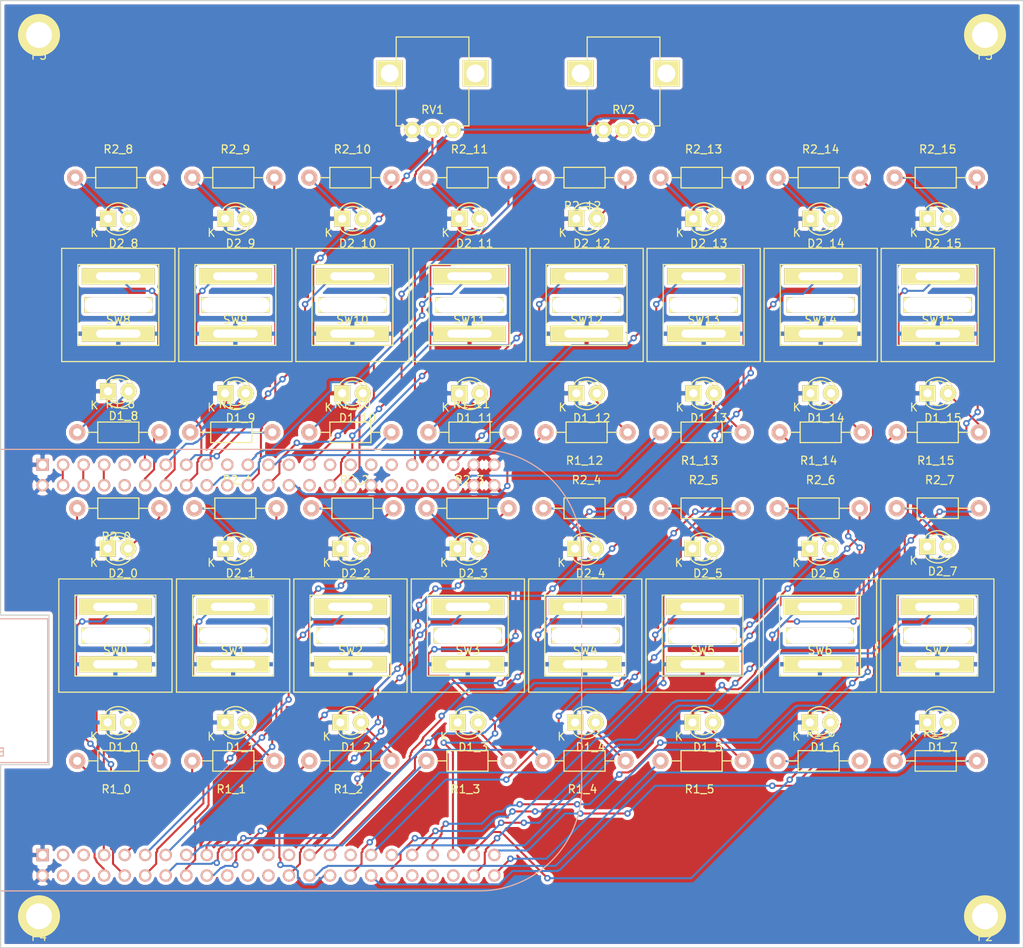
<source format=kicad_pcb>
(kicad_pcb (version 4) (host pcbnew 0.201508280901+6131~28~ubuntu14.04.1-product)
  (layers (0 F.Cu signal hide) (31 B.Cu signal hide) (34 B.Paste user hide) (35 F.Paste user hide) (36 B.SilkS user hide) (37 F.SilkS user hide) (38 B.Mask user hide) (39 F.Mask user hide) (44 Edge.Cuts user))
  (net 0 "")
  (net 1 +1V8)
  (net 2 /btn1)
  (net 3 /btn2)
  (net 4 /btn3)
  (net 5 /btn4)
  (net 6 /btn5)
  (net 7 /btn6)
  (net 8 /btn7)
  (net 9 GNDD)
  (net 10 /led1_1)
  (net 11 /led1_2)
  (net 12 /led1_3)
  (net 13 /led1_4)
  (net 14 /led1_5)
  (net 15 /led1_7)
  (net 16 /VDD_5V)
  (net 17 /SYS_5V)
  (net 18 /led2_1)
  (net 19 /led2_2)
  (net 20 /led2_3)
  (net 21 /led2_4)
  (net 22 /led2_5)
  (net 23 /led2_6)
  (net 24 /led2_7)
  (net 25 +3V3)
  (net 26 /btn0)
  (net 27 /led1_0)
  (net 28 /led2_0)
  (net 29 "Net-(D1_0-Pad2)")
  (net 30 "Net-(D1_1-Pad2)")
  (net 31 "Net-(D1_2-Pad2)")
  (net 32 "Net-(D1_3-Pad2)")
  (net 33 "Net-(D1_4-Pad2)")
  (net 34 "Net-(D1_5-Pad2)")
  (net 35 "Net-(D1_6-Pad2)")
  (net 36 "Net-(D1_7-Pad2)")
  (net 37 "Net-(D2_0-Pad2)")
  (net 38 "Net-(D2_1-Pad2)")
  (net 39 "Net-(D2_2-Pad2)")
  (net 40 "Net-(D2_3-Pad2)")
  (net 41 "Net-(D2_4-Pad2)")
  (net 42 "Net-(D2_5-Pad2)")
  (net 43 "Net-(D2_6-Pad2)")
  (net 44 "Net-(D2_7-Pad2)")
  (net 45 "Net-(D1_8-Pad2)")
  (net 46 "Net-(D1_9-Pad2)")
  (net 47 "Net-(D1_10-Pad2)")
  (net 48 "Net-(D1_11-Pad2)")
  (net 49 "Net-(D1_12-Pad2)")
  (net 50 "Net-(D1_13-Pad2)")
  (net 51 "Net-(D1_14-Pad2)")
  (net 52 "Net-(D1_15-Pad2)")
  (net 53 "Net-(D2_8-Pad2)")
  (net 54 "Net-(D2_9-Pad2)")
  (net 55 "Net-(D2_10-Pad2)")
  (net 56 "Net-(D2_11-Pad2)")
  (net 57 "Net-(D2_12-Pad2)")
  (net 58 "Net-(D2_13-Pad2)")
  (net 59 "Net-(D2_14-Pad2)")
  (net 60 "Net-(D2_15-Pad2)")
  (net 61 /led1_8)
  (net 62 /led1_9)
  (net 63 /led1_10)
  (net 64 /led1_11)
  (net 65 /led1_12)
  (net 66 /led1_13)
  (net 67 /led1_14)
  (net 68 /led1_15)
  (net 69 /led2_8)
  (net 70 /led2_9)
  (net 71 /led2_10)
  (net 72 /led2_11)
  (net 73 /led2_12)
  (net 74 /led2_13)
  (net 75 /led2_14)
  (net 76 /led2_15)
  (net 77 /btn8)
  (net 78 /btn9)
  (net 79 /btn10)
  (net 80 /btn11)
  (net 81 /btn12)
  (net 82 /btn13)
  (net 83 /btn14)
  (net 84 /btn15)
  (net 85 /pot0)
  (net 86 /pot1)
  (module StepSequencer:SCREWS (layer F.Cu) (at 88 150)
    (fp_text reference P4 (at 0 2.54) (layer F.SilkS))
    (fp_text value CONN_01X01)
    (pad 1 thru_hole circle (at 0 0) (size 5.2 5.2) (drill 3.2) (layers *.Cu *.Mask F.SilkS) (net 9 GNDD))
  )
  (module StepSequencer:SCREWS (layer F.Cu) (at 205 41)
    (fp_text reference P3 (at 0 2.54) (layer F.SilkS))
    (fp_text value CONN_01X01)
    (pad 1 thru_hole circle (at 0 0) (size 5.2 5.2) (drill 3.2) (layers *.Cu *.Mask F.SilkS) (net 9 GNDD))
  )
  (module StepSequencer:SCREWS (layer F.Cu) (at 88 41)
    (fp_text reference P5 (at 0 2.54) (layer F.SilkS))
    (fp_text value CONN_01X01)
    (pad 1 thru_hole circle (at 0 0) (size 5.2 5.2) (drill 3.2) (layers *.Cu *.Mask F.SilkS) (net 9 GNDD))
  )
  (module StepSequencer:SCREWS (layer F.Cu) (at 205 150)
    (fp_text reference P2 (at 0 2.54) (layer F.SilkS))
    (fp_text value CONN_01X01)
    (pad 1 thru_hole circle (at 0 0) (size 5.2 5.2) (drill 3.2) (layers *.Cu *.Mask F.SilkS) (net 9 GNDD))
  )
  (module LEDs:LED-3MM (layer F.Cu) (at 197.884 63.724)
    (fp_text reference D2_15 (at 1.91 3.06) (layer F.SilkS))
    (fp_text value LED)
    (fp_text user K (at -1.69 1.74) (layer F.SilkS))
    (pad 1 thru_hole rect (at 0 0 90) (size 2 2) (drill 1.00076) (layers *.Cu *.Mask F.SilkS) (net 9 GNDD))
    (pad 2 thru_hole circle (at 2.54 0) (size 2 2) (drill 1.00076) (layers *.Cu *.Mask F.SilkS) (net 60 "Net-(D2_15-Pad2)"))
  )
  (module LEDs:LED-3MM (layer F.Cu) (at 183.406 63.724)
    (fp_text reference D2_14 (at 1.91 3.06) (layer F.SilkS))
    (fp_text value LED)
    (fp_text user K (at -1.69 1.74) (layer F.SilkS))
    (pad 1 thru_hole rect (at 0 0 90) (size 2 2) (drill 1.00076) (layers *.Cu *.Mask F.SilkS) (net 9 GNDD))
    (pad 2 thru_hole circle (at 2.54 0) (size 2 2) (drill 1.00076) (layers *.Cu *.Mask F.SilkS) (net 59 "Net-(D2_14-Pad2)"))
  )
  (module LEDs:LED-3MM (layer F.Cu) (at 168.928 63.724)
    (fp_text reference D2_13 (at 1.91 3.06) (layer F.SilkS))
    (fp_text value LED)
    (fp_text user K (at -1.69 1.74) (layer F.SilkS))
    (pad 1 thru_hole rect (at 0 0 90) (size 2 2) (drill 1.00076) (layers *.Cu *.Mask F.SilkS) (net 9 GNDD))
    (pad 2 thru_hole circle (at 2.54 0) (size 2 2) (drill 1.00076) (layers *.Cu *.Mask F.SilkS) (net 58 "Net-(D2_13-Pad2)"))
  )
  (module LEDs:LED-3MM (layer F.Cu) (at 154.45 63.724)
    (fp_text reference D2_12 (at 1.91 3.06) (layer F.SilkS))
    (fp_text value LED)
    (fp_text user K (at -1.69 1.74) (layer F.SilkS))
    (pad 1 thru_hole rect (at 0 0 90) (size 2 2) (drill 1.00076) (layers *.Cu *.Mask F.SilkS) (net 9 GNDD))
    (pad 2 thru_hole circle (at 2.54 0) (size 2 2) (drill 1.00076) (layers *.Cu *.Mask F.SilkS) (net 57 "Net-(D2_12-Pad2)"))
  )
  (module LEDs:LED-3MM (layer F.Cu) (at 139.972 63.724)
    (fp_text reference D2_11 (at 1.91 3.06) (layer F.SilkS))
    (fp_text value LED)
    (fp_text user K (at -1.69 1.74) (layer F.SilkS))
    (pad 1 thru_hole rect (at 0 0 90) (size 2 2) (drill 1.00076) (layers *.Cu *.Mask F.SilkS) (net 9 GNDD))
    (pad 2 thru_hole circle (at 2.54 0) (size 2 2) (drill 1.00076) (layers *.Cu *.Mask F.SilkS) (net 56 "Net-(D2_11-Pad2)"))
  )
  (module LEDs:LED-3MM (layer F.Cu) (at 125.494 63.724)
    (fp_text reference D2_10 (at 1.91 3.06) (layer F.SilkS))
    (fp_text value LED)
    (fp_text user K (at -1.69 1.74) (layer F.SilkS))
    (pad 1 thru_hole rect (at 0 0 90) (size 2 2) (drill 1.00076) (layers *.Cu *.Mask F.SilkS) (net 9 GNDD))
    (pad 2 thru_hole circle (at 2.54 0) (size 2 2) (drill 1.00076) (layers *.Cu *.Mask F.SilkS) (net 55 "Net-(D2_10-Pad2)"))
  )
  (module LEDs:LED-3MM (layer F.Cu) (at 111.016 63.724)
    (fp_text reference D2_9 (at 1.91 3.06) (layer F.SilkS))
    (fp_text value LED)
    (fp_text user K (at -1.69 1.74) (layer F.SilkS))
    (pad 1 thru_hole rect (at 0 0 90) (size 2 2) (drill 1.00076) (layers *.Cu *.Mask F.SilkS) (net 9 GNDD))
    (pad 2 thru_hole circle (at 2.54 0) (size 2 2) (drill 1.00076) (layers *.Cu *.Mask F.SilkS) (net 54 "Net-(D2_9-Pad2)"))
  )
  (module LEDs:LED-3MM (layer F.Cu) (at 96.538 63.724)
    (fp_text reference D2_8 (at 1.91 3.06) (layer F.SilkS))
    (fp_text value LED)
    (fp_text user K (at -1.69 1.74) (layer F.SilkS))
    (pad 1 thru_hole rect (at 0 0 90) (size 2 2) (drill 1.00076) (layers *.Cu *.Mask F.SilkS) (net 9 GNDD))
    (pad 2 thru_hole circle (at 2.54 0) (size 2 2) (drill 1.00076) (layers *.Cu *.Mask F.SilkS) (net 53 "Net-(D2_8-Pad2)"))
  )
  (module LEDs:LED-3MM (layer F.Cu) (at 197.85 104.278)
    (fp_text reference D2_7 (at 1.91 3.06) (layer F.SilkS))
    (fp_text value LED)
    (fp_text user K (at -1.69 1.74) (layer F.SilkS))
    (pad 1 thru_hole rect (at 0 0 90) (size 2 2) (drill 1.00076) (layers *.Cu *.Mask F.SilkS) (net 9 GNDD))
    (pad 2 thru_hole circle (at 2.54 0) (size 2 2) (drill 1.00076) (layers *.Cu *.Mask F.SilkS) (net 44 "Net-(D2_7-Pad2)"))
  )
  (module LEDs:LED-3MM (layer F.Cu) (at 183.334 104.528)
    (fp_text reference D2_6 (at 1.91 3.06) (layer F.SilkS))
    (fp_text value LED)
    (fp_text user K (at -1.69 1.74) (layer F.SilkS))
    (pad 1 thru_hole rect (at 0 0 90) (size 2 2) (drill 1.00076) (layers *.Cu *.Mask F.SilkS) (net 9 GNDD))
    (pad 2 thru_hole circle (at 2.54 0) (size 2 2) (drill 1.00076) (layers *.Cu *.Mask F.SilkS) (net 43 "Net-(D2_6-Pad2)"))
  )
  (module LEDs:LED-3MM (layer F.Cu) (at 168.818 104.528)
    (fp_text reference D2_5 (at 1.91 3.06) (layer F.SilkS))
    (fp_text value LED)
    (fp_text user K (at -1.69 1.74) (layer F.SilkS))
    (pad 1 thru_hole rect (at 0 0 90) (size 2 2) (drill 1.00076) (layers *.Cu *.Mask F.SilkS) (net 9 GNDD))
    (pad 2 thru_hole circle (at 2.54 0) (size 2 2) (drill 1.00076) (layers *.Cu *.Mask F.SilkS) (net 42 "Net-(D2_5-Pad2)"))
  )
  (module LEDs:LED-3MM (layer F.Cu) (at 154.302 104.528)
    (fp_text reference D2_4 (at 1.91 3.06) (layer F.SilkS))
    (fp_text value LED)
    (fp_text user K (at -1.69 1.74) (layer F.SilkS))
    (pad 1 thru_hole rect (at 0 0 90) (size 2 2) (drill 1.00076) (layers *.Cu *.Mask F.SilkS) (net 9 GNDD))
    (pad 2 thru_hole circle (at 2.54 0) (size 2 2) (drill 1.00076) (layers *.Cu *.Mask F.SilkS) (net 41 "Net-(D2_4-Pad2)"))
  )
  (module LEDs:LED-3MM (layer F.Cu) (at 139.786 104.528)
    (fp_text reference D2_3 (at 1.91 3.06) (layer F.SilkS))
    (fp_text value LED)
    (fp_text user K (at -1.69 1.74) (layer F.SilkS))
    (pad 1 thru_hole rect (at 0 0 90) (size 2 2) (drill 1.00076) (layers *.Cu *.Mask F.SilkS) (net 9 GNDD))
    (pad 2 thru_hole circle (at 2.54 0) (size 2 2) (drill 1.00076) (layers *.Cu *.Mask F.SilkS) (net 40 "Net-(D2_3-Pad2)"))
  )
  (module LEDs:LED-3MM (layer F.Cu) (at 125.27 104.528)
    (fp_text reference D2_2 (at 1.91 3.06) (layer F.SilkS))
    (fp_text value LED)
    (fp_text user K (at -1.69 1.74) (layer F.SilkS))
    (pad 1 thru_hole rect (at 0 0 90) (size 2 2) (drill 1.00076) (layers *.Cu *.Mask F.SilkS) (net 9 GNDD))
    (pad 2 thru_hole circle (at 2.54 0) (size 2 2) (drill 1.00076) (layers *.Cu *.Mask F.SilkS) (net 39 "Net-(D2_2-Pad2)"))
  )
  (module LEDs:LED-3MM (layer F.Cu) (at 111.008 104.528)
    (fp_text reference D2_1 (at 1.91 3.06) (layer F.SilkS))
    (fp_text value LED)
    (fp_text user K (at -1.69 1.74) (layer F.SilkS))
    (pad 1 thru_hole rect (at 0 0 90) (size 2 2) (drill 1.00076) (layers *.Cu *.Mask F.SilkS) (net 9 GNDD))
    (pad 2 thru_hole circle (at 2.54 0) (size 2 2) (drill 1.00076) (layers *.Cu *.Mask F.SilkS) (net 38 "Net-(D2_1-Pad2)"))
  )
  (module LEDs:LED-3MM (layer F.Cu) (at 96.492 104.528)
    (fp_text reference D2_0 (at 1.91 3.06) (layer F.SilkS))
    (fp_text value LED)
    (fp_text user K (at -1.69 1.74) (layer F.SilkS))
    (pad 1 thru_hole rect (at 0 0 90) (size 2 2) (drill 1.00076) (layers *.Cu *.Mask F.SilkS) (net 9 GNDD))
    (pad 2 thru_hole circle (at 2.54 0) (size 2 2) (drill 1.00076) (layers *.Cu *.Mask F.SilkS) (net 37 "Net-(D2_0-Pad2)"))
  )
  (module LEDs:LED-3MM (layer F.Cu) (at 197.884 85.314)
    (fp_text reference D1_15 (at 1.91 3.06) (layer F.SilkS))
    (fp_text value LED)
    (fp_text user K (at -1.69 1.74) (layer F.SilkS))
    (pad 1 thru_hole rect (at 0 0 90) (size 2 2) (drill 1.00076) (layers *.Cu *.Mask F.SilkS) (net 9 GNDD))
    (pad 2 thru_hole circle (at 2.54 0) (size 2 2) (drill 1.00076) (layers *.Cu *.Mask F.SilkS) (net 52 "Net-(D1_15-Pad2)"))
  )
  (module LEDs:LED-3MM (layer F.Cu) (at 183.406 85.314)
    (fp_text reference D1_14 (at 1.91 3.06) (layer F.SilkS))
    (fp_text value LED)
    (fp_text user K (at -1.69 1.74) (layer F.SilkS))
    (pad 1 thru_hole rect (at 0 0 90) (size 2 2) (drill 1.00076) (layers *.Cu *.Mask F.SilkS) (net 9 GNDD))
    (pad 2 thru_hole circle (at 2.54 0) (size 2 2) (drill 1.00076) (layers *.Cu *.Mask F.SilkS) (net 51 "Net-(D1_14-Pad2)"))
  )
  (module LEDs:LED-3MM (layer F.Cu) (at 168.928 85.314)
    (fp_text reference D1_13 (at 1.91 3.06) (layer F.SilkS))
    (fp_text value LED)
    (fp_text user K (at -1.69 1.74) (layer F.SilkS))
    (pad 1 thru_hole rect (at 0 0 90) (size 2 2) (drill 1.00076) (layers *.Cu *.Mask F.SilkS) (net 9 GNDD))
    (pad 2 thru_hole circle (at 2.54 0) (size 2 2) (drill 1.00076) (layers *.Cu *.Mask F.SilkS) (net 50 "Net-(D1_13-Pad2)"))
  )
  (module LEDs:LED-3MM (layer F.Cu) (at 154.45 85.314)
    (fp_text reference D1_12 (at 1.91 3.06) (layer F.SilkS))
    (fp_text value LED)
    (fp_text user K (at -1.69 1.74) (layer F.SilkS))
    (pad 1 thru_hole rect (at 0 0 90) (size 2 2) (drill 1.00076) (layers *.Cu *.Mask F.SilkS) (net 9 GNDD))
    (pad 2 thru_hole circle (at 2.54 0) (size 2 2) (drill 1.00076) (layers *.Cu *.Mask F.SilkS) (net 49 "Net-(D1_12-Pad2)"))
  )
  (module LEDs:LED-3MM (layer F.Cu) (at 139.972 85.314)
    (fp_text reference D1_11 (at 1.91 3.06) (layer F.SilkS))
    (fp_text value LED)
    (fp_text user K (at -1.69 1.74) (layer F.SilkS))
    (pad 1 thru_hole rect (at 0 0 90) (size 2 2) (drill 1.00076) (layers *.Cu *.Mask F.SilkS) (net 9 GNDD))
    (pad 2 thru_hole circle (at 2.54 0) (size 2 2) (drill 1.00076) (layers *.Cu *.Mask F.SilkS) (net 48 "Net-(D1_11-Pad2)"))
  )
  (module LEDs:LED-3MM (layer F.Cu) (at 125.494 85.314)
    (fp_text reference D1_10 (at 1.91 3.06) (layer F.SilkS))
    (fp_text value LED)
    (fp_text user K (at -1.69 1.74) (layer F.SilkS))
    (pad 1 thru_hole rect (at 0 0 90) (size 2 2) (drill 1.00076) (layers *.Cu *.Mask F.SilkS) (net 9 GNDD))
    (pad 2 thru_hole circle (at 2.54 0) (size 2 2) (drill 1.00076) (layers *.Cu *.Mask F.SilkS) (net 47 "Net-(D1_10-Pad2)"))
  )
  (module LEDs:LED-3MM (layer F.Cu) (at 111.016 85.314)
    (fp_text reference D1_9 (at 1.91 3.06) (layer F.SilkS))
    (fp_text value LED)
    (fp_text user K (at -1.69 1.74) (layer F.SilkS))
    (pad 1 thru_hole rect (at 0 0 90) (size 2 2) (drill 1.00076) (layers *.Cu *.Mask F.SilkS) (net 9 GNDD))
    (pad 2 thru_hole circle (at 2.54 0) (size 2 2) (drill 1.00076) (layers *.Cu *.Mask F.SilkS) (net 46 "Net-(D1_9-Pad2)"))
  )
  (module LEDs:LED-3MM (layer F.Cu) (at 96.538 85.06)
    (fp_text reference D1_8 (at 1.91 3.06) (layer F.SilkS))
    (fp_text value LED)
    (fp_text user K (at -1.69 1.74) (layer F.SilkS))
    (pad 1 thru_hole rect (at 0 0 90) (size 2 2) (drill 1.00076) (layers *.Cu *.Mask F.SilkS) (net 9 GNDD))
    (pad 2 thru_hole circle (at 2.54 0) (size 2 2) (drill 1.00076) (layers *.Cu *.Mask F.SilkS) (net 45 "Net-(D1_8-Pad2)"))
  )
  (module LEDs:LED-3MM (layer F.Cu) (at 197.85 126.028)
    (fp_text reference D1_7 (at 1.91 3.06) (layer F.SilkS))
    (fp_text value LED)
    (fp_text user K (at -1.69 1.74) (layer F.SilkS))
    (pad 1 thru_hole rect (at 0 0 90) (size 2 2) (drill 1.00076) (layers *.Cu *.Mask F.SilkS) (net 9 GNDD))
    (pad 2 thru_hole circle (at 2.54 0) (size 2 2) (drill 1.00076) (layers *.Cu *.Mask F.SilkS) (net 36 "Net-(D1_7-Pad2)"))
  )
  (module LEDs:LED-3MM (layer F.Cu) (at 183.334 126.028)
    (fp_text reference D1_6 (at 1.91 3.06) (layer F.SilkS))
    (fp_text value LED)
    (fp_text user K (at -1.69 1.74) (layer F.SilkS))
    (pad 1 thru_hole rect (at 0 0 90) (size 2 2) (drill 1.00076) (layers *.Cu *.Mask F.SilkS) (net 9 GNDD))
    (pad 2 thru_hole circle (at 2.54 0) (size 2 2) (drill 1.00076) (layers *.Cu *.Mask F.SilkS) (net 35 "Net-(D1_6-Pad2)"))
  )
  (module LEDs:LED-3MM (layer F.Cu) (at 168.818 126.028)
    (fp_text reference D1_5 (at 1.91 3.06) (layer F.SilkS))
    (fp_text value LED)
    (fp_text user K (at -1.69 1.74) (layer F.SilkS))
    (pad 1 thru_hole rect (at 0 0 90) (size 2 2) (drill 1.00076) (layers *.Cu *.Mask F.SilkS) (net 9 GNDD))
    (pad 2 thru_hole circle (at 2.54 0) (size 2 2) (drill 1.00076) (layers *.Cu *.Mask F.SilkS) (net 34 "Net-(D1_5-Pad2)"))
  )
  (module LEDs:LED-3MM (layer F.Cu) (at 154.302 126.028)
    (fp_text reference D1_4 (at 1.91 3.06) (layer F.SilkS))
    (fp_text value LED)
    (fp_text user K (at -1.69 1.74) (layer F.SilkS))
    (pad 1 thru_hole rect (at 0 0 90) (size 2 2) (drill 1.00076) (layers *.Cu *.Mask F.SilkS) (net 9 GNDD))
    (pad 2 thru_hole circle (at 2.54 0) (size 2 2) (drill 1.00076) (layers *.Cu *.Mask F.SilkS) (net 33 "Net-(D1_4-Pad2)"))
  )
  (module LEDs:LED-3MM (layer F.Cu) (at 139.786 126.028)
    (fp_text reference D1_3 (at 1.91 3.06) (layer F.SilkS))
    (fp_text value LED)
    (fp_text user K (at -1.69 1.74) (layer F.SilkS))
    (pad 1 thru_hole rect (at 0 0 90) (size 2 2) (drill 1.00076) (layers *.Cu *.Mask F.SilkS) (net 9 GNDD))
    (pad 2 thru_hole circle (at 2.54 0) (size 2 2) (drill 1.00076) (layers *.Cu *.Mask F.SilkS) (net 32 "Net-(D1_3-Pad2)"))
  )
  (module LEDs:LED-3MM (layer F.Cu) (at 125.27 126.028)
    (fp_text reference D1_2 (at 1.91 3.06) (layer F.SilkS))
    (fp_text value LED)
    (fp_text user K (at -1.69 1.74) (layer F.SilkS))
    (pad 1 thru_hole rect (at 0 0 90) (size 2 2) (drill 1.00076) (layers *.Cu *.Mask F.SilkS) (net 9 GNDD))
    (pad 2 thru_hole circle (at 2.54 0) (size 2 2) (drill 1.00076) (layers *.Cu *.Mask F.SilkS) (net 31 "Net-(D1_2-Pad2)"))
  )
  (module LEDs:LED-3MM (layer F.Cu) (at 111.008 126.028)
    (fp_text reference D1_1 (at 1.91 3.06) (layer F.SilkS))
    (fp_text value LED)
    (fp_text user K (at -1.69 1.74) (layer F.SilkS))
    (pad 1 thru_hole rect (at 0 0 90) (size 2 2) (drill 1.00076) (layers *.Cu *.Mask F.SilkS) (net 9 GNDD))
    (pad 2 thru_hole circle (at 2.54 0) (size 2 2) (drill 1.00076) (layers *.Cu *.Mask F.SilkS) (net 30 "Net-(D1_1-Pad2)"))
  )
  (module LEDs:LED-3MM (layer F.Cu) (at 96.492 126.028)
    (fp_text reference D1_0 (at 1.91 3.06) (layer F.SilkS))
    (fp_text value LED)
    (fp_text user K (at -1.69 1.74) (layer F.SilkS))
    (pad 1 thru_hole rect (at 0 0 90) (size 2 2) (drill 1.00076) (layers *.Cu *.Mask F.SilkS) (net 9 GNDD))
    (pad 2 thru_hole circle (at 2.54 0) (size 2 2) (drill 1.00076) (layers *.Cu *.Mask F.SilkS) (net 29 "Net-(D1_0-Pad2)"))
  )
  (module Resistors_ThroughHole:Resistor_Horizontal_RM10mm (layer F.Cu) (at 198.9 58.644)
    (fp_text reference R2_15 (at 0.24892 -3.50012) (layer F.SilkS))
    (fp_text value R)
    (pad 1 thru_hole circle (at -5.08 0) (size 1.99898 1.99898) (drill 1.00076) (layers *.Cu *.SilkS *.Mask) (net 60 "Net-(D2_15-Pad2)"))
    (pad 2 thru_hole circle (at 5.08 0) (size 1.99898 1.99898) (drill 1.00076) (layers *.Cu *.SilkS *.Mask) (net 76 /led2_15))
  )
  (module Resistors_ThroughHole:Resistor_Horizontal_RM10mm (layer F.Cu) (at 184.422 58.644)
    (fp_text reference R2_14 (at 0.24892 -3.50012) (layer F.SilkS))
    (fp_text value R)
    (pad 1 thru_hole circle (at -5.08 0) (size 1.99898 1.99898) (drill 1.00076) (layers *.Cu *.SilkS *.Mask) (net 59 "Net-(D2_14-Pad2)"))
    (pad 2 thru_hole circle (at 5.08 0) (size 1.99898 1.99898) (drill 1.00076) (layers *.Cu *.SilkS *.Mask) (net 75 /led2_14))
  )
  (module Resistors_ThroughHole:Resistor_Horizontal_RM10mm (layer F.Cu) (at 169.944 58.644)
    (fp_text reference R2_13 (at 0.24892 -3.50012) (layer F.SilkS))
    (fp_text value R)
    (pad 1 thru_hole circle (at -5.08 0) (size 1.99898 1.99898) (drill 1.00076) (layers *.Cu *.SilkS *.Mask) (net 58 "Net-(D2_13-Pad2)"))
    (pad 2 thru_hole circle (at 5.08 0) (size 1.99898 1.99898) (drill 1.00076) (layers *.Cu *.SilkS *.Mask) (net 74 /led2_13))
  )
  (module Resistors_ThroughHole:Resistor_Horizontal_RM10mm (layer F.Cu) (at 155.466 58.644 180)
    (fp_text reference R2_12 (at 0.24892 -3.50012 180) (layer F.SilkS))
    (fp_text value R)
    (pad 1 thru_hole circle (at -5.08 0 180) (size 1.99898 1.99898) (drill 1.00076) (layers *.Cu *.SilkS *.Mask) (net 57 "Net-(D2_12-Pad2)"))
    (pad 2 thru_hole circle (at 5.08 0 180) (size 1.99898 1.99898) (drill 1.00076) (layers *.Cu *.SilkS *.Mask) (net 73 /led2_12))
  )
  (module Resistors_ThroughHole:Resistor_Horizontal_RM10mm (layer F.Cu) (at 140.988 58.644)
    (fp_text reference R2_11 (at 0.24892 -3.50012) (layer F.SilkS))
    (fp_text value R)
    (pad 1 thru_hole circle (at -5.08 0) (size 1.99898 1.99898) (drill 1.00076) (layers *.Cu *.SilkS *.Mask) (net 56 "Net-(D2_11-Pad2)"))
    (pad 2 thru_hole circle (at 5.08 0) (size 1.99898 1.99898) (drill 1.00076) (layers *.Cu *.SilkS *.Mask) (net 72 /led2_11))
  )
  (module Resistors_ThroughHole:Resistor_Horizontal_RM10mm (layer F.Cu) (at 126.51 58.644)
    (fp_text reference R2_10 (at 0.24892 -3.50012) (layer F.SilkS))
    (fp_text value R)
    (pad 1 thru_hole circle (at -5.08 0) (size 1.99898 1.99898) (drill 1.00076) (layers *.Cu *.SilkS *.Mask) (net 55 "Net-(D2_10-Pad2)"))
    (pad 2 thru_hole circle (at 5.08 0) (size 1.99898 1.99898) (drill 1.00076) (layers *.Cu *.SilkS *.Mask) (net 71 /led2_10))
  )
  (module Resistors_ThroughHole:Resistor_Horizontal_RM10mm (layer F.Cu) (at 112.032 58.644)
    (fp_text reference R2_9 (at 0.24892 -3.50012) (layer F.SilkS))
    (fp_text value R)
    (pad 1 thru_hole circle (at -5.08 0) (size 1.99898 1.99898) (drill 1.00076) (layers *.Cu *.SilkS *.Mask) (net 54 "Net-(D2_9-Pad2)"))
    (pad 2 thru_hole circle (at 5.08 0) (size 1.99898 1.99898) (drill 1.00076) (layers *.Cu *.SilkS *.Mask) (net 70 /led2_9))
  )
  (module Resistors_ThroughHole:Resistor_Horizontal_RM10mm (layer F.Cu) (at 97.554 58.644)
    (fp_text reference R2_8 (at 0.24892 -3.50012) (layer F.SilkS))
    (fp_text value R)
    (pad 1 thru_hole circle (at -5.08 0) (size 1.99898 1.99898) (drill 1.00076) (layers *.Cu *.SilkS *.Mask) (net 53 "Net-(D2_8-Pad2)"))
    (pad 2 thru_hole circle (at 5.08 0) (size 1.99898 1.99898) (drill 1.00076) (layers *.Cu *.SilkS *.Mask) (net 69 /led2_8))
  )
  (module Resistors_ThroughHole:Resistor_Horizontal_RM10mm (layer F.Cu) (at 199.154 90.14 180)
    (fp_text reference R1_15 (at 0.24892 -3.50012 180) (layer F.SilkS))
    (fp_text value R)
    (pad 1 thru_hole circle (at -5.08 0 180) (size 1.99898 1.99898) (drill 1.00076) (layers *.Cu *.SilkS *.Mask) (net 52 "Net-(D1_15-Pad2)"))
    (pad 2 thru_hole circle (at 5.08 0 180) (size 1.99898 1.99898) (drill 1.00076) (layers *.Cu *.SilkS *.Mask) (net 68 /led1_15))
  )
  (module Resistors_ThroughHole:Resistor_Horizontal_RM10mm (layer F.Cu) (at 184.676 90.14 180)
    (fp_text reference R1_14 (at 0.24892 -3.50012 180) (layer F.SilkS))
    (fp_text value R)
    (pad 1 thru_hole circle (at -5.08 0 180) (size 1.99898 1.99898) (drill 1.00076) (layers *.Cu *.SilkS *.Mask) (net 51 "Net-(D1_14-Pad2)"))
    (pad 2 thru_hole circle (at 5.08 0 180) (size 1.99898 1.99898) (drill 1.00076) (layers *.Cu *.SilkS *.Mask) (net 67 /led1_14))
  )
  (module Resistors_ThroughHole:Resistor_Horizontal_RM10mm (layer F.Cu) (at 169.944 90.14 180)
    (fp_text reference R1_13 (at 0.24892 -3.50012 180) (layer F.SilkS))
    (fp_text value R)
    (pad 1 thru_hole circle (at -5.08 0 180) (size 1.99898 1.99898) (drill 1.00076) (layers *.Cu *.SilkS *.Mask) (net 50 "Net-(D1_13-Pad2)"))
    (pad 2 thru_hole circle (at 5.08 0 180) (size 1.99898 1.99898) (drill 1.00076) (layers *.Cu *.SilkS *.Mask) (net 66 /led1_13))
  )
  (module Resistors_ThroughHole:Resistor_Horizontal_RM10mm (layer F.Cu) (at 155.72 90.14 180)
    (fp_text reference R1_12 (at 0.24892 -3.50012 180) (layer F.SilkS))
    (fp_text value R)
    (pad 1 thru_hole circle (at -5.08 0 180) (size 1.99898 1.99898) (drill 1.00076) (layers *.Cu *.SilkS *.Mask) (net 49 "Net-(D1_12-Pad2)"))
    (pad 2 thru_hole circle (at 5.08 0 180) (size 1.99898 1.99898) (drill 1.00076) (layers *.Cu *.SilkS *.Mask) (net 65 /led1_12))
  )
  (module Resistors_ThroughHole:Resistor_Horizontal_RM10mm (layer F.Cu) (at 141.242 90.14)
    (fp_text reference R1_11 (at 0.24892 -3.50012) (layer F.SilkS))
    (fp_text value R)
    (pad 1 thru_hole circle (at -5.08 0) (size 1.99898 1.99898) (drill 1.00076) (layers *.Cu *.SilkS *.Mask) (net 48 "Net-(D1_11-Pad2)"))
    (pad 2 thru_hole circle (at 5.08 0) (size 1.99898 1.99898) (drill 1.00076) (layers *.Cu *.SilkS *.Mask) (net 64 /led1_11))
  )
  (module Resistors_ThroughHole:Resistor_Horizontal_RM10mm (layer F.Cu) (at 126.51 90.14)
    (fp_text reference R1_10 (at 0.24892 -3.50012) (layer F.SilkS))
    (fp_text value R)
    (pad 1 thru_hole circle (at -5.08 0) (size 1.99898 1.99898) (drill 1.00076) (layers *.Cu *.SilkS *.Mask) (net 47 "Net-(D1_10-Pad2)"))
    (pad 2 thru_hole circle (at 5.08 0) (size 1.99898 1.99898) (drill 1.00076) (layers *.Cu *.SilkS *.Mask) (net 63 /led1_10))
  )
  (module Resistors_ThroughHole:Resistor_Horizontal_RM10mm (layer F.Cu) (at 111.778 90.14)
    (fp_text reference R1_9 (at 0.24892 -3.50012) (layer F.SilkS))
    (fp_text value R)
    (pad 1 thru_hole circle (at -5.08 0) (size 1.99898 1.99898) (drill 1.00076) (layers *.Cu *.SilkS *.Mask) (net 46 "Net-(D1_9-Pad2)"))
    (pad 2 thru_hole circle (at 5.08 0) (size 1.99898 1.99898) (drill 1.00076) (layers *.Cu *.SilkS *.Mask) (net 62 /led1_9))
  )
  (module Resistors_ThroughHole:Resistor_Horizontal_RM10mm (layer F.Cu) (at 97.808 90.14)
    (fp_text reference R1_8 (at 0.24892 -3.50012) (layer F.SilkS))
    (fp_text value R)
    (pad 1 thru_hole circle (at -5.08 0) (size 1.99898 1.99898) (drill 1.00076) (layers *.Cu *.SilkS *.Mask) (net 45 "Net-(D1_8-Pad2)"))
    (pad 2 thru_hole circle (at 5.08 0) (size 1.99898 1.99898) (drill 1.00076) (layers *.Cu *.SilkS *.Mask) (net 61 /led1_8))
  )
  (module Resistors_ThroughHole:Resistor_Horizontal_RM10mm (layer F.Cu) (at 199.154 99.538)
    (fp_text reference R2_7 (at 0.24892 -3.50012) (layer F.SilkS))
    (fp_text value R)
    (pad 1 thru_hole circle (at -5.08 0) (size 1.99898 1.99898) (drill 1.00076) (layers *.Cu *.SilkS *.Mask) (net 44 "Net-(D2_7-Pad2)"))
    (pad 2 thru_hole circle (at 5.08 0) (size 1.99898 1.99898) (drill 1.00076) (layers *.Cu *.SilkS *.Mask) (net 24 /led2_7))
  )
  (module Resistors_ThroughHole:Resistor_Horizontal_RM10mm (layer F.Cu) (at 184.422 99.538)
    (fp_text reference R2_6 (at 0.24892 -3.50012) (layer F.SilkS))
    (fp_text value R)
    (pad 1 thru_hole circle (at -5.08 0) (size 1.99898 1.99898) (drill 1.00076) (layers *.Cu *.SilkS *.Mask) (net 43 "Net-(D2_6-Pad2)"))
    (pad 2 thru_hole circle (at 5.08 0) (size 1.99898 1.99898) (drill 1.00076) (layers *.Cu *.SilkS *.Mask) (net 23 /led2_6))
  )
  (module Resistors_ThroughHole:Resistor_Horizontal_RM10mm (layer F.Cu) (at 169.944 99.538)
    (fp_text reference R2_5 (at 0.24892 -3.50012) (layer F.SilkS))
    (fp_text value R)
    (pad 1 thru_hole circle (at -5.08 0) (size 1.99898 1.99898) (drill 1.00076) (layers *.Cu *.SilkS *.Mask) (net 42 "Net-(D2_5-Pad2)"))
    (pad 2 thru_hole circle (at 5.08 0) (size 1.99898 1.99898) (drill 1.00076) (layers *.Cu *.SilkS *.Mask) (net 22 /led2_5))
  )
  (module Resistors_ThroughHole:Resistor_Horizontal_RM10mm (layer F.Cu) (at 155.466 99.538)
    (fp_text reference R2_4 (at 0.24892 -3.50012) (layer F.SilkS))
    (fp_text value R)
    (pad 1 thru_hole circle (at -5.08 0) (size 1.99898 1.99898) (drill 1.00076) (layers *.Cu *.SilkS *.Mask) (net 41 "Net-(D2_4-Pad2)"))
    (pad 2 thru_hole circle (at 5.08 0) (size 1.99898 1.99898) (drill 1.00076) (layers *.Cu *.SilkS *.Mask) (net 21 /led2_4))
  )
  (module Resistors_ThroughHole:Resistor_Horizontal_RM10mm (layer F.Cu) (at 140.988 99.538)
    (fp_text reference R2_3 (at 0.24892 -3.50012) (layer F.SilkS))
    (fp_text value R)
    (pad 1 thru_hole circle (at -5.08 0) (size 1.99898 1.99898) (drill 1.00076) (layers *.Cu *.SilkS *.Mask) (net 40 "Net-(D2_3-Pad2)"))
    (pad 2 thru_hole circle (at 5.08 0) (size 1.99898 1.99898) (drill 1.00076) (layers *.Cu *.SilkS *.Mask) (net 20 /led2_3))
  )
  (module Resistors_ThroughHole:Resistor_Horizontal_RM10mm (layer F.Cu) (at 126.764 99.538)
    (fp_text reference R2_2 (at 0.24892 -3.50012) (layer F.SilkS))
    (fp_text value R)
    (pad 1 thru_hole circle (at -5.08 0) (size 1.99898 1.99898) (drill 1.00076) (layers *.Cu *.SilkS *.Mask) (net 39 "Net-(D2_2-Pad2)"))
    (pad 2 thru_hole circle (at 5.08 0) (size 1.99898 1.99898) (drill 1.00076) (layers *.Cu *.SilkS *.Mask) (net 19 /led2_2))
  )
  (module Resistors_ThroughHole:Resistor_Horizontal_RM10mm (layer F.Cu) (at 112.286 99.538)
    (fp_text reference R2_1 (at 0.24892 -3.50012) (layer F.SilkS))
    (fp_text value R)
    (pad 1 thru_hole circle (at -5.08 0) (size 1.99898 1.99898) (drill 1.00076) (layers *.Cu *.SilkS *.Mask) (net 38 "Net-(D2_1-Pad2)"))
    (pad 2 thru_hole circle (at 5.08 0) (size 1.99898 1.99898) (drill 1.00076) (layers *.Cu *.SilkS *.Mask) (net 18 /led2_1))
  )
  (module Resistors_ThroughHole:Resistor_Horizontal_RM10mm (layer F.Cu) (at 97.808 99.538 180)
    (fp_text reference R2_0 (at 0.24892 -3.50012 180) (layer F.SilkS))
    (fp_text value R)
    (pad 1 thru_hole circle (at -5.08 0 180) (size 1.99898 1.99898) (drill 1.00076) (layers *.Cu *.SilkS *.Mask) (net 37 "Net-(D2_0-Pad2)"))
    (pad 2 thru_hole circle (at 5.08 0 180) (size 1.99898 1.99898) (drill 1.00076) (layers *.Cu *.SilkS *.Mask) (net 28 /led2_0))
  )
  (module Resistors_ThroughHole:Resistor_Horizontal_RM10mm (layer F.Cu) (at 198.9 130.78)
    (fp_text reference R1_7 (at 0.24892 -3.50012) (layer F.SilkS))
    (fp_text value R)
    (pad 1 thru_hole circle (at -5.08 0) (size 1.99898 1.99898) (drill 1.00076) (layers *.Cu *.SilkS *.Mask) (net 36 "Net-(D1_7-Pad2)"))
    (pad 2 thru_hole circle (at 5.08 0) (size 1.99898 1.99898) (drill 1.00076) (layers *.Cu *.SilkS *.Mask) (net 15 /led1_7))
  )
  (module Resistors_ThroughHole:Resistor_Horizontal_RM10mm (layer F.Cu) (at 184.422 130.78)
    (fp_text reference R1_6 (at 0.24892 -3.50012) (layer F.SilkS))
    (fp_text value R)
    (pad 1 thru_hole circle (at -5.08 0) (size 1.99898 1.99898) (drill 1.00076) (layers *.Cu *.SilkS *.Mask) (net 35 "Net-(D1_6-Pad2)"))
    (pad 2 thru_hole circle (at 5.08 0) (size 1.99898 1.99898) (drill 1.00076) (layers *.Cu *.SilkS *.Mask))
  )
  (module Resistors_ThroughHole:Resistor_Horizontal_RM10mm (layer F.Cu) (at 169.944 130.78 180)
    (fp_text reference R1_5 (at 0.24892 -3.50012 180) (layer F.SilkS))
    (fp_text value R)
    (pad 1 thru_hole circle (at -5.08 0 180) (size 1.99898 1.99898) (drill 1.00076) (layers *.Cu *.SilkS *.Mask) (net 34 "Net-(D1_5-Pad2)"))
    (pad 2 thru_hole circle (at 5.08 0 180) (size 1.99898 1.99898) (drill 1.00076) (layers *.Cu *.SilkS *.Mask) (net 14 /led1_5))
  )
  (module Resistors_ThroughHole:Resistor_Horizontal_RM10mm (layer F.Cu) (at 155.466 130.78 180)
    (fp_text reference R1_4 (at 0.24892 -3.50012 180) (layer F.SilkS))
    (fp_text value R)
    (pad 1 thru_hole circle (at -5.08 0 180) (size 1.99898 1.99898) (drill 1.00076) (layers *.Cu *.SilkS *.Mask) (net 33 "Net-(D1_4-Pad2)"))
    (pad 2 thru_hole circle (at 5.08 0 180) (size 1.99898 1.99898) (drill 1.00076) (layers *.Cu *.SilkS *.Mask) (net 13 /led1_4))
  )
  (module Resistors_ThroughHole:Resistor_Horizontal_RM10mm (layer F.Cu) (at 140.988 130.78 180)
    (fp_text reference R1_3 (at 0.24892 -3.50012 180) (layer F.SilkS))
    (fp_text value R)
    (pad 1 thru_hole circle (at -5.08 0 180) (size 1.99898 1.99898) (drill 1.00076) (layers *.Cu *.SilkS *.Mask) (net 32 "Net-(D1_3-Pad2)"))
    (pad 2 thru_hole circle (at 5.08 0 180) (size 1.99898 1.99898) (drill 1.00076) (layers *.Cu *.SilkS *.Mask) (net 12 /led1_3))
  )
  (module Resistors_ThroughHole:Resistor_Horizontal_RM10mm (layer F.Cu) (at 126.51 130.78 180)
    (fp_text reference R1_2 (at 0.24892 -3.50012 180) (layer F.SilkS))
    (fp_text value R)
    (pad 1 thru_hole circle (at -5.08 0 180) (size 1.99898 1.99898) (drill 1.00076) (layers *.Cu *.SilkS *.Mask) (net 31 "Net-(D1_2-Pad2)"))
    (pad 2 thru_hole circle (at 5.08 0 180) (size 1.99898 1.99898) (drill 1.00076) (layers *.Cu *.SilkS *.Mask) (net 11 /led1_2))
  )
  (module Resistors_ThroughHole:Resistor_Horizontal_RM10mm (layer F.Cu) (at 112.032 130.78 180)
    (fp_text reference R1_1 (at 0.24892 -3.50012 180) (layer F.SilkS))
    (fp_text value R)
    (pad 1 thru_hole circle (at -5.08 0 180) (size 1.99898 1.99898) (drill 1.00076) (layers *.Cu *.SilkS *.Mask) (net 30 "Net-(D1_1-Pad2)"))
    (pad 2 thru_hole circle (at 5.08 0 180) (size 1.99898 1.99898) (drill 1.00076) (layers *.Cu *.SilkS *.Mask) (net 10 /led1_1))
  )
  (module Resistors_ThroughHole:Resistor_Horizontal_RM10mm (layer F.Cu) (at 97.808 130.78 180)
    (fp_text reference R1_0 (at 0.24892 -3.50012 180) (layer F.SilkS))
    (fp_text value R)
    (pad 1 thru_hole circle (at -5.08 0 180) (size 1.99898 1.99898) (drill 1.00076) (layers *.Cu *.SilkS *.Mask) (net 29 "Net-(D1_0-Pad2)"))
    (pad 2 thru_hole circle (at 5.08 0 180) (size 1.99898 1.99898) (drill 1.00076) (layers *.Cu *.SilkS *.Mask) (net 27 /led1_0))
  )
  (module StepSequencer:BEAGLEBONE_BLACK (layer B.Cu) (at 68.75 92.25)
    (fp_text reference P1 (at 8.255 22.225) (layer B.SilkS) (effects (justify mirror)))
    (fp_text value BEAGLEBONE_BLACK (at 7.62 37.465) (layer B.SilkS) (effects (justify mirror)))
    (pad A1 thru_hole rect (at 19.685 50.165) (size 1.524 1.524) (drill 1.016) (layers *.Cu *.Mask B.SilkS) (net 9 GNDD))
    (pad A2 thru_hole circle (at 19.685 52.705) (size 1.524 1.524) (drill 1.016) (layers *.Cu *.Mask B.SilkS) (net 9 GNDD))
    (pad A3 thru_hole circle (at 22.225 50.165) (size 1.524 1.524) (drill 1.016) (layers *.Cu *.Mask B.SilkS))
    (pad A4 thru_hole circle (at 22.225 52.705) (size 1.524 1.524) (drill 1.016) (layers *.Cu *.Mask B.SilkS))
    (pad A5 thru_hole circle (at 24.765 50.165) (size 1.524 1.524) (drill 1.016) (layers *.Cu *.Mask B.SilkS))
    (pad A6 thru_hole circle (at 24.765 52.705) (size 1.524 1.524) (drill 1.016) (layers *.Cu *.Mask B.SilkS))
    (pad A7 thru_hole circle (at 27.305 50.165) (size 1.524 1.524) (drill 1.016) (layers *.Cu *.Mask B.SilkS) (net 26 /btn0))
    (pad A8 thru_hole circle (at 27.305 52.705) (size 1.524 1.524) (drill 1.016) (layers *.Cu *.Mask B.SilkS) (net 27 /led1_0))
    (pad A9 thru_hole circle (at 29.845 50.165) (size 1.524 1.524) (drill 1.016) (layers *.Cu *.Mask B.SilkS) (net 10 /led1_1))
    (pad A10 thru_hole circle (at 29.845 52.705) (size 1.524 1.524) (drill 1.016) (layers *.Cu *.Mask B.SilkS) (net 28 /led2_0))
    (pad A11 thru_hole circle (at 32.385 50.165) (size 1.524 1.524) (drill 1.016) (layers *.Cu *.Mask B.SilkS) (net 18 /led2_1))
    (pad A12 thru_hole circle (at 32.385 52.705) (size 1.524 1.524) (drill 1.016) (layers *.Cu *.Mask B.SilkS) (net 2 /btn1))
    (pad A13 thru_hole circle (at 34.925 50.165) (size 1.524 1.524) (drill 1.016) (layers *.Cu *.Mask B.SilkS) (net 3 /btn2))
    (pad A14 thru_hole circle (at 34.925 52.705) (size 1.524 1.524) (drill 1.016) (layers *.Cu *.Mask B.SilkS) (net 11 /led1_2))
    (pad A15 thru_hole circle (at 37.465 50.165) (size 1.524 1.524) (drill 1.016) (layers *.Cu *.Mask B.SilkS) (net 12 /led1_3))
    (pad A16 thru_hole circle (at 37.465 52.705) (size 1.524 1.524) (drill 1.016) (layers *.Cu *.Mask B.SilkS) (net 19 /led2_2))
    (pad A17 thru_hole circle (at 40.005 50.165) (size 1.524 1.524) (drill 1.016) (layers *.Cu *.Mask B.SilkS) (net 20 /led2_3))
    (pad A18 thru_hole circle (at 40.005 52.705) (size 1.524 1.524) (drill 1.016) (layers *.Cu *.Mask B.SilkS) (net 4 /btn3))
    (pad A19 thru_hole circle (at 42.545 50.165) (size 1.524 1.524) (drill 1.016) (layers *.Cu *.Mask B.SilkS) (net 13 /led1_4))
    (pad A20 thru_hole circle (at 42.545 52.705) (size 1.524 1.524) (drill 1.016) (layers *.Cu *.Mask B.SilkS))
    (pad A21 thru_hole circle (at 45.085 50.165) (size 1.524 1.524) (drill 1.016) (layers *.Cu *.Mask B.SilkS))
    (pad A22 thru_hole circle (at 45.085 52.705) (size 1.524 1.524) (drill 1.016) (layers *.Cu *.Mask B.SilkS))
    (pad A23 thru_hole circle (at 47.625 50.165) (size 1.524 1.524) (drill 1.016) (layers *.Cu *.Mask B.SilkS))
    (pad A24 thru_hole circle (at 47.625 52.705) (size 1.524 1.524) (drill 1.016) (layers *.Cu *.Mask B.SilkS))
    (pad A25 thru_hole circle (at 50.165 50.165) (size 1.524 1.524) (drill 1.016) (layers *.Cu *.Mask B.SilkS))
    (pad A26 thru_hole circle (at 50.165 52.705) (size 1.524 1.524) (drill 1.016) (layers *.Cu *.Mask B.SilkS) (net 5 /btn4))
    (pad A27 thru_hole circle (at 52.705 50.165) (size 1.524 1.524) (drill 1.016) (layers *.Cu *.Mask B.SilkS) (net 21 /led2_4))
    (pad A28 thru_hole circle (at 52.705 52.705) (size 1.524 1.524) (drill 1.016) (layers *.Cu *.Mask B.SilkS) (net 14 /led1_5))
    (pad A29 thru_hole circle (at 55.245 50.165) (size 1.524 1.524) (drill 1.016) (layers *.Cu *.Mask B.SilkS) (net 6 /btn5))
    (pad A30 thru_hole circle (at 55.245 52.705) (size 1.524 1.524) (drill 1.016) (layers *.Cu *.Mask B.SilkS) (net 22 /led2_5))
    (pad A31 thru_hole circle (at 57.785 50.165) (size 1.524 1.524) (drill 1.016) (layers *.Cu *.Mask B.SilkS))
    (pad A32 thru_hole circle (at 57.785 52.705) (size 1.524 1.524) (drill 1.016) (layers *.Cu *.Mask B.SilkS) (net 7 /btn6))
    (pad A33 thru_hole circle (at 60.325 50.165) (size 1.524 1.524) (drill 1.016) (layers *.Cu *.Mask B.SilkS) (net 23 /led2_6))
    (pad A34 thru_hole circle (at 60.325 52.705) (size 1.524 1.524) (drill 1.016) (layers *.Cu *.Mask B.SilkS) (net 15 /led1_7))
    (pad A35 thru_hole circle (at 62.865 50.165) (size 1.524 1.524) (drill 1.016) (layers *.Cu *.Mask B.SilkS) (net 8 /btn7))
    (pad A36 thru_hole circle (at 62.865 52.705) (size 1.524 1.524) (drill 1.016) (layers *.Cu *.Mask B.SilkS) (net 24 /led2_7))
    (pad A37 thru_hole circle (at 65.405 50.165) (size 1.524 1.524) (drill 1.016) (layers *.Cu *.Mask B.SilkS) (net 67 /led1_14))
    (pad A38 thru_hole circle (at 65.405 52.705) (size 1.524 1.524) (drill 1.016) (layers *.Cu *.Mask B.SilkS))
    (pad A39 thru_hole circle (at 67.945 50.165) (size 1.524 1.524) (drill 1.016) (layers *.Cu *.Mask B.SilkS) (net 68 /led1_15))
    (pad A40 thru_hole circle (at 67.945 52.705) (size 1.524 1.524) (drill 1.016) (layers *.Cu *.Mask B.SilkS))
    (pad A41 thru_hole circle (at 70.485 50.165) (size 1.524 1.524) (drill 1.016) (layers *.Cu *.Mask B.SilkS) (net 83 /btn14))
    (pad A42 thru_hole circle (at 70.485 52.705) (size 1.524 1.524) (drill 1.016) (layers *.Cu *.Mask B.SilkS))
    (pad A43 thru_hole circle (at 73.025 50.165) (size 1.524 1.524) (drill 1.016) (layers *.Cu *.Mask B.SilkS) (net 84 /btn15))
    (pad A44 thru_hole circle (at 73.025 52.705) (size 1.524 1.524) (drill 1.016) (layers *.Cu *.Mask B.SilkS) (net 74 /led2_13))
    (pad A45 thru_hole circle (at 75.565 50.165) (size 1.524 1.524) (drill 1.016) (layers *.Cu *.Mask B.SilkS) (net 76 /led2_15))
    (pad A46 thru_hole circle (at 75.565 52.705) (size 1.524 1.524) (drill 1.016) (layers *.Cu *.Mask B.SilkS) (net 75 /led2_14))
    (pad B2 thru_hole circle (at 19.685 4.445) (size 1.524 1.524) (drill 1.016) (layers *.Cu *.Mask B.SilkS) (net 9 GNDD))
    (pad B3 thru_hole circle (at 22.225 1.905) (size 1.524 1.524) (drill 1.016) (layers *.Cu *.Mask B.SilkS) (net 25 +3V3))
    (pad B4 thru_hole circle (at 22.225 4.445) (size 1.524 1.524) (drill 1.016) (layers *.Cu *.Mask B.SilkS) (net 25 +3V3))
    (pad B5 thru_hole circle (at 24.765 1.905) (size 1.524 1.524) (drill 1.016) (layers *.Cu *.Mask B.SilkS) (net 16 /VDD_5V))
    (pad B6 thru_hole circle (at 24.765 4.445) (size 1.524 1.524) (drill 1.016) (layers *.Cu *.Mask B.SilkS) (net 16 /VDD_5V))
    (pad B7 thru_hole circle (at 27.305 1.905) (size 1.524 1.524) (drill 1.016) (layers *.Cu *.Mask B.SilkS) (net 17 /SYS_5V))
    (pad B8 thru_hole circle (at 27.305 4.445) (size 1.524 1.524) (drill 1.016) (layers *.Cu *.Mask B.SilkS) (net 17 /SYS_5V))
    (pad B9 thru_hole circle (at 29.845 1.905) (size 1.524 1.524) (drill 1.016) (layers *.Cu *.Mask B.SilkS))
    (pad B10 thru_hole circle (at 29.845 4.445) (size 1.524 1.524) (drill 1.016) (layers *.Cu *.Mask B.SilkS))
    (pad B11 thru_hole circle (at 32.385 1.905) (size 1.524 1.524) (drill 1.016) (layers *.Cu *.Mask B.SilkS) (net 77 /btn8))
    (pad B12 thru_hole circle (at 32.385 4.445) (size 1.524 1.524) (drill 1.016) (layers *.Cu *.Mask B.SilkS) (net 61 /led1_8))
    (pad B13 thru_hole circle (at 34.925 1.905) (size 1.524 1.524) (drill 1.016) (layers *.Cu *.Mask B.SilkS) (net 62 /led1_9))
    (pad B14 thru_hole circle (at 34.925 4.445) (size 1.524 1.524) (drill 1.016) (layers *.Cu *.Mask B.SilkS) (net 69 /led2_8))
    (pad B15 thru_hole circle (at 37.465 1.905) (size 1.524 1.524) (drill 1.016) (layers *.Cu *.Mask B.SilkS) (net 70 /led2_9))
    (pad B16 thru_hole circle (at 37.465 4.445) (size 1.524 1.524) (drill 1.016) (layers *.Cu *.Mask B.SilkS) (net 78 /btn9))
    (pad B17 thru_hole circle (at 40.005 1.905) (size 1.524 1.524) (drill 1.016) (layers *.Cu *.Mask B.SilkS) (net 79 /btn10))
    (pad B18 thru_hole circle (at 40.005 4.445) (size 1.524 1.524) (drill 1.016) (layers *.Cu *.Mask B.SilkS) (net 63 /led1_10))
    (pad B19 thru_hole circle (at 42.545 1.905) (size 1.524 1.524) (drill 1.016) (layers *.Cu *.Mask B.SilkS))
    (pad B20 thru_hole circle (at 42.545 4.445) (size 1.524 1.524) (drill 1.016) (layers *.Cu *.Mask B.SilkS))
    (pad B21 thru_hole circle (at 45.085 1.905) (size 1.524 1.524) (drill 1.016) (layers *.Cu *.Mask B.SilkS) (net 80 /btn11))
    (pad B22 thru_hole circle (at 45.085 4.445) (size 1.524 1.524) (drill 1.016) (layers *.Cu *.Mask B.SilkS) (net 71 /led2_10))
    (pad B23 thru_hole circle (at 47.625 1.905) (size 1.524 1.524) (drill 1.016) (layers *.Cu *.Mask B.SilkS) (net 64 /led1_11))
    (pad B24 thru_hole circle (at 47.625 4.445) (size 1.524 1.524) (drill 1.016) (layers *.Cu *.Mask B.SilkS) (net 72 /led2_11))
    (pad B25 thru_hole circle (at 50.165 1.905) (size 1.524 1.524) (drill 1.016) (layers *.Cu *.Mask B.SilkS))
    (pad B26 thru_hole circle (at 50.165 4.445) (size 1.524 1.524) (drill 1.016) (layers *.Cu *.Mask B.SilkS) (net 65 /led1_12))
    (pad B27 thru_hole circle (at 52.705 1.905) (size 1.524 1.524) (drill 1.016) (layers *.Cu *.Mask B.SilkS) (net 81 /btn12))
    (pad B28 thru_hole circle (at 52.705 4.445) (size 1.524 1.524) (drill 1.016) (layers *.Cu *.Mask B.SilkS))
    (pad B29 thru_hole circle (at 55.245 1.905) (size 1.524 1.524) (drill 1.016) (layers *.Cu *.Mask B.SilkS))
    (pad B30 thru_hole circle (at 55.245 4.445) (size 1.524 1.524) (drill 1.016) (layers *.Cu *.Mask B.SilkS) (net 73 /led2_12))
    (pad B31 thru_hole circle (at 57.785 1.905) (size 1.524 1.524) (drill 1.016) (layers *.Cu *.Mask B.SilkS))
    (pad B32 thru_hole circle (at 57.785 4.445) (size 1.524 1.524) (drill 1.016) (layers *.Cu *.Mask B.SilkS) (net 1 +1V8))
    (pad B33 thru_hole circle (at 60.325 1.905) (size 1.524 1.524) (drill 1.016) (layers *.Cu *.Mask B.SilkS))
    (pad B34 thru_hole circle (at 60.325 4.445) (size 1.524 1.524) (drill 1.016) (layers *.Cu *.Mask B.SilkS) (net 9 GNDD))
    (pad B35 thru_hole circle (at 62.865 1.905) (size 1.524 1.524) (drill 1.016) (layers *.Cu *.Mask B.SilkS))
    (pad B36 thru_hole circle (at 62.865 4.445) (size 1.524 1.524) (drill 1.016) (layers *.Cu *.Mask B.SilkS))
    (pad B37 thru_hole circle (at 65.405 1.905) (size 1.524 1.524) (drill 1.016) (layers *.Cu *.Mask B.SilkS) (net 85 /pot0))
    (pad B38 thru_hole circle (at 65.405 4.445) (size 1.524 1.524) (drill 1.016) (layers *.Cu *.Mask B.SilkS))
    (pad B39 thru_hole circle (at 67.945 1.905) (size 1.524 1.524) (drill 1.016) (layers *.Cu *.Mask B.SilkS) (net 86 /pot1))
    (pad B40 thru_hole circle (at 67.945 4.445) (size 1.524 1.524) (drill 1.016) (layers *.Cu *.Mask B.SilkS))
    (pad B41 thru_hole circle (at 70.485 1.905) (size 1.524 1.524) (drill 1.016) (layers *.Cu *.Mask B.SilkS) (net 82 /btn13))
    (pad B42 thru_hole circle (at 70.485 4.445) (size 1.524 1.524) (drill 1.016) (layers *.Cu *.Mask B.SilkS) (net 66 /led1_13))
    (pad B43 thru_hole circle (at 73.025 1.905) (size 1.524 1.524) (drill 1.016) (layers *.Cu *.Mask B.SilkS) (net 9 GNDD))
    (pad B44 thru_hole circle (at 73.025 4.445) (size 1.524 1.524) (drill 1.016) (layers *.Cu *.Mask B.SilkS) (net 9 GNDD))
    (pad B45 thru_hole circle (at 75.565 1.905) (size 1.524 1.524) (drill 1.016) (layers *.Cu *.Mask B.SilkS) (net 9 GNDD))
    (pad B46 thru_hole circle (at 75.565 4.445) (size 1.524 1.524) (drill 1.016) (layers *.Cu *.Mask B.SilkS) (net 9 GNDD))
    (pad B1 thru_hole rect (at 19.685 1.905) (size 1.524 1.524) (drill 1.016) (layers *.Cu *.Mask B.SilkS) (net 9 GNDD))
  )
  (module StepSequencer:POT_AZUL (layer F.Cu) (at 136.67 52.75)
    (fp_text reference RV1 (at 0 -2.5) (layer F.SilkS))
    (fp_text value POT)
    (pad "" thru_hole rect (at 5.3 -7) (size 3.2 3.2) (drill 2.2) (layers *.Cu *.Mask F.SilkS))
    (pad 3 thru_hole circle (at 2.5 0) (size 2 2) (drill 1.1) (layers *.Cu *.Mask F.SilkS) (net 1 +1V8))
    (pad 2 thru_hole circle (at 0 0) (size 2 2) (drill 1.1) (layers *.Cu *.Mask F.SilkS) (net 85 /pot0))
    (pad 1 thru_hole circle (at -2.5 0) (size 2 2) (drill 1.1) (layers *.Cu *.Mask F.SilkS) (net 9 GNDD))
    (pad "" thru_hole rect (at -5.3 -7) (size 3.2 3.2) (drill 2.2) (layers *.Cu *.Mask F.SilkS))
  )
  (module StepSequencer:POT_AZUL (layer F.Cu) (at 160.292 52.75)
    (fp_text reference RV2 (at 0 -2.5) (layer F.SilkS))
    (fp_text value POT)
    (pad "" thru_hole rect (at 5.3 -7) (size 3.2 3.2) (drill 2.2) (layers *.Cu *.Mask F.SilkS))
    (pad 3 thru_hole circle (at 2.5 0) (size 2 2) (drill 1.1) (layers *.Cu *.Mask F.SilkS) (net 1 +1V8))
    (pad 2 thru_hole circle (at 0 0) (size 2 2) (drill 1.1) (layers *.Cu *.Mask F.SilkS) (net 86 /pot1))
    (pad 1 thru_hole circle (at -2.5 0) (size 2 2) (drill 1.1) (layers *.Cu *.Mask F.SilkS) (net 9 GNDD))
    (pad "" thru_hole rect (at -5.3 -7) (size 3.2 3.2) (drill 2.2) (layers *.Cu *.Mask F.SilkS))
  )
  (module StepSequencer:BOTON (layer F.Cu) (at 199.154 74.392)
    (fp_text reference SW15 (at 0 1.825) (layer F.SilkS))
    (fp_text value SW_PUSH)
    (pad 1 thru_hole rect (at 0 -3.55) (size 9 2) (drill oval 5.5 1) (layers *.Cu *.Mask F.SilkS) (net 84 /btn15))
    (pad 2 thru_hole rect (at 0 3.55) (size 9 2) (drill oval 5.5 1) (layers *.Cu *.Mask F.SilkS) (net 9 GNDD))
    (pad "" thru_hole rect (at 0 0) (size 8.4 1.9) (drill oval 8.4 1.9) (layers *.Cu *.Mask F.SilkS))
  )
  (module StepSequencer:BOTON (layer F.Cu) (at 184.676 74.392)
    (fp_text reference SW14 (at 0 1.825) (layer F.SilkS))
    (fp_text value SW_PUSH)
    (pad 1 thru_hole rect (at 0 -3.55) (size 9 2) (drill oval 5.5 1) (layers *.Cu *.Mask F.SilkS) (net 83 /btn14))
    (pad 2 thru_hole rect (at 0 3.55) (size 9 2) (drill oval 5.5 1) (layers *.Cu *.Mask F.SilkS) (net 9 GNDD))
    (pad "" thru_hole rect (at 0 0) (size 8.4 1.9) (drill oval 8.4 1.9) (layers *.Cu *.Mask F.SilkS))
  )
  (module StepSequencer:BOTON (layer F.Cu) (at 170.198 74.392)
    (fp_text reference SW13 (at 0 1.825) (layer F.SilkS))
    (fp_text value SW_PUSH)
    (pad 1 thru_hole rect (at 0 -3.55) (size 9 2) (drill oval 5.5 1) (layers *.Cu *.Mask F.SilkS) (net 82 /btn13))
    (pad 2 thru_hole rect (at 0 3.55) (size 9 2) (drill oval 5.5 1) (layers *.Cu *.Mask F.SilkS) (net 9 GNDD))
    (pad "" thru_hole rect (at 0 0) (size 8.4 1.9) (drill oval 8.4 1.9) (layers *.Cu *.Mask F.SilkS))
  )
  (module StepSequencer:BOTON (layer F.Cu) (at 155.72 74.392)
    (fp_text reference SW12 (at 0 1.825) (layer F.SilkS))
    (fp_text value SW_PUSH)
    (pad 1 thru_hole rect (at 0 -3.55) (size 9 2) (drill oval 5.5 1) (layers *.Cu *.Mask F.SilkS) (net 81 /btn12))
    (pad 2 thru_hole rect (at 0 3.55) (size 9 2) (drill oval 5.5 1) (layers *.Cu *.Mask F.SilkS) (net 9 GNDD))
    (pad "" thru_hole rect (at 0 0) (size 8.4 1.9) (drill oval 8.4 1.9) (layers *.Cu *.Mask F.SilkS))
  )
  (module StepSequencer:BOTON (layer F.Cu) (at 141.242 74.392)
    (fp_text reference SW11 (at 0 1.825) (layer F.SilkS))
    (fp_text value SW_PUSH)
    (pad 1 thru_hole rect (at 0 -3.55) (size 9 2) (drill oval 5.5 1) (layers *.Cu *.Mask F.SilkS) (net 80 /btn11))
    (pad 2 thru_hole rect (at 0 3.55) (size 9 2) (drill oval 5.5 1) (layers *.Cu *.Mask F.SilkS) (net 9 GNDD))
    (pad "" thru_hole rect (at 0 0) (size 8.4 1.9) (drill oval 8.4 1.9) (layers *.Cu *.Mask F.SilkS))
  )
  (module StepSequencer:BOTON (layer F.Cu) (at 126.764 74.392)
    (fp_text reference SW10 (at 0 1.825) (layer F.SilkS))
    (fp_text value SW_PUSH)
    (pad 1 thru_hole rect (at 0 -3.55) (size 9 2) (drill oval 5.5 1) (layers *.Cu *.Mask F.SilkS) (net 79 /btn10))
    (pad 2 thru_hole rect (at 0 3.55) (size 9 2) (drill oval 5.5 1) (layers *.Cu *.Mask F.SilkS) (net 9 GNDD))
    (pad "" thru_hole rect (at 0 0) (size 8.4 1.9) (drill oval 8.4 1.9) (layers *.Cu *.Mask F.SilkS))
  )
  (module StepSequencer:BOTON (layer F.Cu) (at 112.286 74.392)
    (fp_text reference SW9 (at 0 1.825) (layer F.SilkS))
    (fp_text value SW_PUSH)
    (pad 1 thru_hole rect (at 0 -3.55) (size 9 2) (drill oval 5.5 1) (layers *.Cu *.Mask F.SilkS) (net 78 /btn9))
    (pad 2 thru_hole rect (at 0 3.55) (size 9 2) (drill oval 5.5 1) (layers *.Cu *.Mask F.SilkS) (net 9 GNDD))
    (pad "" thru_hole rect (at 0 0) (size 8.4 1.9) (drill oval 8.4 1.9) (layers *.Cu *.Mask F.SilkS))
  )
  (module StepSequencer:BOTON (layer F.Cu) (at 199.1 115.278)
    (fp_text reference SW7 (at 0 1.825) (layer F.SilkS))
    (fp_text value SW_PUSH)
    (pad 1 thru_hole rect (at 0 -3.55) (size 9 2) (drill oval 5.5 1) (layers *.Cu *.Mask F.SilkS) (net 8 /btn7))
    (pad 2 thru_hole rect (at 0 3.55) (size 9 2) (drill oval 5.5 1) (layers *.Cu *.Mask F.SilkS) (net 9 GNDD))
    (pad "" thru_hole rect (at 0 0) (size 8.4 1.9) (drill oval 8.4 1.9) (layers *.Cu *.Mask F.SilkS))
  )
  (module StepSequencer:BOTON (layer F.Cu) (at 184.584 115.278)
    (fp_text reference SW6 (at 0 1.825) (layer F.SilkS))
    (fp_text value SW_PUSH)
    (pad 1 thru_hole rect (at 0 -3.55) (size 9 2) (drill oval 5.5 1) (layers *.Cu *.Mask F.SilkS) (net 7 /btn6))
    (pad 2 thru_hole rect (at 0 3.55) (size 9 2) (drill oval 5.5 1) (layers *.Cu *.Mask F.SilkS) (net 9 GNDD))
    (pad "" thru_hole rect (at 0 0) (size 8.4 1.9) (drill oval 8.4 1.9) (layers *.Cu *.Mask F.SilkS))
  )
  (module StepSequencer:BOTON (layer F.Cu) (at 170.068 115.278)
    (fp_text reference SW5 (at 0 1.825) (layer F.SilkS))
    (fp_text value SW_PUSH)
    (pad 1 thru_hole rect (at 0 -3.55) (size 9 2) (drill oval 5.5 1) (layers *.Cu *.Mask F.SilkS) (net 6 /btn5))
    (pad 2 thru_hole rect (at 0 3.55) (size 9 2) (drill oval 5.5 1) (layers *.Cu *.Mask F.SilkS) (net 9 GNDD))
    (pad "" thru_hole rect (at 0 0) (size 8.4 1.9) (drill oval 8.4 1.9) (layers *.Cu *.Mask F.SilkS))
  )
  (module StepSequencer:BOTON (layer F.Cu) (at 155.552 115.278)
    (fp_text reference SW4 (at 0 1.825) (layer F.SilkS))
    (fp_text value SW_PUSH)
    (pad 1 thru_hole rect (at 0 -3.55) (size 9 2) (drill oval 5.5 1) (layers *.Cu *.Mask F.SilkS) (net 5 /btn4))
    (pad 2 thru_hole rect (at 0 3.55) (size 9 2) (drill oval 5.5 1) (layers *.Cu *.Mask F.SilkS) (net 9 GNDD))
    (pad "" thru_hole rect (at 0 0) (size 8.4 1.9) (drill oval 8.4 1.9) (layers *.Cu *.Mask F.SilkS))
  )
  (module StepSequencer:BOTON (layer F.Cu) (at 141.036 115.278)
    (fp_text reference SW3 (at 0 1.825) (layer F.SilkS))
    (fp_text value SW_PUSH)
    (pad 1 thru_hole rect (at 0 -3.55) (size 9 2) (drill oval 5.5 1) (layers *.Cu *.Mask F.SilkS) (net 4 /btn3))
    (pad 2 thru_hole rect (at 0 3.55) (size 9 2) (drill oval 5.5 1) (layers *.Cu *.Mask F.SilkS) (net 9 GNDD))
    (pad "" thru_hole rect (at 0 0) (size 8.4 1.9) (drill oval 8.4 1.9) (layers *.Cu *.Mask F.SilkS))
  )
  (module StepSequencer:BOTON (layer F.Cu) (at 126.52 115.278)
    (fp_text reference SW2 (at 0 1.825) (layer F.SilkS))
    (fp_text value SW_PUSH)
    (pad 1 thru_hole rect (at 0 -3.55) (size 9 2) (drill oval 5.5 1) (layers *.Cu *.Mask F.SilkS) (net 3 /btn2))
    (pad 2 thru_hole rect (at 0 3.55) (size 9 2) (drill oval 5.5 1) (layers *.Cu *.Mask F.SilkS) (net 9 GNDD))
    (pad "" thru_hole rect (at 0 0) (size 8.4 1.9) (drill oval 8.4 1.9) (layers *.Cu *.Mask F.SilkS))
  )
  (module StepSequencer:BOTON (layer F.Cu) (at 112.004 115.278)
    (fp_text reference SW1 (at 0 1.825) (layer F.SilkS))
    (fp_text value SW_PUSH)
    (pad 1 thru_hole rect (at 0 -3.55) (size 9 2) (drill oval 5.5 1) (layers *.Cu *.Mask F.SilkS) (net 2 /btn1))
    (pad 2 thru_hole rect (at 0 3.55) (size 9 2) (drill oval 5.5 1) (layers *.Cu *.Mask F.SilkS) (net 9 GNDD))
    (pad "" thru_hole rect (at 0 0) (size 8.4 1.9) (drill oval 8.4 1.9) (layers *.Cu *.Mask F.SilkS))
  )
  (module StepSequencer:BOTON (layer F.Cu) (at 97.45 115.28)
    (fp_text reference SW0 (at 0 1.825) (layer F.SilkS))
    (fp_text value SW_PUSH)
    (pad 1 thru_hole rect (at 0 -3.55) (size 9 2) (drill oval 5.5 1) (layers *.Cu *.Mask F.SilkS) (net 26 /btn0))
    (pad 2 thru_hole rect (at 0 3.55) (size 9 2) (drill oval 5.5 1) (layers *.Cu *.Mask F.SilkS) (net 9 GNDD))
    (pad "" thru_hole rect (at 0 0) (size 8.4 1.9) (drill oval 8.4 1.9) (layers *.Cu *.Mask F.SilkS))
  )
  (module StepSequencer:BOTON (layer F.Cu) (at 97.808 74.392)
    (fp_text reference SW8 (at 0 1.825) (layer F.SilkS))
    (fp_text value SW_PUSH)
    (pad 1 thru_hole rect (at 0 -3.55) (size 9 2) (drill oval 5.5 1) (layers *.Cu *.Mask F.SilkS) (net 77 /btn8))
    (pad 2 thru_hole rect (at 0 3.55) (size 9 2) (drill oval 5.5 1) (layers *.Cu *.Mask F.SilkS) (net 9 GNDD))
    (pad "" thru_hole rect (at 0 0) (size 8.4 1.9) (drill oval 8.4 1.9) (layers *.Cu *.Mask F.SilkS))
  )
  (gr_line (start 209.75 36.75) (end 209.75 153.89) (angle 90) (layer Edge.Cuts) (width 0.15))
  (gr_line (start 83.25 112.75) (end 89.24 112.75) (angle 90) (layer Edge.Cuts) (width 0.15))
  (gr_line (start 89.24 131.25) (end 83.26 131.25) (angle 90) (layer Edge.Cuts) (width 0.15))
  (gr_line (start 83.25 153.89) (end 209.75 153.89) (angle 90) (layer Edge.Cuts) (width 0.15))
  (gr_line (start 83.25 151.75) (end 83.25 153.89) (angle 90) (layer Edge.Cuts) (width 0.15))
  (gr_line (start 83.25 147.5) (end 83.25 151.75) (angle 90) (layer Edge.Cuts) (width 0.15))
  (gr_line (start 83.25 147.5) (end 83.25 131.25) (angle 90) (layer Edge.Cuts) (width 0.15))
  (gr_line (start 83.25 36.75) (end 209.75 36.75) (angle 90) (layer Edge.Cuts) (width 0.15))
  (gr_line (start 83.25 112.75) (end 83.25 36.75) (angle 90) (layer Edge.Cuts) (width 0.15))
  (gr_line (start 89.24 131.25) (end 89.24 112.75) (angle 90) (layer Edge.Cuts) (width 0.15))
  (segment (start 139.17 52.75) (end 139.192 52.705) (width 0.25) (layer B.Cu) (net 1))
  (segment (start 139.192 52.705) (end 133.477 58.42) (width 0.25) (layer B.Cu) (net 1))
  (via (at 133.477 58.42) (size 0.8) (layers F.Cu B.Cu) (net 1))
  (segment (start 133.477 58.42) (end 132.969 58.928) (width 0.25) (layer F.Cu) (net 1))
  (segment (start 132.969 58.928) (end 132.969 59.182) (width 0.25) (layer F.Cu) (net 1))
  (segment (start 132.969 59.182) (end 132.842 59.309) (width 0.25) (layer F.Cu) (net 1))
  (segment (start 132.842 59.309) (end 132.842 59.436) (width 0.25) (layer F.Cu) (net 1))
  (segment (start 132.842 59.436) (end 131.699 60.579) (width 0.25) (layer F.Cu) (net 1))
  (segment (start 131.699 60.579) (end 131.699 79.375) (width 0.25) (layer F.Cu) (net 1))
  (segment (start 131.699 79.375) (end 129.413 81.661) (width 0.25) (layer F.Cu) (net 1))
  (segment (start 129.413 81.661) (end 129.413 85.852) (width 0.25) (layer F.Cu) (net 1))
  (segment (start 129.413 85.852) (end 129.286 85.979) (width 0.25) (layer F.Cu) (net 1))
  (segment (start 129.286 85.979) (end 129.286 86.106) (width 0.25) (layer F.Cu) (net 1))
  (segment (start 129.286 86.106) (end 127.635 87.757) (width 0.25) (layer F.Cu) (net 1))
  (segment (start 127.635 87.757) (end 127.635 94.742) (width 0.25) (layer F.Cu) (net 1))
  (segment (start 127.635 94.742) (end 126.492 95.885) (width 0.25) (layer F.Cu) (net 1))
  (segment (start 126.492 95.885) (end 126.492 96.647) (width 0.25) (layer F.Cu) (net 1))
  (segment (start 126.492 96.647) (end 126.535 96.695) (width 0.25) (layer F.Cu) (net 1))
  (segment (start 162.792 52.75) (end 162.814 52.705) (width 0.25) (layer B.Cu) (net 1))
  (segment (start 162.814 52.705) (end 161.417 51.308) (width 0.25) (layer B.Cu) (net 1))
  (segment (start 161.417 51.308) (end 157.607 51.308) (width 0.25) (layer B.Cu) (net 1))
  (segment (start 157.607 51.308) (end 157.48 51.435) (width 0.25) (layer B.Cu) (net 1))
  (segment (start 157.48 51.435) (end 157.099 51.435) (width 0.25) (layer B.Cu) (net 1))
  (segment (start 157.099 51.435) (end 155.829 52.705) (width 0.25) (layer B.Cu) (net 1))
  (segment (start 155.829 52.705) (end 139.192 52.705) (width 0.25) (layer B.Cu) (net 1))
  (segment (start 139.192 52.705) (end 139.17 52.75) (width 0.25) (layer B.Cu) (net 1))
  (segment (start 101.135 144.955) (end 101.092 144.907) (width 0.25) (layer F.Cu) (net 2))
  (segment (start 101.092 144.907) (end 102.489 143.51) (width 0.25) (layer F.Cu) (net 2))
  (segment (start 102.489 143.51) (end 102.489 142.113) (width 0.25) (layer F.Cu) (net 2))
  (segment (start 102.489 142.113) (end 102.616 141.986) (width 0.25) (layer F.Cu) (net 2))
  (segment (start 102.616 141.986) (end 102.616 141.732) (width 0.25) (layer F.Cu) (net 2))
  (segment (start 102.616 141.732) (end 108.331 136.017) (width 0.25) (layer F.Cu) (net 2))
  (segment (start 108.331 136.017) (end 108.331 130.302) (width 0.25) (layer F.Cu) (net 2))
  (segment (start 108.331 130.302) (end 108.204 130.175) (width 0.25) (layer F.Cu) (net 2))
  (segment (start 108.204 130.175) (end 108.204 130.048) (width 0.25) (layer F.Cu) (net 2))
  (segment (start 108.204 130.048) (end 108.077 129.921) (width 0.25) (layer F.Cu) (net 2))
  (segment (start 108.077 129.921) (end 108.077 129.794) (width 0.25) (layer F.Cu) (net 2))
  (segment (start 108.077 129.794) (end 107.061 128.778) (width 0.25) (layer F.Cu) (net 2))
  (segment (start 107.061 128.778) (end 107.061 117.475) (width 0.25) (layer F.Cu) (net 2))
  (segment (start 107.061 117.475) (end 107.442 117.094) (width 0.25) (layer F.Cu) (net 2))
  (segment (start 107.442 117.094) (end 107.442 113.919) (width 0.25) (layer F.Cu) (net 2))
  (segment (start 107.442 113.919) (end 107.823 113.538) (width 0.25) (layer F.Cu) (net 2))
  (via (at 107.823 113.538) (size 0.8) (layers F.Cu B.Cu) (net 2))
  (segment (start 107.823 113.538) (end 109.601 111.76) (width 0.25) (layer B.Cu) (net 2))
  (segment (start 109.601 111.76) (end 112.014 111.76) (width 0.25) (layer B.Cu) (net 2))
  (segment (start 112.014 111.76) (end 112.004 111.728) (width 0.25) (layer B.Cu) (net 2))
  (segment (start 126.52 111.728) (end 126.492 111.76) (width 0.25) (layer B.Cu) (net 3))
  (segment (start 126.492 111.76) (end 124.333 113.919) (width 0.25) (layer B.Cu) (net 3))
  (segment (start 124.333 113.919) (end 121.92 113.919) (width 0.25) (layer B.Cu) (net 3))
  (segment (start 121.92 113.919) (end 120.65 115.189) (width 0.25) (layer B.Cu) (net 3))
  (via (at 120.65 115.189) (size 0.8) (layers F.Cu B.Cu) (net 3))
  (segment (start 120.65 115.189) (end 117.983 117.856) (width 0.25) (layer F.Cu) (net 3))
  (segment (start 117.983 117.856) (end 117.983 126.365) (width 0.25) (layer F.Cu) (net 3))
  (segment (start 117.983 126.365) (end 117.856 126.492) (width 0.25) (layer F.Cu) (net 3))
  (segment (start 117.856 126.492) (end 117.856 126.619) (width 0.25) (layer F.Cu) (net 3))
  (segment (start 117.856 126.619) (end 116.84 127.635) (width 0.25) (layer F.Cu) (net 3))
  (segment (start 116.84 127.635) (end 116.84 129.032) (width 0.25) (layer F.Cu) (net 3))
  (via (at 116.84 129.032) (size 0.8) (layers F.Cu B.Cu) (net 3))
  (segment (start 116.84 129.032) (end 115.824 130.048) (width 0.25) (layer B.Cu) (net 3))
  (segment (start 115.824 130.048) (end 115.824 130.175) (width 0.25) (layer B.Cu) (net 3))
  (segment (start 115.824 130.175) (end 103.632 142.367) (width 0.25) (layer B.Cu) (net 3))
  (segment (start 103.632 142.367) (end 103.675 142.415) (width 0.25) (layer B.Cu) (net 3))
  (segment (start 141.036 111.728) (end 141.097 111.76) (width 0.25) (layer B.Cu) (net 4))
  (segment (start 141.097 111.76) (end 138.938 113.919) (width 0.25) (layer B.Cu) (net 4))
  (segment (start 138.938 113.919) (end 136.398 113.919) (width 0.25) (layer B.Cu) (net 4))
  (segment (start 136.398 113.919) (end 135.128 115.189) (width 0.25) (layer B.Cu) (net 4))
  (via (at 135.128 115.189) (size 0.8) (layers F.Cu B.Cu) (net 4))
  (segment (start 135.128 115.189) (end 131.445 118.872) (width 0.25) (layer F.Cu) (net 4))
  (segment (start 131.445 118.872) (end 131.445 120.269) (width 0.25) (layer F.Cu) (net 4))
  (segment (start 131.445 120.269) (end 129.921 121.793) (width 0.25) (layer F.Cu) (net 4))
  (segment (start 129.921 121.793) (end 129.921 125.984) (width 0.25) (layer F.Cu) (net 4))
  (via (at 129.921 125.984) (size 0.8) (layers F.Cu B.Cu) (net 4))
  (segment (start 129.921 125.984) (end 116.459 139.446) (width 0.25) (layer B.Cu) (net 4))
  (segment (start 116.459 139.446) (end 115.443 139.446) (width 0.25) (layer B.Cu) (net 4))
  (via (at 115.443 139.446) (size 0.8) (layers F.Cu B.Cu) (net 4))
  (segment (start 115.443 139.446) (end 113.919 140.97) (width 0.25) (layer F.Cu) (net 4))
  (segment (start 113.919 140.97) (end 113.792 140.97) (width 0.25) (layer F.Cu) (net 4))
  (segment (start 113.792 140.97) (end 113.665 141.097) (width 0.25) (layer F.Cu) (net 4))
  (segment (start 113.665 141.097) (end 113.411 141.097) (width 0.25) (layer F.Cu) (net 4))
  (segment (start 113.411 141.097) (end 112.395 142.113) (width 0.25) (layer F.Cu) (net 4))
  (segment (start 112.395 142.113) (end 112.395 143.002) (width 0.25) (layer F.Cu) (net 4))
  (segment (start 112.395 143.002) (end 112.268 143.129) (width 0.25) (layer F.Cu) (net 4))
  (segment (start 112.268 143.129) (end 112.268 143.637) (width 0.25) (layer F.Cu) (net 4))
  (via (at 112.268 143.637) (size 0.8) (layers F.Cu B.Cu) (net 4))
  (segment (start 112.268 143.637) (end 112.141 143.764) (width 0.25) (layer B.Cu) (net 4))
  (segment (start 112.141 143.764) (end 110.998 143.764) (width 0.25) (layer B.Cu) (net 4))
  (segment (start 110.998 143.764) (end 110.871 143.891) (width 0.25) (layer B.Cu) (net 4))
  (segment (start 110.871 143.891) (end 110.744 143.891) (width 0.25) (layer B.Cu) (net 4))
  (segment (start 110.744 143.891) (end 110.617 144.018) (width 0.25) (layer B.Cu) (net 4))
  (segment (start 110.617 144.018) (end 110.49 144.018) (width 0.25) (layer B.Cu) (net 4))
  (segment (start 110.49 144.018) (end 109.601 144.907) (width 0.25) (layer B.Cu) (net 4))
  (segment (start 109.601 144.907) (end 108.712 144.907) (width 0.25) (layer B.Cu) (net 4))
  (segment (start 108.712 144.907) (end 108.755 144.955) (width 0.25) (layer B.Cu) (net 4))
  (segment (start 118.915 144.955) (end 118.872 144.907) (width 0.25) (layer F.Cu) (net 5))
  (segment (start 118.872 144.907) (end 120.269 143.51) (width 0.25) (layer F.Cu) (net 5))
  (segment (start 120.269 143.51) (end 120.269 142.113) (width 0.25) (layer F.Cu) (net 5))
  (segment (start 120.269 142.113) (end 120.396 141.986) (width 0.25) (layer F.Cu) (net 5))
  (segment (start 120.396 141.986) (end 120.396 141.732) (width 0.25) (layer F.Cu) (net 5))
  (segment (start 120.396 141.732) (end 127.381 134.747) (width 0.25) (layer F.Cu) (net 5))
  (segment (start 127.381 134.747) (end 127.381 132.969) (width 0.25) (layer F.Cu) (net 5))
  (via (at 127.381 132.969) (size 0.8) (layers F.Cu B.Cu) (net 5))
  (segment (start 127.381 132.969) (end 139.192 121.158) (width 0.25) (layer B.Cu) (net 5))
  (segment (start 139.192 121.158) (end 145.034 121.158) (width 0.25) (layer B.Cu) (net 5))
  (via (at 145.034 121.158) (size 0.8) (layers F.Cu B.Cu) (net 5))
  (segment (start 145.034 121.158) (end 149.733 116.459) (width 0.25) (layer F.Cu) (net 5))
  (segment (start 149.733 116.459) (end 149.733 115.189) (width 0.25) (layer F.Cu) (net 5))
  (via (at 149.733 115.189) (size 0.8) (layers F.Cu B.Cu) (net 5))
  (segment (start 149.733 115.189) (end 153.162 111.76) (width 0.25) (layer B.Cu) (net 5))
  (segment (start 153.162 111.76) (end 155.575 111.76) (width 0.25) (layer B.Cu) (net 5))
  (segment (start 155.575 111.76) (end 155.552 111.728) (width 0.25) (layer B.Cu) (net 5))
  (segment (start 123.995 142.415) (end 123.952 142.367) (width 0.25) (layer F.Cu) (net 6))
  (segment (start 123.952 142.367) (end 134.493 131.826) (width 0.25) (layer F.Cu) (net 6))
  (segment (start 134.493 131.826) (end 134.493 130.429) (width 0.25) (layer F.Cu) (net 6))
  (segment (start 134.493 130.429) (end 134.62 130.302) (width 0.25) (layer F.Cu) (net 6))
  (segment (start 134.62 130.302) (end 134.62 130.048) (width 0.25) (layer F.Cu) (net 6))
  (segment (start 134.62 130.048) (end 136.144 128.524) (width 0.25) (layer F.Cu) (net 6))
  (via (at 136.144 128.524) (size 0.8) (layers F.Cu B.Cu) (net 6))
  (segment (start 136.144 128.524) (end 137.287 127.381) (width 0.25) (layer B.Cu) (net 6))
  (segment (start 137.287 127.381) (end 142.875 127.381) (width 0.25) (layer B.Cu) (net 6))
  (segment (start 142.875 127.381) (end 143.002 127.254) (width 0.25) (layer B.Cu) (net 6))
  (segment (start 143.002 127.254) (end 143.129 127.254) (width 0.25) (layer B.Cu) (net 6))
  (segment (start 143.129 127.254) (end 149.225 121.158) (width 0.25) (layer B.Cu) (net 6))
  (segment (start 149.225 121.158) (end 159.512 121.158) (width 0.25) (layer B.Cu) (net 6))
  (via (at 159.512 121.158) (size 0.8) (layers F.Cu B.Cu) (net 6))
  (segment (start 159.512 121.158) (end 164.211 116.459) (width 0.25) (layer F.Cu) (net 6))
  (segment (start 164.211 116.459) (end 164.211 115.189) (width 0.25) (layer F.Cu) (net 6))
  (via (at 164.211 115.189) (size 0.8) (layers F.Cu B.Cu) (net 6))
  (segment (start 164.211 115.189) (end 167.64 111.76) (width 0.25) (layer B.Cu) (net 6))
  (segment (start 167.64 111.76) (end 170.053 111.76) (width 0.25) (layer B.Cu) (net 6))
  (segment (start 170.053 111.76) (end 170.068 111.728) (width 0.25) (layer B.Cu) (net 6))
  (segment (start 126.535 144.955) (end 126.492 144.907) (width 0.25) (layer F.Cu) (net 7))
  (segment (start 126.492 144.907) (end 127.889 143.51) (width 0.25) (layer F.Cu) (net 7))
  (segment (start 127.889 143.51) (end 127.889 142.113) (width 0.25) (layer F.Cu) (net 7))
  (segment (start 127.889 142.113) (end 128.016 141.986) (width 0.25) (layer F.Cu) (net 7))
  (segment (start 128.016 141.986) (end 128.016 141.732) (width 0.25) (layer F.Cu) (net 7))
  (segment (start 128.016 141.732) (end 128.905 140.843) (width 0.25) (layer F.Cu) (net 7))
  (via (at 128.905 140.843) (size 0.8) (layers F.Cu B.Cu) (net 7))
  (segment (start 128.905 140.843) (end 137.541 132.207) (width 0.25) (layer B.Cu) (net 7))
  (segment (start 137.541 132.207) (end 150.749 132.207) (width 0.25) (layer B.Cu) (net 7))
  (segment (start 150.749 132.207) (end 150.876 132.08) (width 0.25) (layer B.Cu) (net 7))
  (segment (start 150.876 132.08) (end 151.003 132.08) (width 0.25) (layer B.Cu) (net 7))
  (segment (start 151.003 132.08) (end 151.13 131.953) (width 0.25) (layer B.Cu) (net 7))
  (segment (start 151.13 131.953) (end 151.257 131.953) (width 0.25) (layer B.Cu) (net 7))
  (segment (start 151.257 131.953) (end 155.829 127.381) (width 0.25) (layer B.Cu) (net 7))
  (segment (start 155.829 127.381) (end 157.353 127.381) (width 0.25) (layer B.Cu) (net 7))
  (segment (start 157.353 127.381) (end 157.48 127.254) (width 0.25) (layer B.Cu) (net 7))
  (segment (start 157.48 127.254) (end 157.607 127.254) (width 0.25) (layer B.Cu) (net 7))
  (segment (start 157.607 127.254) (end 157.734 127.127) (width 0.25) (layer B.Cu) (net 7))
  (segment (start 157.734 127.127) (end 157.861 127.127) (width 0.25) (layer B.Cu) (net 7))
  (segment (start 157.861 127.127) (end 164.719 120.269) (width 0.25) (layer B.Cu) (net 7))
  (segment (start 164.719 120.269) (end 175.006 120.269) (width 0.25) (layer B.Cu) (net 7))
  (segment (start 175.006 120.269) (end 175.895 119.38) (width 0.25) (layer B.Cu) (net 7))
  (via (at 175.895 119.38) (size 0.8) (layers F.Cu B.Cu) (net 7))
  (segment (start 175.895 119.38) (end 178.689 116.586) (width 0.25) (layer F.Cu) (net 7))
  (segment (start 178.689 116.586) (end 178.689 115.189) (width 0.25) (layer F.Cu) (net 7))
  (via (at 178.689 115.189) (size 0.8) (layers F.Cu B.Cu) (net 7))
  (segment (start 178.689 115.189) (end 182.118 111.76) (width 0.25) (layer B.Cu) (net 7))
  (segment (start 182.118 111.76) (end 184.531 111.76) (width 0.25) (layer B.Cu) (net 7))
  (segment (start 184.531 111.76) (end 184.584 111.728) (width 0.25) (layer B.Cu) (net 7))
  (segment (start 199.1 111.728) (end 199.136 111.76) (width 0.25) (layer B.Cu) (net 8))
  (segment (start 199.136 111.76) (end 196.977 113.919) (width 0.25) (layer B.Cu) (net 8))
  (segment (start 196.977 113.919) (end 194.564 113.919) (width 0.25) (layer B.Cu) (net 8))
  (segment (start 194.564 113.919) (end 191.008 117.475) (width 0.25) (layer B.Cu) (net 8))
  (segment (start 191.008 117.475) (end 179.705 117.475) (width 0.25) (layer B.Cu) (net 8))
  (segment (start 179.705 117.475) (end 172.593 124.587) (width 0.25) (layer B.Cu) (net 8))
  (segment (start 172.593 124.587) (end 167.386 124.587) (width 0.25) (layer B.Cu) (net 8))
  (segment (start 167.386 124.587) (end 162.56 129.413) (width 0.25) (layer B.Cu) (net 8))
  (segment (start 162.56 129.413) (end 160.02 129.413) (width 0.25) (layer B.Cu) (net 8))
  (segment (start 160.02 129.413) (end 159.893 129.54) (width 0.25) (layer B.Cu) (net 8))
  (segment (start 159.893 129.54) (end 159.766 129.54) (width 0.25) (layer B.Cu) (net 8))
  (segment (start 159.766 129.54) (end 148.082 141.224) (width 0.25) (layer B.Cu) (net 8))
  (segment (start 148.082 141.224) (end 133.858 141.224) (width 0.25) (layer B.Cu) (net 8))
  (segment (start 133.858 141.224) (end 133.731 141.351) (width 0.25) (layer B.Cu) (net 8))
  (segment (start 133.731 141.351) (end 133.604 141.351) (width 0.25) (layer B.Cu) (net 8))
  (segment (start 133.604 141.351) (end 133.477 141.478) (width 0.25) (layer B.Cu) (net 8))
  (segment (start 133.477 141.478) (end 133.35 141.478) (width 0.25) (layer B.Cu) (net 8))
  (segment (start 133.35 141.478) (end 132.461 142.367) (width 0.25) (layer B.Cu) (net 8))
  (segment (start 132.461 142.367) (end 131.572 142.367) (width 0.25) (layer B.Cu) (net 8))
  (segment (start 131.572 142.367) (end 131.615 142.415) (width 0.25) (layer B.Cu) (net 8))
  (segment (start 184.584 118.828) (end 184.531 118.872) (width 0.25) (layer B.Cu) (net 9))
  (segment (start 184.531 118.872) (end 199.136 118.872) (width 0.25) (layer B.Cu) (net 9))
  (segment (start 199.136 118.872) (end 199.1 118.828) (width 0.25) (layer B.Cu) (net 9))
  (segment (start 155.552 118.828) (end 155.575 118.872) (width 0.25) (layer B.Cu) (net 9))
  (segment (start 155.575 118.872) (end 170.053 118.872) (width 0.25) (layer B.Cu) (net 9))
  (segment (start 170.053 118.872) (end 170.068 118.828) (width 0.25) (layer B.Cu) (net 9))
  (segment (start 141.036 118.828) (end 141.097 118.872) (width 0.25) (layer B.Cu) (net 9))
  (segment (start 141.097 118.872) (end 155.575 118.872) (width 0.25) (layer B.Cu) (net 9))
  (segment (start 155.575 118.872) (end 155.552 118.828) (width 0.25) (layer B.Cu) (net 9))
  (segment (start 98.595 142.415) (end 98.552 142.367) (width 0.25) (layer F.Cu) (net 10))
  (segment (start 98.552 142.367) (end 106.934 133.985) (width 0.25) (layer F.Cu) (net 10))
  (segment (start 106.934 133.985) (end 106.934 130.81) (width 0.25) (layer F.Cu) (net 10))
  (segment (start 106.934 130.81) (end 106.952 130.78) (width 0.25) (layer F.Cu) (net 10))
  (segment (start 103.675 144.955) (end 103.632 144.907) (width 0.25) (layer B.Cu) (net 11))
  (segment (start 103.632 144.907) (end 105.029 143.51) (width 0.25) (layer B.Cu) (net 11))
  (segment (start 105.029 143.51) (end 109.347 143.51) (width 0.25) (layer B.Cu) (net 11))
  (segment (start 109.347 143.51) (end 109.474 143.383) (width 0.25) (layer B.Cu) (net 11))
  (segment (start 109.474 143.383) (end 109.982 143.383) (width 0.25) (layer B.Cu) (net 11))
  (via (at 109.982 143.383) (size 0.8) (layers F.Cu B.Cu) (net 11))
  (segment (start 109.982 143.383) (end 110.109 143.256) (width 0.25) (layer F.Cu) (net 11))
  (segment (start 110.109 143.256) (end 110.109 142.113) (width 0.25) (layer F.Cu) (net 11))
  (segment (start 110.109 142.113) (end 110.236 141.986) (width 0.25) (layer F.Cu) (net 11))
  (segment (start 110.236 141.986) (end 110.236 141.732) (width 0.25) (layer F.Cu) (net 11))
  (segment (start 110.236 141.732) (end 110.49 141.478) (width 0.25) (layer F.Cu) (net 11))
  (segment (start 110.49 141.478) (end 110.617 141.478) (width 0.25) (layer F.Cu) (net 11))
  (segment (start 110.617 141.478) (end 110.744 141.351) (width 0.25) (layer F.Cu) (net 11))
  (segment (start 110.744 141.351) (end 110.871 141.351) (width 0.25) (layer F.Cu) (net 11))
  (segment (start 110.871 141.351) (end 121.412 130.81) (width 0.25) (layer F.Cu) (net 11))
  (segment (start 121.412 130.81) (end 121.43 130.78) (width 0.25) (layer F.Cu) (net 11))
  (segment (start 135.908 130.78) (end 135.89 130.81) (width 0.25) (layer B.Cu) (net 12))
  (segment (start 135.89 130.81) (end 125.476 141.224) (width 0.25) (layer B.Cu) (net 12))
  (segment (start 125.476 141.224) (end 108.458 141.224) (width 0.25) (layer B.Cu) (net 12))
  (segment (start 108.458 141.224) (end 108.331 141.351) (width 0.25) (layer B.Cu) (net 12))
  (segment (start 108.331 141.351) (end 108.204 141.351) (width 0.25) (layer B.Cu) (net 12))
  (segment (start 108.204 141.351) (end 108.077 141.478) (width 0.25) (layer B.Cu) (net 12))
  (segment (start 108.077 141.478) (end 107.95 141.478) (width 0.25) (layer B.Cu) (net 12))
  (segment (start 107.95 141.478) (end 107.061 142.367) (width 0.25) (layer B.Cu) (net 12))
  (segment (start 107.061 142.367) (end 106.172 142.367) (width 0.25) (layer B.Cu) (net 12))
  (segment (start 106.172 142.367) (end 106.215 142.415) (width 0.25) (layer B.Cu) (net 12))
  (segment (start 150.386 130.78) (end 150.368 130.81) (width 0.25) (layer B.Cu) (net 13))
  (segment (start 150.368 130.81) (end 148.971 129.413) (width 0.25) (layer B.Cu) (net 13))
  (segment (start 148.971 129.413) (end 135.382 129.413) (width 0.25) (layer B.Cu) (net 13))
  (segment (start 135.382 129.413) (end 135.255 129.54) (width 0.25) (layer B.Cu) (net 13))
  (segment (start 135.255 129.54) (end 135.128 129.54) (width 0.25) (layer B.Cu) (net 13))
  (segment (start 135.128 129.54) (end 124.333 140.335) (width 0.25) (layer B.Cu) (net 13))
  (segment (start 124.333 140.335) (end 113.284 140.335) (width 0.25) (layer B.Cu) (net 13))
  (via (at 113.284 140.335) (size 0.8) (layers F.Cu B.Cu) (net 13))
  (segment (start 113.284 140.335) (end 111.252 142.367) (width 0.25) (layer F.Cu) (net 13))
  (segment (start 111.252 142.367) (end 111.295 142.415) (width 0.25) (layer F.Cu) (net 13))
  (segment (start 164.864 130.78) (end 164.846 130.81) (width 0.25) (layer B.Cu) (net 14))
  (segment (start 164.846 130.81) (end 151.892 143.764) (width 0.25) (layer B.Cu) (net 14))
  (segment (start 151.892 143.764) (end 123.698 143.764) (width 0.25) (layer B.Cu) (net 14))
  (segment (start 123.698 143.764) (end 123.571 143.891) (width 0.25) (layer B.Cu) (net 14))
  (segment (start 123.571 143.891) (end 123.444 143.891) (width 0.25) (layer B.Cu) (net 14))
  (segment (start 123.444 143.891) (end 123.317 144.018) (width 0.25) (layer B.Cu) (net 14))
  (segment (start 123.317 144.018) (end 123.19 144.018) (width 0.25) (layer B.Cu) (net 14))
  (segment (start 123.19 144.018) (end 122.301 144.907) (width 0.25) (layer B.Cu) (net 14))
  (segment (start 122.301 144.907) (end 121.412 144.907) (width 0.25) (layer B.Cu) (net 14))
  (segment (start 121.412 144.907) (end 121.455 144.955) (width 0.25) (layer B.Cu) (net 14))
  (segment (start 129.075 144.955) (end 129.032 144.907) (width 0.25) (layer B.Cu) (net 15))
  (segment (start 129.032 144.907) (end 130.175 146.05) (width 0.25) (layer B.Cu) (net 15))
  (segment (start 130.175 146.05) (end 144.907 146.05) (width 0.25) (layer B.Cu) (net 15))
  (segment (start 144.907 146.05) (end 146.558 144.399) (width 0.25) (layer B.Cu) (net 15))
  (segment (start 146.558 144.399) (end 152.146 144.399) (width 0.25) (layer B.Cu) (net 15))
  (segment (start 152.146 144.399) (end 152.273 144.272) (width 0.25) (layer B.Cu) (net 15))
  (segment (start 152.273 144.272) (end 152.4 144.272) (width 0.25) (layer B.Cu) (net 15))
  (segment (start 152.4 144.272) (end 164.465 132.207) (width 0.25) (layer B.Cu) (net 15))
  (segment (start 164.465 132.207) (end 194.183 132.207) (width 0.25) (layer B.Cu) (net 15))
  (segment (start 194.183 132.207) (end 194.31 132.08) (width 0.25) (layer B.Cu) (net 15))
  (segment (start 194.31 132.08) (end 194.437 132.08) (width 0.25) (layer B.Cu) (net 15))
  (segment (start 194.437 132.08) (end 194.564 131.953) (width 0.25) (layer B.Cu) (net 15))
  (segment (start 194.564 131.953) (end 194.691 131.953) (width 0.25) (layer B.Cu) (net 15))
  (segment (start 194.691 131.953) (end 195.834 130.81) (width 0.25) (layer B.Cu) (net 15))
  (segment (start 195.834 130.81) (end 203.962 130.81) (width 0.25) (layer B.Cu) (net 15))
  (segment (start 203.962 130.81) (end 203.98 130.78) (width 0.25) (layer B.Cu) (net 15))
  (segment (start 93.515 96.695) (end 93.472 96.647) (width 0.25) (layer F.Cu) (net 16))
  (segment (start 93.472 96.647) (end 93.472 94.107) (width 0.25) (layer F.Cu) (net 16))
  (segment (start 93.472 94.107) (end 93.515 94.155) (width 0.25) (layer F.Cu) (net 16))
  (segment (start 96.055 94.155) (end 96.012 94.107) (width 0.25) (layer F.Cu) (net 17))
  (segment (start 96.012 94.107) (end 96.012 96.647) (width 0.25) (layer F.Cu) (net 17))
  (segment (start 96.012 96.647) (end 96.055 96.695) (width 0.25) (layer F.Cu) (net 17))
  (segment (start 101.135 142.415) (end 101.092 142.367) (width 0.25) (layer B.Cu) (net 18))
  (segment (start 101.092 142.367) (end 115.57 127.889) (width 0.25) (layer B.Cu) (net 18))
  (via (at 115.57 127.889) (size 0.8) (layers F.Cu B.Cu) (net 18))
  (segment (start 115.57 127.889) (end 117.348 126.111) (width 0.25) (layer F.Cu) (net 18))
  (segment (start 117.348 126.111) (end 117.348 99.568) (width 0.25) (layer F.Cu) (net 18))
  (segment (start 117.348 99.568) (end 117.366 99.538) (width 0.25) (layer F.Cu) (net 18))
  (segment (start 131.844 99.538) (end 131.826 99.568) (width 0.25) (layer F.Cu) (net 19))
  (segment (start 131.826 99.568) (end 129.159 102.235) (width 0.25) (layer F.Cu) (net 19))
  (segment (start 129.159 102.235) (end 129.159 105.156) (width 0.25) (layer F.Cu) (net 19))
  (segment (start 129.159 105.156) (end 128.905 105.41) (width 0.25) (layer F.Cu) (net 19))
  (segment (start 128.905 105.41) (end 128.905 105.537) (width 0.25) (layer F.Cu) (net 19))
  (segment (start 128.905 105.537) (end 125.349 109.093) (width 0.25) (layer F.Cu) (net 19))
  (via (at 125.349 109.093) (size 0.8) (layers F.Cu B.Cu) (net 19))
  (segment (start 125.349 109.093) (end 124.968 109.474) (width 0.25) (layer B.Cu) (net 19))
  (segment (start 124.968 109.474) (end 122.555 109.474) (width 0.25) (layer B.Cu) (net 19))
  (via (at 122.555 109.474) (size 0.8) (layers F.Cu B.Cu) (net 19))
  (segment (start 122.555 109.474) (end 121.412 110.617) (width 0.25) (layer F.Cu) (net 19))
  (segment (start 121.412 110.617) (end 121.412 115.57) (width 0.25) (layer F.Cu) (net 19))
  (segment (start 121.412 115.57) (end 121.285 115.697) (width 0.25) (layer F.Cu) (net 19))
  (segment (start 121.285 115.697) (end 121.285 115.824) (width 0.25) (layer F.Cu) (net 19))
  (segment (start 121.285 115.824) (end 118.872 118.237) (width 0.25) (layer F.Cu) (net 19))
  (segment (start 118.872 118.237) (end 118.872 123.19) (width 0.25) (layer F.Cu) (net 19))
  (via (at 118.872 123.19) (size 0.8) (layers F.Cu B.Cu) (net 19))
  (segment (start 118.872 123.19) (end 111.633 130.429) (width 0.25) (layer B.Cu) (net 19))
  (via (at 111.633 130.429) (size 0.8) (layers F.Cu B.Cu) (net 19))
  (segment (start 111.633 130.429) (end 108.966 133.096) (width 0.25) (layer F.Cu) (net 19))
  (segment (start 108.966 133.096) (end 108.966 136.271) (width 0.25) (layer F.Cu) (net 19))
  (segment (start 108.966 136.271) (end 108.839 136.398) (width 0.25) (layer F.Cu) (net 19))
  (segment (start 108.839 136.398) (end 108.839 136.525) (width 0.25) (layer F.Cu) (net 19))
  (segment (start 108.839 136.525) (end 107.315 138.049) (width 0.25) (layer F.Cu) (net 19))
  (segment (start 107.315 138.049) (end 107.315 143.002) (width 0.25) (layer F.Cu) (net 19))
  (segment (start 107.315 143.002) (end 106.172 144.145) (width 0.25) (layer F.Cu) (net 19))
  (segment (start 106.172 144.145) (end 106.172 144.907) (width 0.25) (layer F.Cu) (net 19))
  (segment (start 106.172 144.907) (end 106.215 144.955) (width 0.25) (layer F.Cu) (net 19))
  (segment (start 146.068 99.538) (end 146.05 99.568) (width 0.25) (layer F.Cu) (net 20))
  (segment (start 146.05 99.568) (end 143.764 101.854) (width 0.25) (layer F.Cu) (net 20))
  (segment (start 143.764 101.854) (end 143.764 104.775) (width 0.25) (layer F.Cu) (net 20))
  (segment (start 143.764 104.775) (end 143.637 104.902) (width 0.25) (layer F.Cu) (net 20))
  (segment (start 143.637 104.902) (end 143.637 105.156) (width 0.25) (layer F.Cu) (net 20))
  (segment (start 143.637 105.156) (end 143.51 105.283) (width 0.25) (layer F.Cu) (net 20))
  (segment (start 143.51 105.283) (end 143.51 105.41) (width 0.25) (layer F.Cu) (net 20))
  (segment (start 143.51 105.41) (end 139.827 109.093) (width 0.25) (layer F.Cu) (net 20))
  (via (at 139.827 109.093) (size 0.8) (layers F.Cu B.Cu) (net 20))
  (segment (start 139.827 109.093) (end 139.446 109.474) (width 0.25) (layer B.Cu) (net 20))
  (segment (start 139.446 109.474) (end 137.033 109.474) (width 0.25) (layer B.Cu) (net 20))
  (via (at 137.033 109.474) (size 0.8) (layers F.Cu B.Cu) (net 20))
  (segment (start 137.033 109.474) (end 135.89 110.617) (width 0.25) (layer F.Cu) (net 20))
  (segment (start 135.89 110.617) (end 135.89 115.57) (width 0.25) (layer F.Cu) (net 20))
  (segment (start 135.89 115.57) (end 135.763 115.697) (width 0.25) (layer F.Cu) (net 20))
  (segment (start 135.763 115.697) (end 135.763 115.824) (width 0.25) (layer F.Cu) (net 20))
  (segment (start 135.763 115.824) (end 132.334 119.253) (width 0.25) (layer F.Cu) (net 20))
  (segment (start 132.334 119.253) (end 132.334 119.38) (width 0.25) (layer F.Cu) (net 20))
  (via (at 132.334 119.38) (size 0.8) (layers F.Cu B.Cu) (net 20))
  (segment (start 132.334 119.38) (end 127.127 124.587) (width 0.25) (layer B.Cu) (net 20))
  (segment (start 127.127 124.587) (end 123.825 124.587) (width 0.25) (layer B.Cu) (net 20))
  (segment (start 123.825 124.587) (end 123.317 125.095) (width 0.25) (layer B.Cu) (net 20))
  (via (at 123.317 125.095) (size 0.8) (layers F.Cu B.Cu) (net 20))
  (segment (start 123.317 125.095) (end 118.491 129.921) (width 0.25) (layer F.Cu) (net 20))
  (segment (start 118.491 129.921) (end 118.491 131.318) (width 0.25) (layer F.Cu) (net 20))
  (segment (start 118.491 131.318) (end 118.364 131.445) (width 0.25) (layer F.Cu) (net 20))
  (segment (start 118.364 131.445) (end 118.364 131.572) (width 0.25) (layer F.Cu) (net 20))
  (segment (start 118.364 131.572) (end 108.712 141.224) (width 0.25) (layer F.Cu) (net 20))
  (segment (start 108.712 141.224) (end 108.712 142.367) (width 0.25) (layer F.Cu) (net 20))
  (segment (start 108.712 142.367) (end 108.755 142.415) (width 0.25) (layer F.Cu) (net 20))
  (segment (start 121.455 142.415) (end 121.412 142.367) (width 0.25) (layer F.Cu) (net 21))
  (segment (start 121.412 142.367) (end 122.047 142.367) (width 0.25) (layer F.Cu) (net 21))
  (segment (start 122.047 142.367) (end 133.858 130.556) (width 0.25) (layer F.Cu) (net 21))
  (segment (start 133.858 130.556) (end 133.858 130.175) (width 0.25) (layer F.Cu) (net 21))
  (segment (start 133.858 130.175) (end 133.985 130.048) (width 0.25) (layer F.Cu) (net 21))
  (segment (start 133.985 130.048) (end 133.985 129.794) (width 0.25) (layer F.Cu) (net 21))
  (segment (start 133.985 129.794) (end 134.112 129.667) (width 0.25) (layer F.Cu) (net 21))
  (segment (start 134.112 129.667) (end 134.112 129.54) (width 0.25) (layer F.Cu) (net 21))
  (segment (start 134.112 129.54) (end 135.382 128.27) (width 0.25) (layer F.Cu) (net 21))
  (segment (start 135.382 128.27) (end 135.382 128.143) (width 0.25) (layer F.Cu) (net 21))
  (segment (start 135.382 128.143) (end 135.509 128.016) (width 0.25) (layer F.Cu) (net 21))
  (segment (start 135.509 128.016) (end 135.509 127.889) (width 0.25) (layer F.Cu) (net 21))
  (segment (start 135.509 127.889) (end 137.795 125.603) (width 0.25) (layer F.Cu) (net 21))
  (segment (start 137.795 125.603) (end 137.795 125.222) (width 0.25) (layer F.Cu) (net 21))
  (via (at 137.795 125.222) (size 0.8) (layers F.Cu B.Cu) (net 21))
  (segment (start 137.795 125.222) (end 141.097 121.92) (width 0.25) (layer B.Cu) (net 21))
  (segment (start 141.097 121.92) (end 145.415 121.92) (width 0.25) (layer B.Cu) (net 21))
  (segment (start 145.415 121.92) (end 145.542 121.793) (width 0.25) (layer B.Cu) (net 21))
  (segment (start 145.542 121.793) (end 145.669 121.793) (width 0.25) (layer B.Cu) (net 21))
  (segment (start 145.669 121.793) (end 147.066 120.396) (width 0.25) (layer B.Cu) (net 21))
  (segment (start 147.066 120.396) (end 147.193 120.396) (width 0.25) (layer B.Cu) (net 21))
  (via (at 147.193 120.396) (size 0.8) (layers F.Cu B.Cu) (net 21))
  (segment (start 147.193 120.396) (end 150.622 116.967) (width 0.25) (layer F.Cu) (net 21))
  (segment (start 150.622 116.967) (end 150.622 110.363) (width 0.25) (layer F.Cu) (net 21))
  (segment (start 150.622 110.363) (end 151.511 109.474) (width 0.25) (layer F.Cu) (net 21))
  (via (at 151.511 109.474) (size 0.8) (layers F.Cu B.Cu) (net 21))
  (segment (start 151.511 109.474) (end 155.067 105.918) (width 0.25) (layer B.Cu) (net 21))
  (segment (start 155.067 105.918) (end 157.353 105.918) (width 0.25) (layer B.Cu) (net 21))
  (segment (start 157.353 105.918) (end 157.48 105.791) (width 0.25) (layer B.Cu) (net 21))
  (segment (start 157.48 105.791) (end 157.607 105.791) (width 0.25) (layer B.Cu) (net 21))
  (segment (start 157.607 105.791) (end 158.877 104.521) (width 0.25) (layer B.Cu) (net 21))
  (via (at 158.877 104.521) (size 0.8) (layers F.Cu B.Cu) (net 21))
  (segment (start 158.877 104.521) (end 160.528 102.87) (width 0.25) (layer F.Cu) (net 21))
  (segment (start 160.528 102.87) (end 160.528 99.568) (width 0.25) (layer F.Cu) (net 21))
  (segment (start 160.528 99.568) (end 160.546 99.538) (width 0.25) (layer F.Cu) (net 21))
  (segment (start 175.024 99.538) (end 175.006 99.568) (width 0.25) (layer B.Cu) (net 22))
  (segment (start 175.006 99.568) (end 174.625 99.949) (width 0.25) (layer B.Cu) (net 22))
  (segment (start 174.625 99.949) (end 169.164 99.949) (width 0.25) (layer B.Cu) (net 22))
  (via (at 169.164 99.949) (size 0.8) (layers F.Cu B.Cu) (net 22))
  (segment (start 169.164 99.949) (end 166.497 102.616) (width 0.25) (layer F.Cu) (net 22))
  (via (at 166.497 102.616) (size 0.8) (layers F.Cu B.Cu) (net 22))
  (segment (start 166.497 102.616) (end 158.75 110.363) (width 0.25) (layer B.Cu) (net 22))
  (segment (start 158.75 110.363) (end 136.144 110.363) (width 0.25) (layer B.Cu) (net 22))
  (segment (start 136.144 110.363) (end 135.001 111.506) (width 0.25) (layer B.Cu) (net 22))
  (via (at 135.001 111.506) (size 0.8) (layers F.Cu B.Cu) (net 22))
  (segment (start 135.001 111.506) (end 134.874 111.633) (width 0.25) (layer F.Cu) (net 22))
  (segment (start 134.874 111.633) (end 134.874 114.046) (width 0.25) (layer F.Cu) (net 22))
  (via (at 134.874 114.046) (size 0.8) (layers F.Cu B.Cu) (net 22))
  (segment (start 134.874 114.046) (end 134.874 114.173) (width 0.25) (layer B.Cu) (net 22))
  (segment (start 134.874 114.173) (end 134.493 114.554) (width 0.25) (layer B.Cu) (net 22))
  (segment (start 134.493 114.554) (end 134.493 114.681) (width 0.25) (layer B.Cu) (net 22))
  (segment (start 134.493 114.681) (end 134.366 114.808) (width 0.25) (layer B.Cu) (net 22))
  (segment (start 134.366 114.808) (end 134.366 118.745) (width 0.25) (layer B.Cu) (net 22))
  (segment (start 134.366 118.745) (end 132.588 120.523) (width 0.25) (layer B.Cu) (net 22))
  (via (at 132.588 120.523) (size 0.8) (layers F.Cu B.Cu) (net 22))
  (segment (start 132.588 120.523) (end 130.683 122.428) (width 0.25) (layer F.Cu) (net 22))
  (segment (start 130.683 122.428) (end 130.683 126.365) (width 0.25) (layer F.Cu) (net 22))
  (segment (start 130.683 126.365) (end 130.556 126.492) (width 0.25) (layer F.Cu) (net 22))
  (segment (start 130.556 126.492) (end 130.556 126.619) (width 0.25) (layer F.Cu) (net 22))
  (segment (start 130.556 126.619) (end 130.302 126.873) (width 0.25) (layer F.Cu) (net 22))
  (segment (start 130.302 126.873) (end 130.302 127.127) (width 0.25) (layer F.Cu) (net 22))
  (via (at 130.302 127.127) (size 0.8) (layers F.Cu B.Cu) (net 22))
  (segment (start 130.302 127.127) (end 127 130.429) (width 0.25) (layer B.Cu) (net 22))
  (via (at 127 130.429) (size 0.8) (layers F.Cu B.Cu) (net 22))
  (segment (start 127 130.429) (end 117.729 139.7) (width 0.25) (layer F.Cu) (net 22))
  (segment (start 117.729 139.7) (end 117.729 142.748) (width 0.25) (layer F.Cu) (net 22))
  (segment (start 117.729 142.748) (end 117.856 142.875) (width 0.25) (layer F.Cu) (net 22))
  (segment (start 117.856 142.875) (end 117.856 143.637) (width 0.25) (layer F.Cu) (net 22))
  (via (at 117.856 143.637) (size 0.8) (layers F.Cu B.Cu) (net 22))
  (segment (start 117.856 143.637) (end 117.983 143.764) (width 0.25) (layer B.Cu) (net 22))
  (segment (start 117.983 143.764) (end 119.253 143.764) (width 0.25) (layer B.Cu) (net 22))
  (segment (start 119.253 143.764) (end 119.38 143.891) (width 0.25) (layer B.Cu) (net 22))
  (segment (start 119.38 143.891) (end 119.507 143.891) (width 0.25) (layer B.Cu) (net 22))
  (segment (start 119.507 143.891) (end 119.634 144.018) (width 0.25) (layer B.Cu) (net 22))
  (segment (start 119.634 144.018) (end 119.761 144.018) (width 0.25) (layer B.Cu) (net 22))
  (segment (start 119.761 144.018) (end 119.761 144.145) (width 0.25) (layer B.Cu) (net 22))
  (segment (start 119.761 144.145) (end 120.015 144.399) (width 0.25) (layer B.Cu) (net 22))
  (segment (start 120.015 144.399) (end 120.015 145.288) (width 0.25) (layer B.Cu) (net 22))
  (segment (start 120.015 145.288) (end 120.777 146.05) (width 0.25) (layer B.Cu) (net 22))
  (segment (start 120.777 146.05) (end 122.047 146.05) (width 0.25) (layer B.Cu) (net 22))
  (segment (start 122.047 146.05) (end 122.682 145.415) (width 0.25) (layer B.Cu) (net 22))
  (segment (start 122.682 145.415) (end 122.809 145.415) (width 0.25) (layer B.Cu) (net 22))
  (segment (start 122.809 145.415) (end 123.317 144.907) (width 0.25) (layer B.Cu) (net 22))
  (segment (start 123.317 144.907) (end 123.952 144.907) (width 0.25) (layer B.Cu) (net 22))
  (segment (start 123.952 144.907) (end 123.995 144.955) (width 0.25) (layer B.Cu) (net 22))
  (segment (start 129.075 142.415) (end 129.032 142.367) (width 0.25) (layer B.Cu) (net 23))
  (segment (start 129.032 142.367) (end 138.303 133.096) (width 0.25) (layer B.Cu) (net 23))
  (segment (start 138.303 133.096) (end 145.796 133.096) (width 0.25) (layer B.Cu) (net 23))
  (via (at 145.796 133.096) (size 0.8) (layers F.Cu B.Cu) (net 23))
  (segment (start 145.796 133.096) (end 152.273 126.619) (width 0.25) (layer F.Cu) (net 23))
  (segment (start 152.273 126.619) (end 152.273 125.222) (width 0.25) (layer F.Cu) (net 23))
  (via (at 152.273 125.222) (size 0.8) (layers F.Cu B.Cu) (net 23))
  (segment (start 152.273 125.222) (end 155.575 121.92) (width 0.25) (layer B.Cu) (net 23))
  (segment (start 155.575 121.92) (end 159.893 121.92) (width 0.25) (layer B.Cu) (net 23))
  (segment (start 159.893 121.92) (end 160.02 121.793) (width 0.25) (layer B.Cu) (net 23))
  (segment (start 160.02 121.793) (end 160.147 121.793) (width 0.25) (layer B.Cu) (net 23))
  (segment (start 160.147 121.793) (end 161.544 120.396) (width 0.25) (layer B.Cu) (net 23))
  (segment (start 161.544 120.396) (end 161.671 120.396) (width 0.25) (layer B.Cu) (net 23))
  (via (at 161.671 120.396) (size 0.8) (layers F.Cu B.Cu) (net 23))
  (segment (start 161.671 120.396) (end 164.084 117.983) (width 0.25) (layer F.Cu) (net 23))
  (via (at 164.084 117.983) (size 0.8) (layers F.Cu B.Cu) (net 23))
  (segment (start 164.084 117.983) (end 165.481 116.586) (width 0.25) (layer B.Cu) (net 23))
  (segment (start 165.481 116.586) (end 174.625 116.586) (width 0.25) (layer B.Cu) (net 23))
  (segment (start 174.625 116.586) (end 175.895 115.316) (width 0.25) (layer B.Cu) (net 23))
  (via (at 175.895 115.316) (size 0.8) (layers F.Cu B.Cu) (net 23))
  (segment (start 175.895 115.316) (end 179.705 111.506) (width 0.25) (layer F.Cu) (net 23))
  (segment (start 179.705 111.506) (end 179.705 110.363) (width 0.25) (layer F.Cu) (net 23))
  (segment (start 179.705 110.363) (end 180.594 109.474) (width 0.25) (layer F.Cu) (net 23))
  (via (at 180.594 109.474) (size 0.8) (layers F.Cu B.Cu) (net 23))
  (segment (start 180.594 109.474) (end 184.15 105.918) (width 0.25) (layer B.Cu) (net 23))
  (segment (start 184.15 105.918) (end 186.309 105.918) (width 0.25) (layer B.Cu) (net 23))
  (segment (start 186.309 105.918) (end 186.436 105.791) (width 0.25) (layer B.Cu) (net 23))
  (segment (start 186.436 105.791) (end 186.563 105.791) (width 0.25) (layer B.Cu) (net 23))
  (segment (start 186.563 105.791) (end 186.69 105.664) (width 0.25) (layer B.Cu) (net 23))
  (segment (start 186.69 105.664) (end 186.817 105.664) (width 0.25) (layer B.Cu) (net 23))
  (segment (start 186.817 105.664) (end 187.96 104.521) (width 0.25) (layer B.Cu) (net 23))
  (via (at 187.96 104.521) (size 0.8) (layers F.Cu B.Cu) (net 23))
  (segment (start 187.96 104.521) (end 189.484 102.997) (width 0.25) (layer F.Cu) (net 23))
  (segment (start 189.484 102.997) (end 189.484 99.568) (width 0.25) (layer F.Cu) (net 23))
  (segment (start 189.484 99.568) (end 189.502 99.538) (width 0.25) (layer F.Cu) (net 23))
  (segment (start 204.234 99.538) (end 204.216 99.568) (width 0.25) (layer B.Cu) (net 24))
  (segment (start 204.216 99.568) (end 203.835 99.949) (width 0.25) (layer B.Cu) (net 24))
  (segment (start 203.835 99.949) (end 199.39 99.949) (width 0.25) (layer B.Cu) (net 24))
  (via (at 199.39 99.949) (size 0.8) (layers F.Cu B.Cu) (net 24))
  (segment (start 199.39 99.949) (end 195.834 103.505) (width 0.25) (layer F.Cu) (net 24))
  (via (at 195.834 103.505) (size 0.8) (layers F.Cu B.Cu) (net 24))
  (segment (start 195.834 103.505) (end 188.976 110.363) (width 0.25) (layer B.Cu) (net 24))
  (segment (start 188.976 110.363) (end 179.705 110.363) (width 0.25) (layer B.Cu) (net 24))
  (segment (start 179.705 110.363) (end 176.149 113.919) (width 0.25) (layer B.Cu) (net 24))
  (segment (start 176.149 113.919) (end 175.895 113.919) (width 0.25) (layer B.Cu) (net 24))
  (via (at 175.895 113.919) (size 0.8) (layers F.Cu B.Cu) (net 24))
  (segment (start 175.895 113.919) (end 175.006 114.808) (width 0.25) (layer F.Cu) (net 24))
  (segment (start 175.006 114.808) (end 175.006 120.269) (width 0.25) (layer F.Cu) (net 24))
  (segment (start 175.006 120.269) (end 174.117 121.158) (width 0.25) (layer F.Cu) (net 24))
  (via (at 174.117 121.158) (size 0.8) (layers F.Cu B.Cu) (net 24))
  (segment (start 174.117 121.158) (end 171.323 123.952) (width 0.25) (layer B.Cu) (net 24))
  (segment (start 171.323 123.952) (end 167.132 123.952) (width 0.25) (layer B.Cu) (net 24))
  (segment (start 167.132 123.952) (end 167.005 124.079) (width 0.25) (layer B.Cu) (net 24))
  (segment (start 167.005 124.079) (end 166.878 124.079) (width 0.25) (layer B.Cu) (net 24))
  (segment (start 166.878 124.079) (end 162.179 128.778) (width 0.25) (layer B.Cu) (net 24))
  (segment (start 162.179 128.778) (end 159.766 128.778) (width 0.25) (layer B.Cu) (net 24))
  (segment (start 159.766 128.778) (end 159.639 128.905) (width 0.25) (layer B.Cu) (net 24))
  (segment (start 159.639 128.905) (end 159.512 128.905) (width 0.25) (layer B.Cu) (net 24))
  (segment (start 159.512 128.905) (end 159.385 129.032) (width 0.25) (layer B.Cu) (net 24))
  (segment (start 159.385 129.032) (end 159.258 129.032) (width 0.25) (layer B.Cu) (net 24))
  (segment (start 159.258 129.032) (end 149.86 138.43) (width 0.25) (layer B.Cu) (net 24))
  (segment (start 149.86 138.43) (end 147.955 138.43) (width 0.25) (layer B.Cu) (net 24))
  (via (at 147.955 138.43) (size 0.8) (layers F.Cu B.Cu) (net 24))
  (segment (start 147.955 138.43) (end 145.161 138.43) (width 0.25) (layer F.Cu) (net 24))
  (via (at 145.161 138.43) (size 0.8) (layers F.Cu B.Cu) (net 24))
  (segment (start 145.161 138.43) (end 143.256 140.335) (width 0.25) (layer B.Cu) (net 24))
  (segment (start 143.256 140.335) (end 134.493 140.335) (width 0.25) (layer B.Cu) (net 24))
  (via (at 134.493 140.335) (size 0.8) (layers F.Cu B.Cu) (net 24))
  (segment (start 134.493 140.335) (end 132.715 142.113) (width 0.25) (layer F.Cu) (net 24))
  (segment (start 132.715 142.113) (end 132.715 143.002) (width 0.25) (layer F.Cu) (net 24))
  (segment (start 132.715 143.002) (end 131.572 144.145) (width 0.25) (layer F.Cu) (net 24))
  (segment (start 131.572 144.145) (end 131.572 144.907) (width 0.25) (layer F.Cu) (net 24))
  (segment (start 131.572 144.907) (end 131.615 144.955) (width 0.25) (layer F.Cu) (net 24))
  (segment (start 90.975 94.155) (end 90.932 94.107) (width 0.25) (layer F.Cu) (net 25))
  (segment (start 90.932 94.107) (end 90.932 96.647) (width 0.25) (layer F.Cu) (net 25))
  (segment (start 90.932 96.647) (end 90.975 96.695) (width 0.25) (layer F.Cu) (net 25))
  (segment (start 97.45 111.73) (end 97.409 111.76) (width 0.25) (layer B.Cu) (net 26))
  (segment (start 97.409 111.76) (end 95.631 113.538) (width 0.25) (layer B.Cu) (net 26))
  (segment (start 95.631 113.538) (end 93.345 113.538) (width 0.25) (layer B.Cu) (net 26))
  (via (at 93.345 113.538) (size 0.8) (layers F.Cu B.Cu) (net 26))
  (segment (start 93.345 113.538) (end 93.218 113.538) (width 0.25) (layer F.Cu) (net 26))
  (segment (start 93.218 113.538) (end 92.583 114.173) (width 0.25) (layer F.Cu) (net 26))
  (segment (start 92.583 114.173) (end 92.583 120.269) (width 0.25) (layer F.Cu) (net 26))
  (segment (start 92.583 120.269) (end 95.123 122.809) (width 0.25) (layer F.Cu) (net 26))
  (segment (start 95.123 122.809) (end 95.123 127.381) (width 0.25) (layer F.Cu) (net 26))
  (segment (start 95.123 127.381) (end 96.012 128.27) (width 0.25) (layer F.Cu) (net 26))
  (segment (start 96.012 128.27) (end 96.012 142.367) (width 0.25) (layer F.Cu) (net 26))
  (segment (start 96.012 142.367) (end 96.055 142.415) (width 0.25) (layer F.Cu) (net 26))
  (segment (start 92.728 130.78) (end 92.71 130.81) (width 0.25) (layer F.Cu) (net 27))
  (segment (start 92.71 130.81) (end 94.869 132.969) (width 0.25) (layer F.Cu) (net 27))
  (segment (start 94.869 132.969) (end 94.869 142.748) (width 0.25) (layer F.Cu) (net 27))
  (segment (start 94.869 142.748) (end 94.996 142.875) (width 0.25) (layer F.Cu) (net 27))
  (segment (start 94.996 142.875) (end 94.996 143.002) (width 0.25) (layer F.Cu) (net 27))
  (segment (start 94.996 143.002) (end 95.123 143.129) (width 0.25) (layer F.Cu) (net 27))
  (segment (start 95.123 143.129) (end 95.123 143.256) (width 0.25) (layer F.Cu) (net 27))
  (segment (start 95.123 143.256) (end 96.012 144.145) (width 0.25) (layer F.Cu) (net 27))
  (segment (start 96.012 144.145) (end 96.012 144.907) (width 0.25) (layer F.Cu) (net 27))
  (segment (start 96.012 144.907) (end 96.055 144.955) (width 0.25) (layer F.Cu) (net 27))
  (segment (start 98.595 144.955) (end 98.552 144.907) (width 0.25) (layer F.Cu) (net 28))
  (segment (start 98.552 144.907) (end 97.155 143.51) (width 0.25) (layer F.Cu) (net 28))
  (segment (start 97.155 143.51) (end 97.155 141.859) (width 0.25) (layer F.Cu) (net 28))
  (segment (start 97.155 141.859) (end 96.901 141.605) (width 0.25) (layer F.Cu) (net 28))
  (segment (start 96.901 141.605) (end 96.901 131.191) (width 0.25) (layer F.Cu) (net 28))
  (via (at 96.901 131.191) (size 0.8) (layers F.Cu B.Cu) (net 28))
  (segment (start 96.901 131.191) (end 94.361 128.651) (width 0.25) (layer B.Cu) (net 28))
  (via (at 94.361 128.651) (size 0.8) (layers F.Cu B.Cu) (net 28))
  (segment (start 94.361 128.651) (end 91.948 126.238) (width 0.25) (layer F.Cu) (net 28))
  (segment (start 91.948 126.238) (end 91.948 113.919) (width 0.25) (layer F.Cu) (net 28))
  (segment (start 91.948 113.919) (end 92.075 113.792) (width 0.25) (layer F.Cu) (net 28))
  (segment (start 92.075 113.792) (end 92.075 113.665) (width 0.25) (layer F.Cu) (net 28))
  (segment (start 92.075 113.665) (end 92.583 113.157) (width 0.25) (layer F.Cu) (net 28))
  (segment (start 92.583 113.157) (end 92.583 110.363) (width 0.25) (layer F.Cu) (net 28))
  (segment (start 92.583 110.363) (end 92.71 110.236) (width 0.25) (layer F.Cu) (net 28))
  (segment (start 92.71 110.236) (end 92.71 99.568) (width 0.25) (layer F.Cu) (net 28))
  (segment (start 92.71 99.568) (end 92.728 99.538) (width 0.25) (layer F.Cu) (net 28))
  (segment (start 102.888 130.78) (end 102.87 130.81) (width 0.25) (layer F.Cu) (net 29))
  (segment (start 102.87 130.81) (end 99.06 127) (width 0.25) (layer F.Cu) (net 29))
  (segment (start 99.06 127) (end 99.06 125.984) (width 0.25) (layer F.Cu) (net 29))
  (segment (start 99.06 125.984) (end 99.032 126.028) (width 0.25) (layer F.Cu) (net 29))
  (segment (start 117.112 130.78) (end 117.094 130.81) (width 0.25) (layer F.Cu) (net 30))
  (segment (start 117.094 130.81) (end 113.538 127.254) (width 0.25) (layer F.Cu) (net 30))
  (segment (start 113.538 127.254) (end 113.538 125.984) (width 0.25) (layer F.Cu) (net 30))
  (segment (start 113.538 125.984) (end 113.548 126.028) (width 0.25) (layer F.Cu) (net 30))
  (segment (start 127.81 126.028) (end 127.762 125.984) (width 0.25) (layer F.Cu) (net 31))
  (segment (start 127.762 125.984) (end 131.572 129.794) (width 0.25) (layer F.Cu) (net 31))
  (segment (start 131.572 129.794) (end 131.572 130.81) (width 0.25) (layer F.Cu) (net 31))
  (segment (start 131.572 130.81) (end 131.59 130.78) (width 0.25) (layer F.Cu) (net 31))
  (segment (start 146.068 130.78) (end 146.05 130.81) (width 0.25) (layer F.Cu) (net 32))
  (segment (start 146.05 130.81) (end 142.367 127.127) (width 0.25) (layer F.Cu) (net 32))
  (segment (start 142.367 127.127) (end 142.367 125.984) (width 0.25) (layer F.Cu) (net 32))
  (segment (start 142.367 125.984) (end 142.326 126.028) (width 0.25) (layer F.Cu) (net 32))
  (segment (start 160.546 130.78) (end 160.528 130.81) (width 0.25) (layer F.Cu) (net 33))
  (segment (start 160.528 130.81) (end 156.845 127.127) (width 0.25) (layer F.Cu) (net 33))
  (segment (start 156.845 127.127) (end 156.845 125.984) (width 0.25) (layer F.Cu) (net 33))
  (segment (start 156.845 125.984) (end 156.842 126.028) (width 0.25) (layer F.Cu) (net 33))
  (segment (start 175.024 130.78) (end 175.006 130.81) (width 0.25) (layer F.Cu) (net 34))
  (segment (start 175.006 130.81) (end 171.323 127.127) (width 0.25) (layer F.Cu) (net 34))
  (segment (start 171.323 127.127) (end 171.323 125.984) (width 0.25) (layer F.Cu) (net 34))
  (segment (start 171.323 125.984) (end 171.358 126.028) (width 0.25) (layer F.Cu) (net 34))
  (segment (start 185.874 126.028) (end 185.928 125.984) (width 0.25) (layer B.Cu) (net 35))
  (segment (start 185.928 125.984) (end 185.928 126.238) (width 0.25) (layer B.Cu) (net 35))
  (segment (start 185.928 126.238) (end 181.356 130.81) (width 0.25) (layer B.Cu) (net 35))
  (segment (start 181.356 130.81) (end 179.324 130.81) (width 0.25) (layer B.Cu) (net 35))
  (segment (start 179.324 130.81) (end 179.342 130.78) (width 0.25) (layer B.Cu) (net 35))
  (segment (start 193.82 130.78) (end 193.802 130.81) (width 0.25) (layer B.Cu) (net 36))
  (segment (start 193.802 130.81) (end 197.231 127.381) (width 0.25) (layer B.Cu) (net 36))
  (segment (start 197.231 127.381) (end 199.263 127.381) (width 0.25) (layer B.Cu) (net 36))
  (segment (start 199.263 127.381) (end 199.263 127.127) (width 0.25) (layer B.Cu) (net 36))
  (segment (start 199.263 127.127) (end 200.406 125.984) (width 0.25) (layer B.Cu) (net 36))
  (segment (start 200.406 125.984) (end 200.39 126.028) (width 0.25) (layer B.Cu) (net 36))
  (segment (start 99.032 104.528) (end 99.06 104.521) (width 0.25) (layer F.Cu) (net 37))
  (segment (start 99.06 104.521) (end 102.87 100.711) (width 0.25) (layer F.Cu) (net 37))
  (segment (start 102.87 100.711) (end 102.87 99.568) (width 0.25) (layer F.Cu) (net 37))
  (segment (start 102.87 99.568) (end 102.888 99.538) (width 0.25) (layer F.Cu) (net 37))
  (segment (start 113.548 104.528) (end 113.538 104.521) (width 0.25) (layer B.Cu) (net 38))
  (segment (start 113.538 104.521) (end 113.538 104.267) (width 0.25) (layer B.Cu) (net 38))
  (segment (start 113.538 104.267) (end 108.839 99.568) (width 0.25) (layer B.Cu) (net 38))
  (segment (start 108.839 99.568) (end 107.188 99.568) (width 0.25) (layer B.Cu) (net 38))
  (segment (start 107.188 99.568) (end 107.206 99.538) (width 0.25) (layer B.Cu) (net 38))
  (segment (start 127.81 104.528) (end 127.762 104.521) (width 0.25) (layer B.Cu) (net 39))
  (segment (start 127.762 104.521) (end 127.762 104.267) (width 0.25) (layer B.Cu) (net 39))
  (segment (start 127.762 104.267) (end 123.063 99.568) (width 0.25) (layer B.Cu) (net 39))
  (segment (start 123.063 99.568) (end 121.666 99.568) (width 0.25) (layer B.Cu) (net 39))
  (segment (start 121.666 99.568) (end 121.684 99.538) (width 0.25) (layer B.Cu) (net 39))
  (segment (start 135.908 99.538) (end 135.89 99.568) (width 0.25) (layer B.Cu) (net 40))
  (segment (start 135.89 99.568) (end 139.446 103.124) (width 0.25) (layer B.Cu) (net 40))
  (segment (start 139.446 103.124) (end 141.224 103.124) (width 0.25) (layer B.Cu) (net 40))
  (segment (start 141.224 103.124) (end 141.224 103.378) (width 0.25) (layer B.Cu) (net 40))
  (segment (start 141.224 103.378) (end 142.367 104.521) (width 0.25) (layer B.Cu) (net 40))
  (segment (start 142.367 104.521) (end 142.326 104.528) (width 0.25) (layer B.Cu) (net 40))
  (segment (start 156.842 104.528) (end 156.845 104.521) (width 0.25) (layer B.Cu) (net 41))
  (segment (start 156.845 104.521) (end 156.845 104.267) (width 0.25) (layer B.Cu) (net 41))
  (segment (start 156.845 104.267) (end 152.146 99.568) (width 0.25) (layer B.Cu) (net 41))
  (segment (start 152.146 99.568) (end 150.368 99.568) (width 0.25) (layer B.Cu) (net 41))
  (segment (start 150.368 99.568) (end 150.386 99.538) (width 0.25) (layer B.Cu) (net 41))
  (segment (start 171.358 104.528) (end 171.323 104.521) (width 0.25) (layer B.Cu) (net 42))
  (segment (start 171.323 104.521) (end 171.323 104.267) (width 0.25) (layer B.Cu) (net 42))
  (segment (start 171.323 104.267) (end 166.624 99.568) (width 0.25) (layer B.Cu) (net 42))
  (segment (start 166.624 99.568) (end 164.846 99.568) (width 0.25) (layer B.Cu) (net 42))
  (segment (start 164.846 99.568) (end 164.864 99.538) (width 0.25) (layer B.Cu) (net 42))
  (segment (start 185.874 104.528) (end 185.928 104.521) (width 0.25) (layer B.Cu) (net 43))
  (segment (start 185.928 104.521) (end 185.928 104.267) (width 0.25) (layer B.Cu) (net 43))
  (segment (start 185.928 104.267) (end 181.229 99.568) (width 0.25) (layer B.Cu) (net 43))
  (segment (start 181.229 99.568) (end 179.324 99.568) (width 0.25) (layer B.Cu) (net 43))
  (segment (start 179.324 99.568) (end 179.342 99.538) (width 0.25) (layer B.Cu) (net 43))
  (segment (start 200.39 104.278) (end 200.406 104.267) (width 0.25) (layer B.Cu) (net 44))
  (segment (start 200.406 104.267) (end 200.406 104.013) (width 0.25) (layer B.Cu) (net 44))
  (segment (start 200.406 104.013) (end 195.961 99.568) (width 0.25) (layer B.Cu) (net 44))
  (segment (start 195.961 99.568) (end 194.056 99.568) (width 0.25) (layer B.Cu) (net 44))
  (segment (start 194.056 99.568) (end 194.074 99.538) (width 0.25) (layer B.Cu) (net 44))
  (segment (start 92.728 90.14) (end 92.71 90.17) (width 0.25) (layer B.Cu) (net 45))
  (segment (start 92.71 90.17) (end 96.393 86.487) (width 0.25) (layer B.Cu) (net 45))
  (segment (start 96.393 86.487) (end 97.917 86.487) (width 0.25) (layer B.Cu) (net 45))
  (segment (start 97.917 86.487) (end 97.917 86.233) (width 0.25) (layer B.Cu) (net 45))
  (segment (start 97.917 86.233) (end 99.06 85.09) (width 0.25) (layer B.Cu) (net 45))
  (segment (start 99.06 85.09) (end 99.078 85.06) (width 0.25) (layer B.Cu) (net 45))
  (segment (start 106.698 90.14) (end 106.68 90.17) (width 0.25) (layer B.Cu) (net 46))
  (segment (start 106.68 90.17) (end 110.109 86.741) (width 0.25) (layer B.Cu) (net 46))
  (segment (start 110.109 86.741) (end 112.395 86.741) (width 0.25) (layer B.Cu) (net 46))
  (segment (start 112.395 86.741) (end 112.395 86.487) (width 0.25) (layer B.Cu) (net 46))
  (segment (start 112.395 86.487) (end 113.538 85.344) (width 0.25) (layer B.Cu) (net 46))
  (segment (start 113.538 85.344) (end 113.556 85.314) (width 0.25) (layer B.Cu) (net 46))
  (segment (start 121.43 90.14) (end 121.412 90.17) (width 0.25) (layer B.Cu) (net 47))
  (segment (start 121.412 90.17) (end 124.841 86.741) (width 0.25) (layer B.Cu) (net 47))
  (segment (start 124.841 86.741) (end 126.873 86.741) (width 0.25) (layer B.Cu) (net 47))
  (segment (start 126.873 86.741) (end 126.873 86.487) (width 0.25) (layer B.Cu) (net 47))
  (segment (start 126.873 86.487) (end 128.016 85.344) (width 0.25) (layer B.Cu) (net 47))
  (segment (start 128.016 85.344) (end 128.034 85.314) (width 0.25) (layer B.Cu) (net 47))
  (segment (start 136.162 90.14) (end 136.144 90.17) (width 0.25) (layer B.Cu) (net 48))
  (segment (start 136.144 90.17) (end 139.573 86.741) (width 0.25) (layer B.Cu) (net 48))
  (segment (start 139.573 86.741) (end 141.351 86.741) (width 0.25) (layer B.Cu) (net 48))
  (segment (start 141.351 86.741) (end 141.351 86.487) (width 0.25) (layer B.Cu) (net 48))
  (segment (start 141.351 86.487) (end 142.494 85.344) (width 0.25) (layer B.Cu) (net 48))
  (segment (start 142.494 85.344) (end 142.512 85.314) (width 0.25) (layer B.Cu) (net 48))
  (segment (start 160.8 90.14) (end 160.782 90.17) (width 0.25) (layer F.Cu) (net 49))
  (segment (start 160.782 90.17) (end 156.972 86.36) (width 0.25) (layer F.Cu) (net 49))
  (segment (start 156.972 86.36) (end 156.972 85.344) (width 0.25) (layer F.Cu) (net 49))
  (segment (start 156.972 85.344) (end 156.99 85.314) (width 0.25) (layer F.Cu) (net 49))
  (segment (start 175.024 90.14) (end 175.006 90.17) (width 0.25) (layer F.Cu) (net 50))
  (segment (start 175.006 90.17) (end 171.45 86.614) (width 0.25) (layer F.Cu) (net 50))
  (segment (start 171.45 86.614) (end 171.45 85.344) (width 0.25) (layer F.Cu) (net 50))
  (segment (start 171.45 85.344) (end 171.468 85.314) (width 0.25) (layer F.Cu) (net 50))
  (segment (start 189.756 90.14) (end 189.738 90.17) (width 0.25) (layer F.Cu) (net 51))
  (segment (start 189.738 90.17) (end 185.928 86.36) (width 0.25) (layer F.Cu) (net 51))
  (segment (start 185.928 86.36) (end 185.928 85.344) (width 0.25) (layer F.Cu) (net 51))
  (segment (start 185.928 85.344) (end 185.946 85.314) (width 0.25) (layer F.Cu) (net 51))
  (segment (start 200.424 85.314) (end 200.406 85.344) (width 0.25) (layer F.Cu) (net 52))
  (segment (start 200.406 85.344) (end 204.216 89.154) (width 0.25) (layer F.Cu) (net 52))
  (segment (start 204.216 89.154) (end 204.216 90.17) (width 0.25) (layer F.Cu) (net 52))
  (segment (start 204.216 90.17) (end 204.234 90.14) (width 0.25) (layer F.Cu) (net 52))
  (segment (start 92.474 58.644) (end 92.456 58.674) (width 0.25) (layer B.Cu) (net 53))
  (segment (start 92.456 58.674) (end 96.139 62.357) (width 0.25) (layer B.Cu) (net 53))
  (segment (start 96.139 62.357) (end 97.917 62.357) (width 0.25) (layer B.Cu) (net 53))
  (segment (start 97.917 62.357) (end 97.917 62.611) (width 0.25) (layer B.Cu) (net 53))
  (segment (start 97.917 62.611) (end 99.06 63.754) (width 0.25) (layer B.Cu) (net 53))
  (segment (start 99.06 63.754) (end 99.078 63.724) (width 0.25) (layer B.Cu) (net 53))
  (segment (start 106.952 58.644) (end 106.934 58.674) (width 0.25) (layer B.Cu) (net 54))
  (segment (start 106.934 58.674) (end 110.617 62.357) (width 0.25) (layer B.Cu) (net 54))
  (segment (start 110.617 62.357) (end 112.395 62.357) (width 0.25) (layer B.Cu) (net 54))
  (segment (start 112.395 62.357) (end 112.395 62.611) (width 0.25) (layer B.Cu) (net 54))
  (segment (start 112.395 62.611) (end 113.538 63.754) (width 0.25) (layer B.Cu) (net 54))
  (segment (start 113.538 63.754) (end 113.556 63.724) (width 0.25) (layer B.Cu) (net 54))
  (segment (start 121.43 58.644) (end 121.412 58.674) (width 0.25) (layer B.Cu) (net 55))
  (segment (start 121.412 58.674) (end 125.095 62.357) (width 0.25) (layer B.Cu) (net 55))
  (segment (start 125.095 62.357) (end 126.873 62.357) (width 0.25) (layer B.Cu) (net 55))
  (segment (start 126.873 62.357) (end 126.873 62.611) (width 0.25) (layer B.Cu) (net 55))
  (segment (start 126.873 62.611) (end 128.016 63.754) (width 0.25) (layer B.Cu) (net 55))
  (segment (start 128.016 63.754) (end 128.034 63.724) (width 0.25) (layer B.Cu) (net 55))
  (segment (start 135.908 58.644) (end 135.89 58.674) (width 0.25) (layer B.Cu) (net 56))
  (segment (start 135.89 58.674) (end 139.573 62.357) (width 0.25) (layer B.Cu) (net 56))
  (segment (start 139.573 62.357) (end 141.351 62.357) (width 0.25) (layer B.Cu) (net 56))
  (segment (start 141.351 62.357) (end 141.351 62.611) (width 0.25) (layer B.Cu) (net 56))
  (segment (start 141.351 62.611) (end 142.494 63.754) (width 0.25) (layer B.Cu) (net 56))
  (segment (start 142.494 63.754) (end 142.512 63.724) (width 0.25) (layer B.Cu) (net 56))
  (segment (start 156.99 63.724) (end 156.972 63.754) (width 0.25) (layer F.Cu) (net 57))
  (segment (start 156.972 63.754) (end 160.528 60.198) (width 0.25) (layer F.Cu) (net 57))
  (segment (start 160.528 60.198) (end 160.528 58.674) (width 0.25) (layer F.Cu) (net 57))
  (segment (start 160.528 58.674) (end 160.546 58.644) (width 0.25) (layer F.Cu) (net 57))
  (segment (start 164.864 58.644) (end 164.846 58.674) (width 0.25) (layer B.Cu) (net 58))
  (segment (start 164.846 58.674) (end 168.529 62.357) (width 0.25) (layer B.Cu) (net 58))
  (segment (start 168.529 62.357) (end 170.307 62.357) (width 0.25) (layer B.Cu) (net 58))
  (segment (start 170.307 62.357) (end 170.307 62.611) (width 0.25) (layer B.Cu) (net 58))
  (segment (start 170.307 62.611) (end 171.45 63.754) (width 0.25) (layer B.Cu) (net 58))
  (segment (start 171.45 63.754) (end 171.468 63.724) (width 0.25) (layer B.Cu) (net 58))
  (segment (start 179.342 58.644) (end 179.324 58.674) (width 0.25) (layer B.Cu) (net 59))
  (segment (start 179.324 58.674) (end 183.007 62.357) (width 0.25) (layer B.Cu) (net 59))
  (segment (start 183.007 62.357) (end 184.785 62.357) (width 0.25) (layer B.Cu) (net 59))
  (segment (start 184.785 62.357) (end 184.785 62.611) (width 0.25) (layer B.Cu) (net 59))
  (segment (start 184.785 62.611) (end 185.928 63.754) (width 0.25) (layer B.Cu) (net 59))
  (segment (start 185.928 63.754) (end 185.946 63.724) (width 0.25) (layer B.Cu) (net 59))
  (segment (start 200.424 63.724) (end 200.406 63.754) (width 0.25) (layer B.Cu) (net 60))
  (segment (start 200.406 63.754) (end 200.406 63.5) (width 0.25) (layer B.Cu) (net 60))
  (segment (start 200.406 63.5) (end 195.58 58.674) (width 0.25) (layer B.Cu) (net 60))
  (segment (start 195.58 58.674) (end 193.802 58.674) (width 0.25) (layer B.Cu) (net 60))
  (segment (start 193.802 58.674) (end 193.82 58.644) (width 0.25) (layer B.Cu) (net 60))
  (segment (start 102.888 90.14) (end 102.87 90.17) (width 0.25) (layer F.Cu) (net 61))
  (segment (start 102.87 90.17) (end 102.235 90.805) (width 0.25) (layer F.Cu) (net 61))
  (segment (start 102.235 90.805) (end 102.235 94.742) (width 0.25) (layer F.Cu) (net 61))
  (segment (start 102.235 94.742) (end 101.092 95.885) (width 0.25) (layer F.Cu) (net 61))
  (segment (start 101.092 95.885) (end 101.092 96.647) (width 0.25) (layer F.Cu) (net 61))
  (segment (start 101.092 96.647) (end 101.135 96.695) (width 0.25) (layer F.Cu) (net 61))
  (segment (start 103.675 94.155) (end 103.632 94.107) (width 0.25) (layer B.Cu) (net 62))
  (segment (start 103.632 94.107) (end 106.172 91.567) (width 0.25) (layer B.Cu) (net 62))
  (segment (start 106.172 91.567) (end 107.061 91.567) (width 0.25) (layer B.Cu) (net 62))
  (segment (start 107.061 91.567) (end 107.188 91.44) (width 0.25) (layer B.Cu) (net 62))
  (segment (start 107.188 91.44) (end 107.315 91.44) (width 0.25) (layer B.Cu) (net 62))
  (segment (start 107.315 91.44) (end 107.442 91.313) (width 0.25) (layer B.Cu) (net 62))
  (segment (start 107.442 91.313) (end 107.569 91.313) (width 0.25) (layer B.Cu) (net 62))
  (segment (start 107.569 91.313) (end 108.712 90.17) (width 0.25) (layer B.Cu) (net 62))
  (segment (start 108.712 90.17) (end 116.84 90.17) (width 0.25) (layer B.Cu) (net 62))
  (segment (start 116.84 90.17) (end 116.858 90.14) (width 0.25) (layer B.Cu) (net 62))
  (segment (start 131.59 90.14) (end 131.572 90.17) (width 0.25) (layer B.Cu) (net 63))
  (segment (start 131.572 90.17) (end 129.413 92.329) (width 0.25) (layer B.Cu) (net 63))
  (segment (start 129.413 92.329) (end 118.364 92.329) (width 0.25) (layer B.Cu) (net 63))
  (segment (start 118.364 92.329) (end 118.237 92.456) (width 0.25) (layer B.Cu) (net 63))
  (segment (start 118.237 92.456) (end 118.11 92.456) (width 0.25) (layer B.Cu) (net 63))
  (segment (start 118.11 92.456) (end 117.983 92.583) (width 0.25) (layer B.Cu) (net 63))
  (segment (start 117.983 92.583) (end 117.856 92.583) (width 0.25) (layer B.Cu) (net 63))
  (segment (start 117.856 92.583) (end 117.729 92.71) (width 0.25) (layer B.Cu) (net 63))
  (segment (start 117.729 92.71) (end 117.602 92.71) (width 0.25) (layer B.Cu) (net 63))
  (segment (start 117.602 92.71) (end 117.348 92.964) (width 0.25) (layer B.Cu) (net 63))
  (segment (start 117.348 92.964) (end 116.078 92.964) (width 0.25) (layer B.Cu) (net 63))
  (segment (start 116.078 92.964) (end 115.951 93.091) (width 0.25) (layer B.Cu) (net 63))
  (segment (start 115.951 93.091) (end 115.824 93.091) (width 0.25) (layer B.Cu) (net 63))
  (segment (start 115.824 93.091) (end 115.697 93.218) (width 0.25) (layer B.Cu) (net 63))
  (segment (start 115.697 93.218) (end 115.57 93.218) (width 0.25) (layer B.Cu) (net 63))
  (segment (start 115.57 93.218) (end 115.316 93.472) (width 0.25) (layer B.Cu) (net 63))
  (segment (start 115.316 93.472) (end 115.316 93.726) (width 0.25) (layer B.Cu) (net 63))
  (segment (start 115.316 93.726) (end 115.189 93.853) (width 0.25) (layer B.Cu) (net 63))
  (segment (start 115.189 93.853) (end 115.189 94.488) (width 0.25) (layer B.Cu) (net 63))
  (segment (start 115.189 94.488) (end 114.173 95.504) (width 0.25) (layer B.Cu) (net 63))
  (segment (start 114.173 95.504) (end 110.998 95.504) (width 0.25) (layer B.Cu) (net 63))
  (segment (start 110.998 95.504) (end 110.871 95.631) (width 0.25) (layer B.Cu) (net 63))
  (segment (start 110.871 95.631) (end 110.744 95.631) (width 0.25) (layer B.Cu) (net 63))
  (segment (start 110.744 95.631) (end 110.617 95.758) (width 0.25) (layer B.Cu) (net 63))
  (segment (start 110.617 95.758) (end 110.49 95.758) (width 0.25) (layer B.Cu) (net 63))
  (segment (start 110.49 95.758) (end 109.601 96.647) (width 0.25) (layer B.Cu) (net 63))
  (segment (start 109.601 96.647) (end 108.712 96.647) (width 0.25) (layer B.Cu) (net 63))
  (segment (start 108.712 96.647) (end 108.755 96.695) (width 0.25) (layer B.Cu) (net 63))
  (segment (start 146.322 90.14) (end 146.304 90.17) (width 0.25) (layer B.Cu) (net 64))
  (segment (start 146.304 90.17) (end 143.51 92.964) (width 0.25) (layer B.Cu) (net 64))
  (segment (start 143.51 92.964) (end 118.618 92.964) (width 0.25) (layer B.Cu) (net 64))
  (segment (start 118.618 92.964) (end 118.491 93.091) (width 0.25) (layer B.Cu) (net 64))
  (segment (start 118.491 93.091) (end 118.364 93.091) (width 0.25) (layer B.Cu) (net 64))
  (segment (start 118.364 93.091) (end 118.237 93.218) (width 0.25) (layer B.Cu) (net 64))
  (segment (start 118.237 93.218) (end 118.11 93.218) (width 0.25) (layer B.Cu) (net 64))
  (segment (start 118.11 93.218) (end 117.221 94.107) (width 0.25) (layer B.Cu) (net 64))
  (segment (start 117.221 94.107) (end 116.332 94.107) (width 0.25) (layer B.Cu) (net 64))
  (segment (start 116.332 94.107) (end 116.375 94.155) (width 0.25) (layer B.Cu) (net 64))
  (segment (start 150.64 90.14) (end 150.622 90.17) (width 0.25) (layer F.Cu) (net 65))
  (segment (start 150.622 90.17) (end 145.923 94.869) (width 0.25) (layer F.Cu) (net 65))
  (segment (start 145.923 94.869) (end 145.923 96.774) (width 0.25) (layer F.Cu) (net 65))
  (via (at 145.923 96.774) (size 0.8) (layers F.Cu B.Cu) (net 65))
  (segment (start 145.923 96.774) (end 144.907 97.79) (width 0.25) (layer B.Cu) (net 65))
  (segment (start 144.907 97.79) (end 120.904 97.79) (width 0.25) (layer B.Cu) (net 65))
  (segment (start 120.904 97.79) (end 120.777 97.663) (width 0.25) (layer B.Cu) (net 65))
  (segment (start 120.777 97.663) (end 120.65 97.663) (width 0.25) (layer B.Cu) (net 65))
  (segment (start 120.65 97.663) (end 119.634 96.647) (width 0.25) (layer B.Cu) (net 65))
  (segment (start 119.634 96.647) (end 118.872 96.647) (width 0.25) (layer B.Cu) (net 65))
  (segment (start 118.872 96.647) (end 118.915 96.695) (width 0.25) (layer B.Cu) (net 65))
  (segment (start 164.864 90.14) (end 164.846 90.17) (width 0.25) (layer B.Cu) (net 66))
  (segment (start 164.846 90.17) (end 159.512 95.504) (width 0.25) (layer B.Cu) (net 66))
  (segment (start 159.512 95.504) (end 141.478 95.504) (width 0.25) (layer B.Cu) (net 66))
  (segment (start 141.478 95.504) (end 141.351 95.631) (width 0.25) (layer B.Cu) (net 66))
  (segment (start 141.351 95.631) (end 141.224 95.631) (width 0.25) (layer B.Cu) (net 66))
  (segment (start 141.224 95.631) (end 141.097 95.758) (width 0.25) (layer B.Cu) (net 66))
  (segment (start 141.097 95.758) (end 140.97 95.758) (width 0.25) (layer B.Cu) (net 66))
  (segment (start 140.97 95.758) (end 140.081 96.647) (width 0.25) (layer B.Cu) (net 66))
  (segment (start 140.081 96.647) (end 139.192 96.647) (width 0.25) (layer B.Cu) (net 66))
  (segment (start 139.192 96.647) (end 139.235 96.695) (width 0.25) (layer B.Cu) (net 66))
  (segment (start 179.596 90.14) (end 179.578 90.17) (width 0.25) (layer F.Cu) (net 67))
  (segment (start 179.578 90.17) (end 188.087 98.679) (width 0.25) (layer F.Cu) (net 67))
  (segment (start 188.087 98.679) (end 188.087 102.997) (width 0.25) (layer F.Cu) (net 67))
  (via (at 188.087 102.997) (size 0.8) (layers F.Cu B.Cu) (net 67))
  (segment (start 188.087 102.997) (end 189.484 104.394) (width 0.25) (layer B.Cu) (net 67))
  (via (at 189.484 104.394) (size 0.8) (layers F.Cu B.Cu) (net 67))
  (segment (start 189.484 104.394) (end 189.484 113.157) (width 0.25) (layer F.Cu) (net 67))
  (segment (start 189.484 113.157) (end 189.103 113.157) (width 0.25) (layer F.Cu) (net 67))
  (segment (start 189.103 113.157) (end 188.722 113.538) (width 0.25) (layer F.Cu) (net 67))
  (via (at 188.722 113.538) (size 0.8) (layers F.Cu B.Cu) (net 67))
  (segment (start 188.722 113.538) (end 181.737 113.538) (width 0.25) (layer B.Cu) (net 67))
  (via (at 181.737 113.538) (size 0.8) (layers F.Cu B.Cu) (net 67))
  (segment (start 181.737 113.538) (end 180.34 113.538) (width 0.25) (layer F.Cu) (net 67))
  (segment (start 180.34 113.538) (end 179.451 114.427) (width 0.25) (layer F.Cu) (net 67))
  (segment (start 179.451 114.427) (end 179.451 115.57) (width 0.25) (layer F.Cu) (net 67))
  (segment (start 179.451 115.57) (end 179.324 115.697) (width 0.25) (layer F.Cu) (net 67))
  (segment (start 179.324 115.697) (end 179.324 116.84) (width 0.25) (layer F.Cu) (net 67))
  (segment (start 179.324 116.84) (end 179.197 116.967) (width 0.25) (layer F.Cu) (net 67))
  (segment (start 179.197 116.967) (end 179.197 117.094) (width 0.25) (layer F.Cu) (net 67))
  (segment (start 179.197 117.094) (end 176.657 119.634) (width 0.25) (layer F.Cu) (net 67))
  (segment (start 176.657 119.634) (end 176.657 119.761) (width 0.25) (layer F.Cu) (net 67))
  (segment (start 176.657 119.761) (end 176.53 119.888) (width 0.25) (layer F.Cu) (net 67))
  (segment (start 176.53 119.888) (end 176.53 120.015) (width 0.25) (layer F.Cu) (net 67))
  (segment (start 176.53 120.015) (end 174.752 121.793) (width 0.25) (layer F.Cu) (net 67))
  (segment (start 174.752 121.793) (end 174.625 121.793) (width 0.25) (layer F.Cu) (net 67))
  (segment (start 174.625 121.793) (end 174.498 121.92) (width 0.25) (layer F.Cu) (net 67))
  (segment (start 174.498 121.92) (end 172.974 121.92) (width 0.25) (layer F.Cu) (net 67))
  (segment (start 172.974 121.92) (end 172.466 121.412) (width 0.25) (layer F.Cu) (net 67))
  (via (at 172.466 121.412) (size 0.8) (layers F.Cu B.Cu) (net 67))
  (segment (start 172.466 121.412) (end 170.561 123.317) (width 0.25) (layer B.Cu) (net 67))
  (segment (start 170.561 123.317) (end 166.878 123.317) (width 0.25) (layer B.Cu) (net 67))
  (segment (start 166.878 123.317) (end 166.751 123.444) (width 0.25) (layer B.Cu) (net 67))
  (segment (start 166.751 123.444) (end 166.624 123.444) (width 0.25) (layer B.Cu) (net 67))
  (segment (start 166.624 123.444) (end 166.497 123.571) (width 0.25) (layer B.Cu) (net 67))
  (segment (start 166.497 123.571) (end 166.37 123.571) (width 0.25) (layer B.Cu) (net 67))
  (segment (start 166.37 123.571) (end 161.798 128.143) (width 0.25) (layer B.Cu) (net 67))
  (segment (start 161.798 128.143) (end 159.512 128.143) (width 0.25) (layer B.Cu) (net 67))
  (segment (start 159.512 128.143) (end 159.385 128.27) (width 0.25) (layer B.Cu) (net 67))
  (segment (start 159.385 128.27) (end 159.258 128.27) (width 0.25) (layer B.Cu) (net 67))
  (segment (start 159.258 128.27) (end 159.131 128.397) (width 0.25) (layer B.Cu) (net 67))
  (segment (start 159.131 128.397) (end 159.004 128.397) (width 0.25) (layer B.Cu) (net 67))
  (segment (start 159.004 128.397) (end 158.877 128.524) (width 0.25) (layer B.Cu) (net 67))
  (segment (start 158.877 128.524) (end 158.75 128.524) (width 0.25) (layer B.Cu) (net 67))
  (segment (start 158.75 128.524) (end 150.241 137.033) (width 0.25) (layer B.Cu) (net 67))
  (segment (start 150.241 137.033) (end 149.352 137.033) (width 0.25) (layer B.Cu) (net 67))
  (via (at 149.352 137.033) (size 0.8) (layers F.Cu B.Cu) (net 67))
  (segment (start 149.352 137.033) (end 146.558 137.033) (width 0.25) (layer F.Cu) (net 67))
  (via (at 146.558 137.033) (size 0.8) (layers F.Cu B.Cu) (net 67))
  (segment (start 146.558 137.033) (end 145.923 137.668) (width 0.25) (layer B.Cu) (net 67))
  (segment (start 145.923 137.668) (end 144.78 137.668) (width 0.25) (layer B.Cu) (net 67))
  (segment (start 144.78 137.668) (end 144.653 137.795) (width 0.25) (layer B.Cu) (net 67))
  (segment (start 144.653 137.795) (end 144.526 137.795) (width 0.25) (layer B.Cu) (net 67))
  (segment (start 144.526 137.795) (end 142.875 139.446) (width 0.25) (layer B.Cu) (net 67))
  (segment (start 142.875 139.446) (end 137.033 139.446) (width 0.25) (layer B.Cu) (net 67))
  (via (at 137.033 139.446) (size 0.8) (layers F.Cu B.Cu) (net 67))
  (segment (start 137.033 139.446) (end 134.112 142.367) (width 0.25) (layer F.Cu) (net 67))
  (segment (start 134.112 142.367) (end 134.155 142.415) (width 0.25) (layer F.Cu) (net 67))
  (segment (start 194.074 90.14) (end 194.056 90.17) (width 0.25) (layer F.Cu) (net 68))
  (segment (start 194.056 90.17) (end 191.516 92.71) (width 0.25) (layer F.Cu) (net 68))
  (segment (start 191.516 92.71) (end 191.516 100.33) (width 0.25) (layer F.Cu) (net 68))
  (segment (start 191.516 100.33) (end 191.389 100.457) (width 0.25) (layer F.Cu) (net 68))
  (segment (start 191.389 100.457) (end 191.389 100.584) (width 0.25) (layer F.Cu) (net 68))
  (segment (start 191.389 100.584) (end 191.262 100.711) (width 0.25) (layer F.Cu) (net 68))
  (segment (start 191.262 100.711) (end 191.262 100.838) (width 0.25) (layer F.Cu) (net 68))
  (segment (start 191.262 100.838) (end 190.881 101.219) (width 0.25) (layer F.Cu) (net 68))
  (segment (start 190.881 101.219) (end 190.881 105.029) (width 0.25) (layer F.Cu) (net 68))
  (segment (start 190.881 105.029) (end 190.754 105.156) (width 0.25) (layer F.Cu) (net 68))
  (segment (start 190.754 105.156) (end 190.754 105.283) (width 0.25) (layer F.Cu) (net 68))
  (segment (start 190.754 105.283) (end 190.627 105.41) (width 0.25) (layer F.Cu) (net 68))
  (segment (start 190.627 105.41) (end 190.627 113.919) (width 0.25) (layer F.Cu) (net 68))
  (segment (start 190.627 113.919) (end 190.5 114.046) (width 0.25) (layer F.Cu) (net 68))
  (segment (start 190.5 114.046) (end 190.5 119.761) (width 0.25) (layer F.Cu) (net 68))
  (via (at 190.5 119.761) (size 0.8) (layers F.Cu B.Cu) (net 68))
  (segment (start 190.5 119.761) (end 189.865 120.396) (width 0.25) (layer B.Cu) (net 68))
  (segment (start 189.865 120.396) (end 188.214 120.396) (width 0.25) (layer B.Cu) (net 68))
  (segment (start 188.214 120.396) (end 188.087 120.523) (width 0.25) (layer B.Cu) (net 68))
  (segment (start 188.087 120.523) (end 187.96 120.523) (width 0.25) (layer B.Cu) (net 68))
  (segment (start 187.96 120.523) (end 184.531 123.952) (width 0.25) (layer B.Cu) (net 68))
  (segment (start 184.531 123.952) (end 181.737 123.952) (width 0.25) (layer B.Cu) (net 68))
  (segment (start 181.737 123.952) (end 181.61 124.079) (width 0.25) (layer B.Cu) (net 68))
  (segment (start 181.61 124.079) (end 181.483 124.079) (width 0.25) (layer B.Cu) (net 68))
  (segment (start 181.483 124.079) (end 177.038 128.524) (width 0.25) (layer B.Cu) (net 68))
  (segment (start 177.038 128.524) (end 164.846 128.524) (width 0.25) (layer B.Cu) (net 68))
  (via (at 164.846 128.524) (size 0.8) (layers F.Cu B.Cu) (net 68))
  (segment (start 164.846 128.524) (end 161.417 131.953) (width 0.25) (layer F.Cu) (net 68))
  (segment (start 161.417 131.953) (end 161.29 131.953) (width 0.25) (layer F.Cu) (net 68))
  (segment (start 161.29 131.953) (end 161.163 132.08) (width 0.25) (layer F.Cu) (net 68))
  (segment (start 161.163 132.08) (end 161.036 132.08) (width 0.25) (layer F.Cu) (net 68))
  (segment (start 161.036 132.08) (end 160.909 132.207) (width 0.25) (layer F.Cu) (net 68))
  (segment (start 160.909 132.207) (end 160.02 132.207) (width 0.25) (layer F.Cu) (net 68))
  (segment (start 160.02 132.207) (end 159.766 132.461) (width 0.25) (layer F.Cu) (net 68))
  (via (at 159.766 132.461) (size 0.8) (layers F.Cu B.Cu) (net 68))
  (segment (start 159.766 132.461) (end 156.083 136.144) (width 0.25) (layer B.Cu) (net 68))
  (segment (start 156.083 136.144) (end 154.559 136.144) (width 0.25) (layer B.Cu) (net 68))
  (via (at 154.559 136.144) (size 0.8) (layers F.Cu B.Cu) (net 68))
  (segment (start 154.559 136.144) (end 147.447 136.144) (width 0.25) (layer F.Cu) (net 68))
  (via (at 147.447 136.144) (size 0.8) (layers F.Cu B.Cu) (net 68))
  (segment (start 147.447 136.144) (end 147.32 136.271) (width 0.25) (layer B.Cu) (net 68))
  (segment (start 147.32 136.271) (end 146.177 136.271) (width 0.25) (layer B.Cu) (net 68))
  (segment (start 146.177 136.271) (end 146.05 136.398) (width 0.25) (layer B.Cu) (net 68))
  (segment (start 146.05 136.398) (end 145.923 136.398) (width 0.25) (layer B.Cu) (net 68))
  (segment (start 145.923 136.398) (end 145.288 137.033) (width 0.25) (layer B.Cu) (net 68))
  (segment (start 145.288 137.033) (end 144.526 137.033) (width 0.25) (layer B.Cu) (net 68))
  (segment (start 144.526 137.033) (end 144.399 137.16) (width 0.25) (layer B.Cu) (net 68))
  (segment (start 144.399 137.16) (end 144.272 137.16) (width 0.25) (layer B.Cu) (net 68))
  (segment (start 144.272 137.16) (end 144.145 137.287) (width 0.25) (layer B.Cu) (net 68))
  (segment (start 144.145 137.287) (end 144.018 137.287) (width 0.25) (layer B.Cu) (net 68))
  (segment (start 144.018 137.287) (end 142.748 138.557) (width 0.25) (layer B.Cu) (net 68))
  (segment (start 142.748 138.557) (end 138.303 138.557) (width 0.25) (layer B.Cu) (net 68))
  (via (at 138.303 138.557) (size 0.8) (layers F.Cu B.Cu) (net 68))
  (segment (start 138.303 138.557) (end 137.795 139.065) (width 0.25) (layer F.Cu) (net 68))
  (segment (start 137.795 139.065) (end 137.795 139.827) (width 0.25) (layer F.Cu) (net 68))
  (segment (start 137.795 139.827) (end 137.668 139.954) (width 0.25) (layer F.Cu) (net 68))
  (segment (start 137.668 139.954) (end 137.668 140.081) (width 0.25) (layer F.Cu) (net 68))
  (segment (start 137.668 140.081) (end 136.652 141.097) (width 0.25) (layer F.Cu) (net 68))
  (segment (start 136.652 141.097) (end 136.652 142.367) (width 0.25) (layer F.Cu) (net 68))
  (segment (start 136.652 142.367) (end 136.695 142.415) (width 0.25) (layer F.Cu) (net 68))
  (segment (start 102.634 58.644) (end 102.616 58.674) (width 0.25) (layer F.Cu) (net 69))
  (segment (start 102.616 58.674) (end 104.775 60.833) (width 0.25) (layer F.Cu) (net 69))
  (segment (start 104.775 60.833) (end 104.775 94.742) (width 0.25) (layer F.Cu) (net 69))
  (segment (start 104.775 94.742) (end 103.632 95.885) (width 0.25) (layer F.Cu) (net 69))
  (segment (start 103.632 95.885) (end 103.632 96.647) (width 0.25) (layer F.Cu) (net 69))
  (segment (start 103.632 96.647) (end 103.675 96.695) (width 0.25) (layer F.Cu) (net 69))
  (segment (start 106.215 94.155) (end 106.172 94.107) (width 0.25) (layer B.Cu) (net 70))
  (segment (start 106.172 94.107) (end 107.315 92.964) (width 0.25) (layer B.Cu) (net 70))
  (segment (start 107.315 92.964) (end 109.093 92.964) (width 0.25) (layer B.Cu) (net 70))
  (segment (start 109.093 92.964) (end 109.22 93.091) (width 0.25) (layer B.Cu) (net 70))
  (segment (start 109.22 93.091) (end 109.982 93.091) (width 0.25) (layer B.Cu) (net 70))
  (via (at 109.982 93.091) (size 0.8) (layers F.Cu B.Cu) (net 70))
  (segment (start 109.982 93.091) (end 117.221 85.852) (width 0.25) (layer F.Cu) (net 70))
  (segment (start 117.221 85.852) (end 117.221 69.469) (width 0.25) (layer F.Cu) (net 70))
  (segment (start 117.221 69.469) (end 117.094 69.342) (width 0.25) (layer F.Cu) (net 70))
  (segment (start 117.094 69.342) (end 117.094 58.674) (width 0.25) (layer F.Cu) (net 70))
  (segment (start 117.094 58.674) (end 117.112 58.644) (width 0.25) (layer F.Cu) (net 70))
  (segment (start 113.835 96.695) (end 113.792 96.647) (width 0.25) (layer F.Cu) (net 71))
  (segment (start 113.792 96.647) (end 115.189 95.25) (width 0.25) (layer F.Cu) (net 71))
  (segment (start 115.189 95.25) (end 115.189 93.853) (width 0.25) (layer F.Cu) (net 71))
  (segment (start 115.189 93.853) (end 115.316 93.726) (width 0.25) (layer F.Cu) (net 71))
  (segment (start 115.316 93.726) (end 115.316 93.472) (width 0.25) (layer F.Cu) (net 71))
  (segment (start 115.316 93.472) (end 115.443 93.345) (width 0.25) (layer F.Cu) (net 71))
  (segment (start 115.443 93.345) (end 115.443 89.789) (width 0.25) (layer F.Cu) (net 71))
  (segment (start 115.443 89.789) (end 115.57 89.662) (width 0.25) (layer F.Cu) (net 71))
  (segment (start 115.57 89.662) (end 115.57 89.408) (width 0.25) (layer F.Cu) (net 71))
  (segment (start 115.57 89.408) (end 121.92 83.058) (width 0.25) (layer F.Cu) (net 71))
  (segment (start 121.92 83.058) (end 121.92 69.469) (width 0.25) (layer F.Cu) (net 71))
  (segment (start 121.92 69.469) (end 122.809 68.58) (width 0.25) (layer F.Cu) (net 71))
  (via (at 122.809 68.58) (size 0.8) (layers F.Cu B.Cu) (net 71))
  (segment (start 122.809 68.58) (end 126.238 65.151) (width 0.25) (layer B.Cu) (net 71))
  (segment (start 126.238 65.151) (end 128.397 65.151) (width 0.25) (layer B.Cu) (net 71))
  (segment (start 128.397 65.151) (end 128.524 65.024) (width 0.25) (layer B.Cu) (net 71))
  (segment (start 128.524 65.024) (end 128.651 65.024) (width 0.25) (layer B.Cu) (net 71))
  (segment (start 128.651 65.024) (end 128.778 64.897) (width 0.25) (layer B.Cu) (net 71))
  (segment (start 128.778 64.897) (end 128.905 64.897) (width 0.25) (layer B.Cu) (net 71))
  (segment (start 128.905 64.897) (end 130.048 63.754) (width 0.25) (layer B.Cu) (net 71))
  (via (at 130.048 63.754) (size 0.8) (layers F.Cu B.Cu) (net 71))
  (segment (start 130.048 63.754) (end 131.064 62.738) (width 0.25) (layer F.Cu) (net 71))
  (segment (start 131.064 62.738) (end 131.064 60.325) (width 0.25) (layer F.Cu) (net 71))
  (segment (start 131.064 60.325) (end 131.191 60.198) (width 0.25) (layer F.Cu) (net 71))
  (segment (start 131.191 60.198) (end 131.191 60.071) (width 0.25) (layer F.Cu) (net 71))
  (segment (start 131.191 60.071) (end 131.572 59.69) (width 0.25) (layer F.Cu) (net 71))
  (segment (start 131.572 59.69) (end 131.572 58.674) (width 0.25) (layer F.Cu) (net 71))
  (segment (start 131.572 58.674) (end 131.59 58.644) (width 0.25) (layer F.Cu) (net 71))
  (segment (start 116.375 96.695) (end 116.332 96.647) (width 0.25) (layer F.Cu) (net 72))
  (segment (start 116.332 96.647) (end 117.729 95.25) (width 0.25) (layer F.Cu) (net 72))
  (segment (start 117.729 95.25) (end 117.729 93.853) (width 0.25) (layer F.Cu) (net 72))
  (segment (start 117.729 93.853) (end 117.856 93.726) (width 0.25) (layer F.Cu) (net 72))
  (segment (start 117.856 93.726) (end 117.856 93.472) (width 0.25) (layer F.Cu) (net 72))
  (segment (start 117.856 93.472) (end 119.888 91.44) (width 0.25) (layer F.Cu) (net 72))
  (via (at 119.888 91.44) (size 0.8) (layers F.Cu B.Cu) (net 72))
  (segment (start 119.888 91.44) (end 120.015 91.567) (width 0.25) (layer B.Cu) (net 72))
  (segment (start 120.015 91.567) (end 121.793 91.567) (width 0.25) (layer B.Cu) (net 72))
  (segment (start 121.793 91.567) (end 121.92 91.44) (width 0.25) (layer B.Cu) (net 72))
  (segment (start 121.92 91.44) (end 122.047 91.44) (width 0.25) (layer B.Cu) (net 72))
  (segment (start 122.047 91.44) (end 122.174 91.313) (width 0.25) (layer B.Cu) (net 72))
  (segment (start 122.174 91.313) (end 127.127 91.313) (width 0.25) (layer B.Cu) (net 72))
  (segment (start 127.127 91.313) (end 127.254 91.186) (width 0.25) (layer B.Cu) (net 72))
  (segment (start 127.254 91.186) (end 127.381 91.186) (width 0.25) (layer B.Cu) (net 72))
  (segment (start 127.381 91.186) (end 135.382 83.185) (width 0.25) (layer B.Cu) (net 72))
  (via (at 135.382 83.185) (size 0.8) (layers F.Cu B.Cu) (net 72))
  (segment (start 135.382 83.185) (end 136.398 82.169) (width 0.25) (layer F.Cu) (net 72))
  (segment (start 136.398 82.169) (end 136.398 69.469) (width 0.25) (layer F.Cu) (net 72))
  (segment (start 136.398 69.469) (end 138.811 69.469) (width 0.25) (layer F.Cu) (net 72))
  (segment (start 138.811 69.469) (end 146.05 62.23) (width 0.25) (layer F.Cu) (net 72))
  (segment (start 146.05 62.23) (end 146.05 58.674) (width 0.25) (layer F.Cu) (net 72))
  (segment (start 146.05 58.674) (end 146.068 58.644) (width 0.25) (layer F.Cu) (net 72))
  (segment (start 123.995 96.695) (end 123.952 96.647) (width 0.25) (layer F.Cu) (net 73))
  (segment (start 123.952 96.647) (end 125.349 95.25) (width 0.25) (layer F.Cu) (net 73))
  (segment (start 125.349 95.25) (end 125.349 93.853) (width 0.25) (layer F.Cu) (net 73))
  (segment (start 125.349 93.853) (end 125.476 93.726) (width 0.25) (layer F.Cu) (net 73))
  (segment (start 125.476 93.726) (end 125.476 93.472) (width 0.25) (layer F.Cu) (net 73))
  (segment (start 125.476 93.472) (end 126.746 92.202) (width 0.25) (layer F.Cu) (net 73))
  (segment (start 126.746 92.202) (end 126.746 90.551) (width 0.25) (layer F.Cu) (net 73))
  (via (at 126.746 90.551) (size 0.8) (layers F.Cu B.Cu) (net 73))
  (segment (start 126.746 90.551) (end 130.048 87.249) (width 0.25) (layer B.Cu) (net 73))
  (via (at 130.048 87.249) (size 0.8) (layers F.Cu B.Cu) (net 73))
  (segment (start 130.048 87.249) (end 132.842 84.455) (width 0.25) (layer F.Cu) (net 73))
  (segment (start 132.842 84.455) (end 132.842 73.025) (width 0.25) (layer F.Cu) (net 73))
  (via (at 132.842 73.025) (size 0.8) (layers F.Cu B.Cu) (net 73))
  (segment (start 132.842 73.025) (end 140.716 65.151) (width 0.25) (layer B.Cu) (net 73))
  (segment (start 140.716 65.151) (end 142.875 65.151) (width 0.25) (layer B.Cu) (net 73))
  (segment (start 142.875 65.151) (end 143.002 65.024) (width 0.25) (layer B.Cu) (net 73))
  (segment (start 143.002 65.024) (end 143.129 65.024) (width 0.25) (layer B.Cu) (net 73))
  (segment (start 143.129 65.024) (end 143.256 64.897) (width 0.25) (layer B.Cu) (net 73))
  (segment (start 143.256 64.897) (end 143.383 64.897) (width 0.25) (layer B.Cu) (net 73))
  (segment (start 143.383 64.897) (end 149.606 58.674) (width 0.25) (layer B.Cu) (net 73))
  (segment (start 149.606 58.674) (end 150.368 58.674) (width 0.25) (layer B.Cu) (net 73))
  (segment (start 150.368 58.674) (end 150.386 58.644) (width 0.25) (layer B.Cu) (net 73))
  (segment (start 141.775 144.955) (end 141.732 144.907) (width 0.25) (layer F.Cu) (net 74))
  (segment (start 141.732 144.907) (end 143.129 143.51) (width 0.25) (layer F.Cu) (net 74))
  (segment (start 143.129 143.51) (end 143.129 142.113) (width 0.25) (layer F.Cu) (net 74))
  (segment (start 143.129 142.113) (end 143.256 141.986) (width 0.25) (layer F.Cu) (net 74))
  (segment (start 143.256 141.986) (end 143.256 141.732) (width 0.25) (layer F.Cu) (net 74))
  (segment (start 143.256 141.732) (end 144.653 140.335) (width 0.25) (layer F.Cu) (net 74))
  (via (at 144.653 140.335) (size 0.8) (layers F.Cu B.Cu) (net 74))
  (segment (start 144.653 140.335) (end 156.972 128.016) (width 0.25) (layer B.Cu) (net 74))
  (segment (start 156.972 128.016) (end 157.607 128.016) (width 0.25) (layer B.Cu) (net 74))
  (segment (start 157.607 128.016) (end 157.734 127.889) (width 0.25) (layer B.Cu) (net 74))
  (segment (start 157.734 127.889) (end 157.861 127.889) (width 0.25) (layer B.Cu) (net 74))
  (segment (start 157.861 127.889) (end 157.988 127.762) (width 0.25) (layer B.Cu) (net 74))
  (segment (start 157.988 127.762) (end 158.115 127.762) (width 0.25) (layer B.Cu) (net 74))
  (segment (start 158.115 127.762) (end 158.242 127.635) (width 0.25) (layer B.Cu) (net 74))
  (segment (start 158.242 127.635) (end 158.369 127.635) (width 0.25) (layer B.Cu) (net 74))
  (segment (start 158.369 127.635) (end 164.846 121.158) (width 0.25) (layer B.Cu) (net 74))
  (segment (start 164.846 121.158) (end 165.227 121.158) (width 0.25) (layer B.Cu) (net 74))
  (via (at 165.227 121.158) (size 0.8) (layers F.Cu B.Cu) (net 74))
  (segment (start 165.227 121.158) (end 165.227 110.363) (width 0.25) (layer F.Cu) (net 74))
  (segment (start 165.227 110.363) (end 167.386 108.204) (width 0.25) (layer F.Cu) (net 74))
  (segment (start 167.386 108.204) (end 167.386 103.124) (width 0.25) (layer F.Cu) (net 74))
  (segment (start 167.386 103.124) (end 171.577 98.933) (width 0.25) (layer F.Cu) (net 74))
  (segment (start 171.577 98.933) (end 171.577 90.551) (width 0.25) (layer F.Cu) (net 74))
  (via (at 171.577 90.551) (size 0.8) (layers F.Cu B.Cu) (net 74))
  (segment (start 171.577 90.551) (end 174.244 87.884) (width 0.25) (layer B.Cu) (net 74))
  (via (at 174.244 87.884) (size 0.8) (layers F.Cu B.Cu) (net 74))
  (segment (start 174.244 87.884) (end 175.133 86.995) (width 0.25) (layer F.Cu) (net 74))
  (segment (start 175.133 86.995) (end 175.133 69.469) (width 0.25) (layer F.Cu) (net 74))
  (segment (start 175.133 69.469) (end 175.006 69.342) (width 0.25) (layer F.Cu) (net 74))
  (segment (start 175.006 69.342) (end 175.006 58.674) (width 0.25) (layer F.Cu) (net 74))
  (segment (start 175.006 58.674) (end 175.024 58.644) (width 0.25) (layer F.Cu) (net 74))
  (segment (start 189.502 58.644) (end 189.484 58.674) (width 0.25) (layer F.Cu) (net 75))
  (segment (start 189.484 58.674) (end 191.135 60.325) (width 0.25) (layer F.Cu) (net 75))
  (segment (start 191.135 60.325) (end 191.135 90.678) (width 0.25) (layer F.Cu) (net 75))
  (segment (start 191.135 90.678) (end 191.008 90.805) (width 0.25) (layer F.Cu) (net 75))
  (segment (start 191.008 90.805) (end 191.008 90.932) (width 0.25) (layer F.Cu) (net 75))
  (segment (start 191.008 90.932) (end 190.881 91.059) (width 0.25) (layer F.Cu) (net 75))
  (segment (start 190.881 91.059) (end 190.881 100.076) (width 0.25) (layer F.Cu) (net 75))
  (segment (start 190.881 100.076) (end 190.754 100.203) (width 0.25) (layer F.Cu) (net 75))
  (segment (start 190.754 100.203) (end 190.754 100.33) (width 0.25) (layer F.Cu) (net 75))
  (segment (start 190.754 100.33) (end 190.246 100.838) (width 0.25) (layer F.Cu) (net 75))
  (segment (start 190.246 100.838) (end 190.246 104.775) (width 0.25) (layer F.Cu) (net 75))
  (segment (start 190.246 104.775) (end 190.119 104.902) (width 0.25) (layer F.Cu) (net 75))
  (segment (start 190.119 104.902) (end 190.119 105.029) (width 0.25) (layer F.Cu) (net 75))
  (segment (start 190.119 105.029) (end 189.992 105.156) (width 0.25) (layer F.Cu) (net 75))
  (segment (start 189.992 105.156) (end 189.992 113.665) (width 0.25) (layer F.Cu) (net 75))
  (segment (start 189.992 113.665) (end 189.484 114.173) (width 0.25) (layer F.Cu) (net 75))
  (segment (start 189.484 114.173) (end 189.484 120.269) (width 0.25) (layer F.Cu) (net 75))
  (segment (start 189.484 120.269) (end 188.595 121.158) (width 0.25) (layer F.Cu) (net 75))
  (via (at 188.595 121.158) (size 0.8) (layers F.Cu B.Cu) (net 75))
  (segment (start 188.595 121.158) (end 185.166 124.587) (width 0.25) (layer B.Cu) (net 75))
  (segment (start 185.166 124.587) (end 181.991 124.587) (width 0.25) (layer B.Cu) (net 75))
  (segment (start 181.991 124.587) (end 177.165 129.413) (width 0.25) (layer B.Cu) (net 75))
  (segment (start 177.165 129.413) (end 164.338 129.413) (width 0.25) (layer B.Cu) (net 75))
  (segment (start 164.338 129.413) (end 164.211 129.54) (width 0.25) (layer B.Cu) (net 75))
  (segment (start 164.211 129.54) (end 164.084 129.54) (width 0.25) (layer B.Cu) (net 75))
  (segment (start 164.084 129.54) (end 150.749 142.875) (width 0.25) (layer B.Cu) (net 75))
  (segment (start 150.749 142.875) (end 146.304 142.875) (width 0.25) (layer B.Cu) (net 75))
  (via (at 146.304 142.875) (size 0.8) (layers F.Cu B.Cu) (net 75))
  (segment (start 146.304 142.875) (end 144.272 144.907) (width 0.25) (layer F.Cu) (net 75))
  (segment (start 144.272 144.907) (end 144.315 144.955) (width 0.25) (layer F.Cu) (net 75))
  (segment (start 144.315 142.415) (end 144.272 142.367) (width 0.25) (layer B.Cu) (net 76))
  (segment (start 144.272 142.367) (end 144.78 141.859) (width 0.25) (layer B.Cu) (net 76))
  (segment (start 144.78 141.859) (end 148.336 141.859) (width 0.25) (layer B.Cu) (net 76))
  (segment (start 148.336 141.859) (end 148.463 141.732) (width 0.25) (layer B.Cu) (net 76))
  (segment (start 148.463 141.732) (end 148.59 141.732) (width 0.25) (layer B.Cu) (net 76))
  (segment (start 148.59 141.732) (end 153.035 137.287) (width 0.25) (layer B.Cu) (net 76))
  (segment (start 153.035 137.287) (end 154.94 137.287) (width 0.25) (layer B.Cu) (net 76))
  (via (at 154.94 137.287) (size 0.8) (layers F.Cu B.Cu) (net 76))
  (segment (start 154.94 137.287) (end 160.782 137.287) (width 0.25) (layer F.Cu) (net 76))
  (via (at 160.782 137.287) (size 0.8) (layers F.Cu B.Cu) (net 76))
  (segment (start 160.782 137.287) (end 164.211 133.858) (width 0.25) (layer B.Cu) (net 76))
  (segment (start 164.211 133.858) (end 178.689 133.858) (width 0.25) (layer B.Cu) (net 76))
  (via (at 178.689 133.858) (size 0.8) (layers F.Cu B.Cu) (net 76))
  (segment (start 178.689 133.858) (end 181.356 133.858) (width 0.25) (layer F.Cu) (net 76))
  (segment (start 181.356 133.858) (end 194.183 121.031) (width 0.25) (layer F.Cu) (net 76))
  (segment (start 194.183 121.031) (end 194.183 110.363) (width 0.25) (layer F.Cu) (net 76))
  (segment (start 194.183 110.363) (end 195.072 109.474) (width 0.25) (layer F.Cu) (net 76))
  (segment (start 195.072 109.474) (end 195.072 103.124) (width 0.25) (layer F.Cu) (net 76))
  (segment (start 195.072 103.124) (end 195.199 102.997) (width 0.25) (layer F.Cu) (net 76))
  (segment (start 195.199 102.997) (end 195.199 102.87) (width 0.25) (layer F.Cu) (net 76))
  (segment (start 195.199 102.87) (end 202.692 95.377) (width 0.25) (layer F.Cu) (net 76))
  (segment (start 202.692 95.377) (end 202.692 89.027) (width 0.25) (layer F.Cu) (net 76))
  (via (at 202.692 89.027) (size 0.8) (layers F.Cu B.Cu) (net 76))
  (segment (start 202.692 89.027) (end 204.089 87.63) (width 0.25) (layer B.Cu) (net 76))
  (via (at 204.089 87.63) (size 0.8) (layers F.Cu B.Cu) (net 76))
  (segment (start 204.089 87.63) (end 204.089 69.469) (width 0.25) (layer F.Cu) (net 76))
  (segment (start 204.089 69.469) (end 203.962 69.342) (width 0.25) (layer F.Cu) (net 76))
  (segment (start 203.962 69.342) (end 203.962 58.674) (width 0.25) (layer F.Cu) (net 76))
  (segment (start 203.962 58.674) (end 203.98 58.644) (width 0.25) (layer F.Cu) (net 76))
  (segment (start 97.808 70.842) (end 97.79 70.866) (width 0.25) (layer B.Cu) (net 77))
  (segment (start 97.79 70.866) (end 99.568 72.644) (width 0.25) (layer B.Cu) (net 77))
  (segment (start 99.568 72.644) (end 101.981 72.644) (width 0.25) (layer B.Cu) (net 77))
  (via (at 101.981 72.644) (size 0.8) (layers F.Cu B.Cu) (net 77))
  (segment (start 101.981 72.644) (end 102.743 73.406) (width 0.25) (layer F.Cu) (net 77))
  (segment (start 102.743 73.406) (end 102.743 79.375) (width 0.25) (layer F.Cu) (net 77))
  (segment (start 102.743 79.375) (end 101.092 81.026) (width 0.25) (layer F.Cu) (net 77))
  (segment (start 101.092 81.026) (end 101.092 94.107) (width 0.25) (layer F.Cu) (net 77))
  (segment (start 101.092 94.107) (end 101.135 94.155) (width 0.25) (layer F.Cu) (net 77))
  (segment (start 106.215 96.695) (end 106.172 96.647) (width 0.25) (layer F.Cu) (net 78))
  (segment (start 106.172 96.647) (end 107.569 95.25) (width 0.25) (layer F.Cu) (net 78))
  (segment (start 107.569 95.25) (end 107.569 93.853) (width 0.25) (layer F.Cu) (net 78))
  (segment (start 107.569 93.853) (end 107.696 93.726) (width 0.25) (layer F.Cu) (net 78))
  (segment (start 107.696 93.726) (end 107.696 93.472) (width 0.25) (layer F.Cu) (net 78))
  (segment (start 107.696 93.472) (end 108.077 93.091) (width 0.25) (layer F.Cu) (net 78))
  (segment (start 108.077 93.091) (end 108.077 89.662) (width 0.25) (layer F.Cu) (net 78))
  (segment (start 108.077 89.662) (end 107.95 89.535) (width 0.25) (layer F.Cu) (net 78))
  (segment (start 107.95 89.535) (end 107.95 89.408) (width 0.25) (layer F.Cu) (net 78))
  (segment (start 107.95 89.408) (end 107.823 89.281) (width 0.25) (layer F.Cu) (net 78))
  (segment (start 107.823 89.281) (end 107.823 89.154) (width 0.25) (layer F.Cu) (net 78))
  (segment (start 107.823 89.154) (end 107.442 88.773) (width 0.25) (layer F.Cu) (net 78))
  (segment (start 107.442 88.773) (end 107.442 76.581) (width 0.25) (layer F.Cu) (net 78))
  (segment (start 107.442 76.581) (end 107.696 76.327) (width 0.25) (layer F.Cu) (net 78))
  (segment (start 107.696 76.327) (end 107.696 73.025) (width 0.25) (layer F.Cu) (net 78))
  (segment (start 107.696 73.025) (end 107.823 73.025) (width 0.25) (layer F.Cu) (net 78))
  (segment (start 107.823 73.025) (end 108.204 72.644) (width 0.25) (layer F.Cu) (net 78))
  (via (at 108.204 72.644) (size 0.8) (layers F.Cu B.Cu) (net 78))
  (segment (start 108.204 72.644) (end 109.982 70.866) (width 0.25) (layer B.Cu) (net 78))
  (segment (start 109.982 70.866) (end 112.268 70.866) (width 0.25) (layer B.Cu) (net 78))
  (segment (start 112.268 70.866) (end 112.286 70.842) (width 0.25) (layer B.Cu) (net 78))
  (segment (start 108.755 94.155) (end 108.712 94.107) (width 0.25) (layer F.Cu) (net 79))
  (segment (start 108.712 94.107) (end 109.22 93.599) (width 0.25) (layer F.Cu) (net 79))
  (segment (start 109.22 93.599) (end 109.22 92.71) (width 0.25) (layer F.Cu) (net 79))
  (segment (start 109.22 92.71) (end 109.347 92.583) (width 0.25) (layer F.Cu) (net 79))
  (segment (start 109.347 92.583) (end 109.347 92.456) (width 0.25) (layer F.Cu) (net 79))
  (segment (start 109.347 92.456) (end 116.332 85.471) (width 0.25) (layer F.Cu) (net 79))
  (segment (start 116.332 85.471) (end 116.332 85.344) (width 0.25) (layer F.Cu) (net 79))
  (via (at 116.332 85.344) (size 0.8) (layers F.Cu B.Cu) (net 79))
  (segment (start 116.332 85.344) (end 118.11 83.566) (width 0.25) (layer B.Cu) (net 79))
  (via (at 118.11 83.566) (size 0.8) (layers F.Cu B.Cu) (net 79))
  (segment (start 118.11 83.566) (end 120.904 80.772) (width 0.25) (layer F.Cu) (net 79))
  (segment (start 120.904 80.772) (end 120.904 74.295) (width 0.25) (layer F.Cu) (net 79))
  (via (at 120.904 74.295) (size 0.8) (layers F.Cu B.Cu) (net 79))
  (segment (start 120.904 74.295) (end 124.333 70.866) (width 0.25) (layer B.Cu) (net 79))
  (segment (start 124.333 70.866) (end 126.746 70.866) (width 0.25) (layer B.Cu) (net 79))
  (segment (start 126.746 70.866) (end 126.764 70.842) (width 0.25) (layer B.Cu) (net 79))
  (segment (start 141.242 70.842) (end 141.224 70.866) (width 0.25) (layer B.Cu) (net 80))
  (segment (start 141.224 70.866) (end 139.065 73.025) (width 0.25) (layer B.Cu) (net 80))
  (segment (start 139.065 73.025) (end 136.652 73.025) (width 0.25) (layer B.Cu) (net 80))
  (segment (start 136.652 73.025) (end 135.382 74.295) (width 0.25) (layer B.Cu) (net 80))
  (via (at 135.382 74.295) (size 0.8) (layers F.Cu B.Cu) (net 80))
  (segment (start 135.382 74.295) (end 135.382 75.692) (width 0.25) (layer F.Cu) (net 80))
  (via (at 135.382 75.692) (size 0.8) (layers F.Cu B.Cu) (net 80))
  (segment (start 135.382 75.692) (end 127.127 83.947) (width 0.25) (layer B.Cu) (net 80))
  (segment (start 127.127 83.947) (end 124.079 83.947) (width 0.25) (layer B.Cu) (net 80))
  (segment (start 124.079 83.947) (end 124.079 84.963) (width 0.25) (layer B.Cu) (net 80))
  (segment (start 124.079 84.963) (end 116.713 92.329) (width 0.25) (layer B.Cu) (net 80))
  (segment (start 116.713 92.329) (end 115.824 92.329) (width 0.25) (layer B.Cu) (net 80))
  (segment (start 115.824 92.329) (end 115.697 92.456) (width 0.25) (layer B.Cu) (net 80))
  (segment (start 115.697 92.456) (end 115.57 92.456) (width 0.25) (layer B.Cu) (net 80))
  (segment (start 115.57 92.456) (end 115.443 92.583) (width 0.25) (layer B.Cu) (net 80))
  (segment (start 115.443 92.583) (end 115.316 92.583) (width 0.25) (layer B.Cu) (net 80))
  (segment (start 115.316 92.583) (end 115.189 92.71) (width 0.25) (layer B.Cu) (net 80))
  (segment (start 115.189 92.71) (end 115.062 92.71) (width 0.25) (layer B.Cu) (net 80))
  (segment (start 115.062 92.71) (end 114.808 92.964) (width 0.25) (layer B.Cu) (net 80))
  (segment (start 114.808 92.964) (end 114.808 93.091) (width 0.25) (layer B.Cu) (net 80))
  (segment (start 114.808 93.091) (end 113.792 94.107) (width 0.25) (layer B.Cu) (net 80))
  (segment (start 113.792 94.107) (end 113.835 94.155) (width 0.25) (layer B.Cu) (net 80))
  (segment (start 121.455 94.155) (end 121.412 94.107) (width 0.25) (layer F.Cu) (net 81))
  (segment (start 121.412 94.107) (end 124.968 90.551) (width 0.25) (layer F.Cu) (net 81))
  (via (at 124.968 90.551) (size 0.8) (layers F.Cu B.Cu) (net 81))
  (segment (start 124.968 90.551) (end 136.144 79.375) (width 0.25) (layer B.Cu) (net 81))
  (segment (start 136.144 79.375) (end 146.177 79.375) (width 0.25) (layer B.Cu) (net 81))
  (segment (start 146.177 79.375) (end 147.066 78.486) (width 0.25) (layer B.Cu) (net 81))
  (via (at 147.066 78.486) (size 0.8) (layers F.Cu B.Cu) (net 81))
  (segment (start 147.066 78.486) (end 149.86 75.692) (width 0.25) (layer F.Cu) (net 81))
  (segment (start 149.86 75.692) (end 149.86 74.295) (width 0.25) (layer F.Cu) (net 81))
  (via (at 149.86 74.295) (size 0.8) (layers F.Cu B.Cu) (net 81))
  (segment (start 149.86 74.295) (end 153.289 70.866) (width 0.25) (layer B.Cu) (net 81))
  (segment (start 153.289 70.866) (end 155.702 70.866) (width 0.25) (layer B.Cu) (net 81))
  (segment (start 155.702 70.866) (end 155.72 70.842) (width 0.25) (layer B.Cu) (net 81))
  (segment (start 139.235 94.155) (end 139.192 94.107) (width 0.25) (layer F.Cu) (net 82))
  (segment (start 139.192 94.107) (end 142.748 90.551) (width 0.25) (layer F.Cu) (net 82))
  (via (at 142.748 90.551) (size 0.8) (layers F.Cu B.Cu) (net 82))
  (segment (start 142.748 90.551) (end 153.924 79.375) (width 0.25) (layer B.Cu) (net 82))
  (segment (start 153.924 79.375) (end 160.655 79.375) (width 0.25) (layer B.Cu) (net 82))
  (segment (start 160.655 79.375) (end 161.544 78.486) (width 0.25) (layer B.Cu) (net 82))
  (via (at 161.544 78.486) (size 0.8) (layers F.Cu B.Cu) (net 82))
  (segment (start 161.544 78.486) (end 164.338 75.692) (width 0.25) (layer F.Cu) (net 82))
  (segment (start 164.338 75.692) (end 164.338 74.295) (width 0.25) (layer F.Cu) (net 82))
  (via (at 164.338 74.295) (size 0.8) (layers F.Cu B.Cu) (net 82))
  (segment (start 164.338 74.295) (end 167.767 70.866) (width 0.25) (layer B.Cu) (net 82))
  (segment (start 167.767 70.866) (end 170.18 70.866) (width 0.25) (layer B.Cu) (net 82))
  (segment (start 170.18 70.866) (end 170.198 70.842) (width 0.25) (layer B.Cu) (net 82))
  (segment (start 184.676 70.842) (end 184.658 70.866) (width 0.25) (layer B.Cu) (net 83))
  (segment (start 184.658 70.866) (end 182.499 73.025) (width 0.25) (layer B.Cu) (net 83))
  (segment (start 182.499 73.025) (end 180.086 73.025) (width 0.25) (layer B.Cu) (net 83))
  (segment (start 180.086 73.025) (end 178.816 74.295) (width 0.25) (layer B.Cu) (net 83))
  (via (at 178.816 74.295) (size 0.8) (layers F.Cu B.Cu) (net 83))
  (segment (start 178.816 74.295) (end 176.022 77.089) (width 0.25) (layer F.Cu) (net 83))
  (segment (start 176.022 77.089) (end 176.022 82.804) (width 0.25) (layer F.Cu) (net 83))
  (via (at 176.022 82.804) (size 0.8) (layers F.Cu B.Cu) (net 83))
  (segment (start 176.022 82.804) (end 160.655 98.171) (width 0.25) (layer B.Cu) (net 83))
  (segment (start 160.655 98.171) (end 160.02 98.171) (width 0.25) (layer B.Cu) (net 83))
  (segment (start 160.02 98.171) (end 159.893 98.298) (width 0.25) (layer B.Cu) (net 83))
  (segment (start 159.893 98.298) (end 159.766 98.298) (width 0.25) (layer B.Cu) (net 83))
  (segment (start 159.766 98.298) (end 158.115 99.949) (width 0.25) (layer B.Cu) (net 83))
  (segment (start 158.115 99.949) (end 156.083 99.949) (width 0.25) (layer B.Cu) (net 83))
  (via (at 156.083 99.949) (size 0.8) (layers F.Cu B.Cu) (net 83))
  (segment (start 156.083 99.949) (end 146.939 109.093) (width 0.25) (layer F.Cu) (net 83))
  (segment (start 146.939 109.093) (end 146.939 115.316) (width 0.25) (layer F.Cu) (net 83))
  (via (at 146.939 115.316) (size 0.8) (layers F.Cu B.Cu) (net 83))
  (segment (start 146.939 115.316) (end 145.288 116.967) (width 0.25) (layer B.Cu) (net 83))
  (segment (start 145.288 116.967) (end 136.906 116.967) (width 0.25) (layer B.Cu) (net 83))
  (via (at 136.906 116.967) (size 0.8) (layers F.Cu B.Cu) (net 83))
  (segment (start 136.906 116.967) (end 136.779 116.967) (width 0.25) (layer F.Cu) (net 83))
  (segment (start 136.779 116.967) (end 136.271 117.475) (width 0.25) (layer F.Cu) (net 83))
  (segment (start 136.271 117.475) (end 136.144 117.475) (width 0.25) (layer F.Cu) (net 83))
  (segment (start 136.144 117.475) (end 136.144 120.269) (width 0.25) (layer F.Cu) (net 83))
  (segment (start 136.144 120.269) (end 138.684 120.269) (width 0.25) (layer F.Cu) (net 83))
  (segment (start 138.684 120.269) (end 144.399 125.984) (width 0.25) (layer F.Cu) (net 83))
  (segment (start 144.399 125.984) (end 144.399 127.381) (width 0.25) (layer F.Cu) (net 83))
  (via (at 144.399 127.381) (size 0.8) (layers F.Cu B.Cu) (net 83))
  (segment (start 144.399 127.381) (end 143.256 128.524) (width 0.25) (layer B.Cu) (net 83))
  (segment (start 143.256 128.524) (end 138.049 128.524) (width 0.25) (layer B.Cu) (net 83))
  (via (at 138.049 128.524) (size 0.8) (layers F.Cu B.Cu) (net 83))
  (segment (start 138.049 128.524) (end 139.192 129.667) (width 0.25) (layer F.Cu) (net 83))
  (segment (start 139.192 129.667) (end 139.192 142.367) (width 0.25) (layer F.Cu) (net 83))
  (segment (start 139.192 142.367) (end 139.235 142.415) (width 0.25) (layer F.Cu) (net 83))
  (segment (start 199.154 70.842) (end 199.136 70.866) (width 0.25) (layer B.Cu) (net 84))
  (segment (start 199.136 70.866) (end 197.358 72.644) (width 0.25) (layer B.Cu) (net 84))
  (segment (start 197.358 72.644) (end 195.072 72.644) (width 0.25) (layer B.Cu) (net 84))
  (via (at 195.072 72.644) (size 0.8) (layers F.Cu B.Cu) (net 84))
  (segment (start 195.072 72.644) (end 194.945 72.644) (width 0.25) (layer F.Cu) (net 84))
  (segment (start 194.945 72.644) (end 194.31 73.279) (width 0.25) (layer F.Cu) (net 84))
  (segment (start 194.31 73.279) (end 194.31 79.375) (width 0.25) (layer F.Cu) (net 84))
  (segment (start 194.31 79.375) (end 195.453 80.518) (width 0.25) (layer F.Cu) (net 84))
  (segment (start 195.453 80.518) (end 195.453 100.076) (width 0.25) (layer F.Cu) (net 84))
  (segment (start 195.453 100.076) (end 195.326 100.203) (width 0.25) (layer F.Cu) (net 84))
  (segment (start 195.326 100.203) (end 195.326 100.33) (width 0.25) (layer F.Cu) (net 84))
  (segment (start 195.326 100.33) (end 191.516 104.14) (width 0.25) (layer F.Cu) (net 84))
  (segment (start 191.516 104.14) (end 191.516 105.283) (width 0.25) (layer F.Cu) (net 84))
  (segment (start 191.516 105.283) (end 191.389 105.41) (width 0.25) (layer F.Cu) (net 84))
  (segment (start 191.389 105.41) (end 191.389 105.537) (width 0.25) (layer F.Cu) (net 84))
  (segment (start 191.389 105.537) (end 191.262 105.664) (width 0.25) (layer F.Cu) (net 84))
  (segment (start 191.262 105.664) (end 191.262 120.142) (width 0.25) (layer F.Cu) (net 84))
  (segment (start 191.262 120.142) (end 191.135 120.269) (width 0.25) (layer F.Cu) (net 84))
  (segment (start 191.135 120.269) (end 191.135 120.396) (width 0.25) (layer F.Cu) (net 84))
  (segment (start 191.135 120.396) (end 187.325 124.206) (width 0.25) (layer F.Cu) (net 84))
  (segment (start 187.325 124.206) (end 187.325 126.111) (width 0.25) (layer F.Cu) (net 84))
  (segment (start 187.325 126.111) (end 187.198 126.238) (width 0.25) (layer F.Cu) (net 84))
  (segment (start 187.198 126.238) (end 187.198 126.619) (width 0.25) (layer F.Cu) (net 84))
  (segment (start 187.198 126.619) (end 187.071 126.746) (width 0.25) (layer F.Cu) (net 84))
  (segment (start 187.071 126.746) (end 187.071 126.873) (width 0.25) (layer F.Cu) (net 84))
  (segment (start 187.071 126.873) (end 180.848 133.096) (width 0.25) (layer F.Cu) (net 84))
  (via (at 180.848 133.096) (size 0.8) (layers F.Cu B.Cu) (net 84))
  (segment (start 180.848 133.096) (end 168.656 145.288) (width 0.25) (layer B.Cu) (net 84))
  (segment (start 168.656 145.288) (end 150.876 145.288) (width 0.25) (layer B.Cu) (net 84))
  (via (at 150.876 145.288) (size 0.8) (layers F.Cu B.Cu) (net 84))
  (segment (start 150.876 145.288) (end 145.288 139.7) (width 0.25) (layer F.Cu) (net 84))
  (segment (start 145.288 139.7) (end 145.161 139.7) (width 0.25) (layer F.Cu) (net 84))
  (segment (start 145.161 139.7) (end 145.034 139.573) (width 0.25) (layer F.Cu) (net 84))
  (segment (start 145.034 139.573) (end 144.145 139.573) (width 0.25) (layer F.Cu) (net 84))
  (segment (start 144.145 139.573) (end 141.732 141.986) (width 0.25) (layer F.Cu) (net 84))
  (segment (start 141.732 141.986) (end 141.732 142.367) (width 0.25) (layer F.Cu) (net 84))
  (segment (start 141.732 142.367) (end 141.775 142.415) (width 0.25) (layer F.Cu) (net 84))
  (segment (start 134.155 94.155) (end 134.112 94.107) (width 0.25) (layer F.Cu) (net 85))
  (segment (start 134.112 94.107) (end 134.493 93.726) (width 0.25) (layer F.Cu) (net 85))
  (segment (start 134.493 93.726) (end 134.493 58.293) (width 0.25) (layer F.Cu) (net 85))
  (segment (start 134.493 58.293) (end 134.62 58.166) (width 0.25) (layer F.Cu) (net 85))
  (segment (start 134.62 58.166) (end 134.62 57.912) (width 0.25) (layer F.Cu) (net 85))
  (segment (start 134.62 57.912) (end 136.652 55.88) (width 0.25) (layer F.Cu) (net 85))
  (segment (start 136.652 55.88) (end 136.652 52.705) (width 0.25) (layer F.Cu) (net 85))
  (segment (start 136.652 52.705) (end 136.67 52.75) (width 0.25) (layer F.Cu) (net 85))
  (segment (start 160.292 52.75) (end 160.274 52.705) (width 0.25) (layer F.Cu) (net 86))
  (segment (start 160.274 52.705) (end 146.177 66.802) (width 0.25) (layer F.Cu) (net 86))
  (segment (start 146.177 66.802) (end 146.177 79.375) (width 0.25) (layer F.Cu) (net 86))
  (segment (start 146.177 79.375) (end 143.891 81.661) (width 0.25) (layer F.Cu) (net 86))
  (segment (start 143.891 81.661) (end 143.891 85.852) (width 0.25) (layer F.Cu) (net 86))
  (segment (start 143.891 85.852) (end 143.764 85.979) (width 0.25) (layer F.Cu) (net 86))
  (segment (start 143.764 85.979) (end 143.764 86.106) (width 0.25) (layer F.Cu) (net 86))
  (segment (start 143.764 86.106) (end 136.652 93.218) (width 0.25) (layer F.Cu) (net 86))
  (segment (start 136.652 93.218) (end 136.652 94.107) (width 0.25) (layer F.Cu) (net 86))
  (segment (start 136.652 94.107) (end 136.695 94.155) (width 0.25) (layer F.Cu) (net 86))
  (zone (net 9) (net_name GNDD) (layer B.Cu) (priority 1) (connect_pads (clearance 0.4)) (min_thickness 0.254) (fill yes (arc_segments 16) (thermal_gap 0.508) (thermal_bridge_width 0.508))
    (polygon (pts (xy 83.25 36.75) (xy 209.75 36.75) (xy 209.84 153.87) (xy 83.34 153.87) (xy 83.25 131.25) (xy 89.25 131.25) (xy 89.25 112.75) (xy 83.25 112.75)))
  )
  (zone (net 9) (net_name GNDD) (layer F.Cu) (priority 1) (connect_pads (clearance 0.4)) (min_thickness 0.254) (fill yes (arc_segments 16) (thermal_gap 0.508) (thermal_bridge_width 0.508))
    (polygon (pts (xy 83.25 36.75) (xy 209.75 36.75) (xy 209.75 153.88) (xy 83.25 153.88) (xy 83.25 131.25) (xy 89.25 131.25) (xy 89.25 112.75) (xy 83.25 112.75)))
  )
)
</source>
